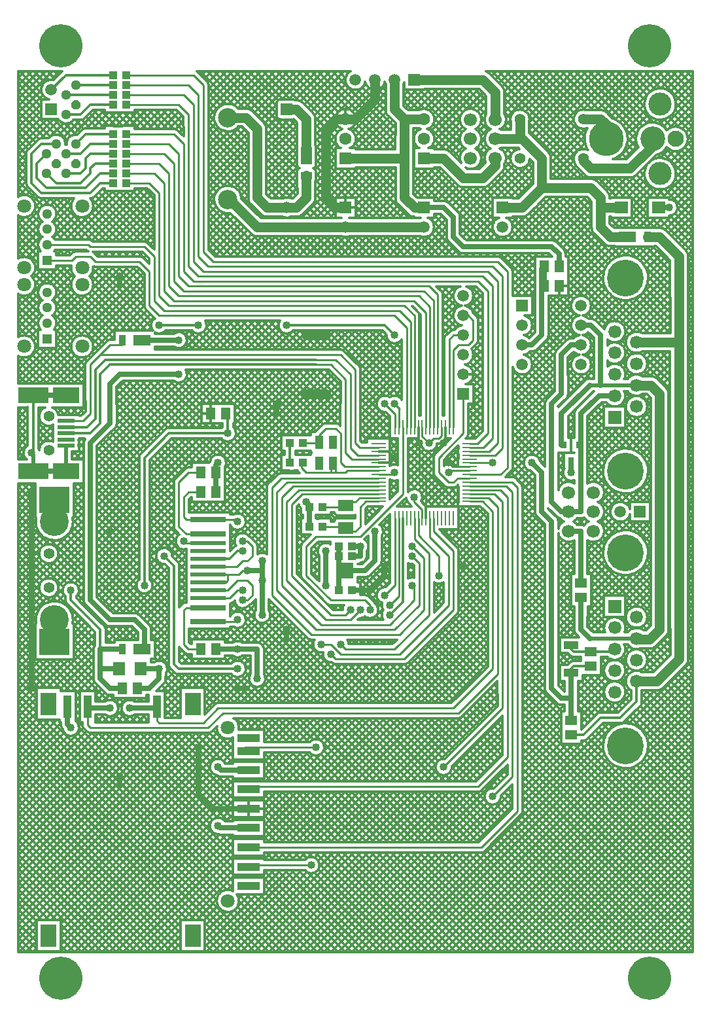
<source format=gbr>
G04 DipTrace 2.1.0.5*
%INTop.gbr*%
%MOIN*%
%ADD10C,0.0098*%
%ADD11C,0.0055*%
%ADD12C,0.003*%
%ADD13C,0.05*%
%ADD14C,0.025*%
%ADD15C,0.01*%
%ADD16C,0.0125*%
%ADD17C,0.02*%
%ADD18C,0.1*%
%ADD19C,0.0013*%
%ADD20C,0.15*%
%ADD21C,0.0039*%
%ADD22R,0.0591X0.0591*%
%ADD23C,0.0591*%
%ADD24R,0.0433X0.0394*%
%ADD25R,0.0512X0.0591*%
%ADD26R,0.0591X0.0512*%
%ADD27R,0.0394X0.0433*%
%ADD28R,0.063X0.0709*%
%ADD29R,0.0886X0.0197*%
%ADD30R,0.1378X0.0807*%
%ADD31R,0.1535X0.0807*%
%ADD32C,0.0551*%
%ADD33C,0.0984*%
%ADD34R,0.0665X0.0665*%
%ADD35C,0.0665*%
%ADD36C,0.1874*%
%ADD37R,0.0748X0.0394*%
%ADD38R,0.0866X0.0551*%
%ADD39R,0.0354X0.0551*%
%ADD40C,0.0591*%
%ADD41C,0.0512*%
%ADD42R,0.1181X0.0433*%
%ADD43R,0.0787X0.1181*%
%ADD44R,0.0394X0.1181*%
%ADD45C,0.0709*%
%ADD46R,0.063X0.063*%
%ADD47C,0.063*%
%ADD48C,0.0142*%
%ADD49R,0.0315X0.0217*%
%ADD50C,0.06*%
%ADD51C,0.0669*%
%ADD52R,0.0512X0.0512*%
%ADD53C,0.0709*%
%ADD54R,0.0315X0.0512*%
%ADD55R,0.0512X0.0315*%
%ADD56R,0.0512X0.0236*%
%ADD57R,0.0138X0.0571*%
%ADD58C,0.0197*%
%ADD59R,0.0748X0.0098*%
%ADD60R,0.0098X0.0748*%
%ADD61R,0.0315X0.0354*%
%ADD62R,0.0669X0.0598*%
%ADD63C,0.0827*%
%ADD64C,0.1181*%
%ADD65C,0.126*%
%ADD66C,0.1772*%
%ADD67R,0.0394X0.0669*%
%ADD68R,0.0098X0.0472*%
%ADD69R,0.0472X0.0098*%
%ADD70R,0.0787X0.0787*%
%ADD71R,0.1811X0.0197*%
%ADD72R,0.1811X0.0315*%
%ADD73R,0.1535X0.1378*%
%ADD74C,0.1476*%
%ADD75R,0.0669X0.0394*%
%ADD76R,0.0394X0.0472*%
%ADD77C,0.22*%
%ADD78C,0.04*%
%ADD79C,0.0191*%
%ADD80C,0.0394*%
%ADD81C,0.0354*%
%ADD82C,0.0429*%
%ADD83C,0.1283*%
%ADD84C,0.038*%
%ADD85C,0.0315*%
%ADD86C,0.0276*%
%ADD87C,0.063*%
%ADD88C,0.0906*%
%ADD89C,0.1181*%
%ADD90C,0.128*%
%ADD91C,0.13*%
%ADD92C,0.0079*%
%ADD93C,0.0479*%
%ADD94C,0.0321*%
%ADD95C,0.2279*%
%ADD96C,0.2121*%
%ADD97R,0.0472X0.0551*%
%ADD98R,0.0315X0.0394*%
%ADD99R,0.0748X0.0472*%
%ADD100R,0.0591X0.0315*%
%ADD101C,0.1555*%
%ADD102C,0.1398*%
%ADD103R,0.1614X0.1457*%
%ADD104R,0.1457X0.1299*%
%ADD105R,0.189X0.0394*%
%ADD106R,0.1732X0.0236*%
%ADD107R,0.189X0.0276*%
%ADD108R,0.1732X0.0118*%
%ADD109R,0.0866X0.0866*%
%ADD110R,0.0709X0.0709*%
%ADD111R,0.0551X0.0177*%
%ADD112R,0.0394X0.002*%
%ADD113R,0.0177X0.0551*%
%ADD114R,0.002X0.0394*%
%ADD115R,0.0472X0.0748*%
%ADD116R,0.0315X0.0591*%
%ADD117C,0.185*%
%ADD118C,0.1693*%
%ADD119C,0.1339*%
%ADD120C,0.1102*%
%ADD121C,0.0906*%
%ADD122C,0.0748*%
%ADD123R,0.0748X0.0677*%
%ADD124R,0.0591X0.052*%
%ADD125R,0.0236X0.0276*%
%ADD126R,0.0177X0.0827*%
%ADD127R,0.002X0.0669*%
%ADD128R,0.0827X0.0177*%
%ADD129R,0.0669X0.002*%
%ADD130R,0.0217X0.065*%
%ADD131R,0.0059X0.0492*%
%ADD132R,0.0433X0.0157*%
%ADD133R,0.0591X0.0394*%
%ADD134R,0.0433X0.0236*%
%ADD135R,0.0394X0.0591*%
%ADD136R,0.0236X0.0433*%
%ADD137C,0.0787*%
%ADD138R,0.0433X0.0433*%
%ADD139C,0.0748*%
%ADD140C,0.0679*%
%ADD141C,0.0521*%
%ADD142R,0.0394X0.0295*%
%ADD143R,0.0236X0.0138*%
%ADD144R,0.0551X0.0551*%
%ADD145C,0.0787*%
%ADD146R,0.0472X0.126*%
%ADD147R,0.0315X0.1102*%
%ADD148R,0.0866X0.126*%
%ADD149R,0.0709X0.1102*%
%ADD150R,0.126X0.0512*%
%ADD151R,0.1102X0.0354*%
%ADD152C,0.0433*%
%ADD153C,0.0669*%
%ADD154C,0.0512*%
%ADD155R,0.0433X0.063*%
%ADD156R,0.0276X0.0472*%
%ADD157R,0.0945X0.063*%
%ADD158R,0.0787X0.0472*%
%ADD159R,0.0827X0.0472*%
%ADD160R,0.0669X0.0315*%
%ADD161C,0.1953*%
%ADD162C,0.1795*%
%ADD163C,0.0744*%
%ADD164C,0.0587*%
%ADD165R,0.0744X0.0744*%
%ADD166R,0.0587X0.0587*%
%ADD167C,0.1063*%
%ADD168C,0.0472*%
%ADD169R,0.1614X0.0886*%
%ADD170R,0.1457X0.0728*%
%ADD171R,0.1457X0.0886*%
%ADD172R,0.1299X0.0728*%
%ADD173R,0.0965X0.0276*%
%ADD174R,0.0807X0.0118*%
%ADD175R,0.0709X0.0787*%
%ADD176R,0.0551X0.063*%
%ADD177R,0.0472X0.0512*%
%ADD178R,0.0669X0.0591*%
%ADD179R,0.0512X0.0433*%
%ADD180R,0.0591X0.0669*%
%ADD181R,0.0433X0.0512*%
%ADD182R,0.0512X0.0472*%
%ADD183R,0.0354X0.0315*%
%ADD184R,0.0669X0.0669*%
%ADD185C,0.0093*%
%ADD186C,0.0077*%
%ADD187C,0.0154*%
%ADD188C,0.0062*%
%ADD189C,0.0124*%
%FSLAX44Y44*%
%SFA1B1*%
%OFA0B0*%
G04*
G70*
G90*
G75*
G01*
%LNTop*%
%LPD*%
X21000Y43000D2*
D13*
X22000D1*
X23000Y42000D1*
X24000D1*
X23500D1*
X24630Y43016D2*
Y42630D1*
X24000Y42000D1*
X18500Y47000D2*
Y46000D1*
X17500Y45000D1*
X17000D1*
X16500D1*
X16000Y44500D1*
Y41000D1*
X16500Y40500D1*
X16992D1*
X17000Y40492D1*
X17335Y21000D2*
D14*
X18250D1*
X19000Y21750D1*
Y22250D1*
X5500Y37000D2*
Y36500D1*
Y11500D2*
Y11000D1*
X13500Y30500D2*
Y30000D1*
X16000Y34000D2*
D13*
X15000D1*
X22250Y27500D2*
D15*
X22455Y27295D1*
X23323D1*
X22083Y29323D2*
Y28583D1*
X22000Y28500D1*
X18677Y27492D2*
X19242D1*
X19500Y27750D1*
X18677Y28083D2*
X19167D1*
X19500Y27750D1*
X21098Y24677D2*
Y26652D1*
X20750Y27000D1*
Y28500D1*
X20705Y28545D1*
Y29323D1*
X16000Y31000D2*
D13*
X15000D1*
X20750Y28500D2*
D15*
X20724D1*
X20705Y28545D1*
X14000Y19000D2*
D14*
Y18500D1*
X1000Y16000D2*
Y18067D1*
Y26000D1*
X12063Y9876D2*
X10124D1*
X9500Y10500D1*
Y13000D1*
X11500Y16000D2*
X12000D1*
X5000Y24000D2*
D15*
Y24250D1*
X23000Y22250D2*
Y22000D1*
X19500Y47000D2*
D13*
Y45500D1*
X20000Y45000D1*
X21000Y40492D2*
X20508D1*
X20000Y41000D1*
Y43000D1*
Y45000D1*
X21000D1*
X17000Y43000D2*
X20000D1*
X14000Y45500D2*
X14500D1*
X15000Y45000D1*
Y43130D1*
X27874Y37500D2*
D14*
Y38126D1*
X27500Y38500D1*
X23000D1*
X22500Y39000D1*
Y40000D1*
X22000Y40500D1*
X21008D1*
X21000Y40492D1*
X6630Y18000D2*
X6750D1*
Y19000D1*
X6250Y19500D1*
X5000D1*
X4000Y20500D1*
Y28500D1*
X5000Y29500D1*
Y31500D1*
X5500Y32000D1*
X8500D1*
Y33750D2*
X6630D1*
X29500Y17126D2*
D16*
X28626D1*
X28500Y17000D1*
Y16791D1*
Y14374D2*
D14*
Y15500D1*
Y16791D1*
Y15500D2*
X28000D1*
X27500Y16000D1*
Y24500D1*
X27000Y25000D1*
Y27000D1*
X26500Y27500D1*
X23323Y27492D2*
D15*
X24492D1*
X24500Y27500D1*
X31829Y33636D2*
D13*
X34000D1*
Y38000D1*
X33000Y39000D1*
X32374D1*
X31829Y16364D2*
X32864D1*
X34000Y17500D1*
Y33636D1*
X31829Y16364D2*
D16*
Y15329D1*
X31000Y14500D1*
X30000D1*
X29126Y13626D1*
X28500D1*
X19524Y29323D2*
D15*
Y29976D1*
X19000Y30500D1*
X19720Y29323D2*
Y30220D1*
X19750Y30250D1*
X19500Y30500D1*
X31829Y31455D2*
D13*
X32545D1*
X33000Y31000D1*
Y19000D1*
X32500Y18500D1*
X31874D1*
X31829Y18545D1*
D17*
X29455D1*
D14*
X29000Y19000D1*
Y20626D1*
X28126Y28394D2*
X28000D1*
Y30000D1*
X29455Y31455D1*
D17*
X30000D1*
X31829D1*
X29000Y34500D2*
D14*
X29500D1*
X30000Y34000D1*
Y31455D1*
X30711Y30909D2*
X29909D1*
X29000Y30000D1*
Y28394D1*
Y25000D1*
X28370D1*
X28874Y28394D2*
X29000D1*
Y33500D2*
X28500D1*
X28000Y33000D1*
Y31000D1*
X27500Y30500D1*
Y25500D1*
X28000Y25000D1*
X28370D1*
X10000Y23406D2*
D15*
X8844D1*
X8750Y23500D1*
X16665Y21000D2*
D14*
Y22000D1*
Y23250D1*
X17000Y22000D2*
X16665D1*
X17000D2*
X18000D1*
X18500Y22500D1*
Y24000D1*
X28500Y27606D2*
Y27000D1*
X29500Y17874D2*
D16*
X28626D1*
X28500Y18000D1*
Y18209D1*
X29500Y17874D2*
X30585D1*
X30711Y18000D1*
X2831Y15063D2*
D14*
Y14169D1*
X3000Y14000D1*
X6374Y16000D2*
X7000D1*
X7500Y16500D1*
Y17000D1*
X6551D1*
X23323Y27098D2*
D15*
X22348D1*
X22250Y27000D1*
X21886Y29323D2*
Y28886D1*
X21750Y28750D1*
X21500D1*
X21250Y28500D1*
X20902Y29323D2*
Y28848D1*
X21250Y28500D1*
X18677Y26902D2*
X19402D1*
X19500Y27000D1*
X12063Y8892D2*
D14*
X10608D1*
X10500Y9000D1*
X12063Y11844D2*
X10656D1*
X10500Y12000D1*
X21000Y39508D2*
D13*
X17000D1*
X11000Y40913D2*
X11087D1*
X12500Y39500D1*
X16992D1*
X2750Y30939D2*
D14*
X1077D1*
X2750Y27061D2*
X1077D1*
X2750Y28370D2*
D17*
Y27061D1*
X1077D2*
Y27923D1*
X1000Y28000D1*
X10374Y18000D2*
D14*
X11500D1*
X12500D1*
Y16500D1*
X10374Y26000D2*
Y27000D1*
X15165Y24250D2*
Y25250D1*
Y25335D1*
X15000Y25500D1*
X32945Y40500D2*
X33500D1*
X14165Y28500D2*
D16*
Y27500D1*
X1077Y30939D2*
Y27061D1*
X10374Y27000D2*
D14*
Y27374D1*
X10500Y27500D1*
X5835Y44250D2*
D15*
X8250D1*
X8750Y43750D1*
Y37250D1*
X9250Y36750D1*
X23750D1*
X24250Y36250D1*
Y29373D1*
Y29000D1*
X23323Y28476D2*
X23726D1*
X24250Y29000D1*
X21689Y29323D2*
Y36061D1*
X21250Y36500D1*
X9000D1*
X8500Y37000D1*
Y43250D1*
X8000Y43750D1*
X5835D1*
X21492Y29323D2*
Y35758D1*
X21000Y36250D1*
X8750D1*
X8250Y36750D1*
Y42750D1*
X7750Y43250D1*
X5835D1*
Y47250D2*
X9250D1*
X9750Y46750D1*
Y38250D1*
X10250Y37750D1*
X24750D1*
X25250Y37250D1*
Y28735D1*
Y28500D1*
X23323Y26902D2*
X24902D1*
X25250Y27250D1*
Y28735D1*
X20508Y29323D2*
Y34992D1*
X20000Y35500D1*
X8000D1*
X7500Y36000D1*
Y41250D1*
X7000Y41750D1*
X5835D1*
X21098Y29323D2*
Y35152D1*
X20500Y35750D1*
X8250D1*
X7750Y36250D1*
Y41750D1*
X7250Y42250D1*
X5835D1*
X21295Y29323D2*
Y35455D1*
X20750Y36000D1*
X8500D1*
X8000Y36500D1*
Y42250D1*
X7500Y42750D1*
X5835D1*
Y46750D2*
X9000D1*
X9500Y46250D1*
Y38000D1*
X10000Y37500D1*
X24500D1*
X25000Y37000D1*
Y28956D1*
Y28750D1*
X23323Y27886D2*
X24636D1*
X25000Y28250D1*
Y28956D1*
X5835Y46250D2*
X8750D1*
X9250Y45750D1*
Y37750D1*
X9750Y37250D1*
X24250D1*
X24750Y36750D1*
Y29563D1*
Y29250D1*
X23323Y28083D2*
X24333D1*
X24750Y28500D1*
Y29563D1*
X23323Y28280D2*
X24030D1*
X24500Y28750D1*
Y36500D1*
X24000Y37000D1*
X9500D1*
X9000Y37500D1*
Y45250D1*
X8500Y45750D1*
X5835D1*
X2750Y42250D2*
D16*
X3500D1*
X3750Y42500D1*
Y43000D1*
X4000Y43250D1*
X5165D1*
X26000Y33500D2*
D14*
X26500D1*
X27000Y34000D1*
Y37374D1*
X27126Y37500D1*
Y36500D2*
Y37500D1*
X29114Y42996D2*
D13*
Y42886D1*
X29500Y42500D1*
X31500D1*
X32638Y43638D1*
Y44000D1*
X24630Y44984D2*
Y46370D1*
X24000Y47000D1*
X20500D1*
X5626Y18000D2*
D14*
X4500D1*
Y17000D1*
Y16500D1*
X5000Y16000D1*
X5626D1*
X4500Y17000D2*
X5449D1*
X3000Y21000D2*
D16*
Y20500D1*
X4500Y19000D1*
Y18000D1*
X29000Y21374D2*
D14*
Y24016D1*
X28370D1*
X5165Y47250D2*
D16*
X2750D1*
X2000Y46500D1*
X30276Y44000D2*
D13*
Y44724D1*
X30000Y45000D1*
X29118D1*
X29114Y45004D1*
X2750Y45250D2*
D16*
X3500D1*
X4000Y45750D1*
X5165D1*
X2750Y46250D2*
X5165D1*
X3250Y46750D2*
X5165D1*
X2250Y43750D2*
X1500D1*
X1000Y43250D1*
Y41750D1*
X1500Y41250D1*
X4000D1*
X4500Y41750D1*
X5165D1*
X1750Y43250D2*
X1250Y42750D1*
Y42000D1*
X1750Y41500D1*
X3750D1*
X4500Y42250D1*
X5165D1*
X1750D2*
X2250Y41750D1*
X3500D1*
X4000Y42250D1*
Y42500D1*
X4250Y42750D1*
X5165D1*
X3250Y43750D2*
X3750Y44250D1*
X5165D1*
X2750Y43250D2*
X3500D1*
X4000Y43750D1*
X5165D1*
X11000Y45087D2*
D13*
X11913D1*
X12500Y44500D1*
Y41000D1*
X13000Y40500D1*
X14000D1*
X15000Y42126D2*
Y41000D1*
X14500Y40500D1*
X14000D1*
X25886Y45004D2*
Y44000D1*
X24630D1*
X25886D2*
X26000D1*
X27000Y43000D1*
Y41500D1*
X26000Y40500D1*
X25008D1*
X25000Y40492D1*
X31370Y39000D2*
X30500D1*
X30000Y39500D1*
Y40500D1*
Y41000D1*
X29500Y41500D1*
X27000D1*
X31055Y40500D2*
X30000D1*
X10000Y20122D2*
D15*
X8872D1*
X8750Y20000D1*
Y18250D1*
X9000Y18000D1*
X9626D1*
X10000Y23878D2*
X8872D1*
X8500Y24250D1*
Y26500D1*
X9000Y27000D1*
X9626D1*
X18677Y27295D2*
X16955D1*
X16750Y27500D1*
Y29000D1*
X16500Y29250D1*
X16000D1*
X15646Y28896D1*
Y28531D1*
X14835Y28500D2*
X15614D1*
X15646Y28531D1*
X18677Y27098D2*
X17098D1*
X17000Y27000D1*
X16500D1*
X16250D1*
X15000D1*
X14750Y27250D1*
Y27415D1*
X14835Y27500D1*
X16500Y27000D2*
Y27323D1*
X16354Y27469D1*
X16250Y27000D2*
Y27364D1*
X16354Y27469D1*
X18677Y26311D2*
X14311D1*
X13750Y25750D1*
Y21250D1*
X15750Y19250D1*
X19250D1*
X20500Y20500D1*
Y21125D1*
X20375Y21250D1*
X10000Y19398D2*
X11398D1*
X11500Y19500D1*
X10000Y24602D2*
X8898D1*
X8750Y24750D1*
Y25750D1*
X9000Y26000D1*
X9626D1*
X10000Y24602D2*
X11398D1*
X11500Y24500D1*
X19917Y29323D2*
Y25917D1*
X17750Y23750D1*
X15500D1*
X15000Y23250D1*
Y21750D1*
X16250Y20500D1*
X18000D1*
X18250Y20250D1*
Y20000D1*
X19524Y24677D2*
Y21274D1*
X19000Y20750D1*
X18677Y25917D2*
X14792D1*
X14250Y25375D1*
Y21750D1*
X16250Y19750D1*
X17000D1*
X17250Y20000D1*
X18677Y26114D2*
X14614D1*
X14000Y25500D1*
Y21500D1*
X16000Y19500D1*
X17250D1*
X17750Y20000D1*
X18677Y26508D2*
X14008D1*
X13500Y26000D1*
Y21000D1*
X15500Y19000D1*
X19500D1*
X20750Y20250D1*
Y22375D1*
X20375Y22750D1*
X18677Y26705D2*
X13705D1*
X13250Y26250D1*
Y20750D1*
X15250Y18750D1*
X19750D1*
X21000Y20000D1*
Y22625D1*
X20375Y23250D1*
X20705Y24677D2*
Y23795D1*
X21750Y22750D1*
Y21750D1*
X10000Y22602D2*
D16*
X11102D1*
X11500Y23000D1*
X11750D1*
X10000Y22201D2*
D15*
X11451D1*
X11750Y22500D1*
X12000D1*
X12250Y22750D1*
Y23250D1*
X12000Y23500D1*
X11750D1*
X21492Y24677D2*
Y24008D1*
X22500Y23000D1*
Y20000D1*
X20000Y17500D1*
X16500D1*
X16250Y17750D1*
X21295Y24677D2*
Y23705D1*
X22250Y22750D1*
Y20250D1*
X19750Y17750D1*
X16750D1*
X16250Y18250D1*
X15750D1*
X20508Y24677D2*
Y23617D1*
X21250Y22875D1*
Y19750D1*
X19500Y18000D1*
X17000D1*
X16750Y18250D1*
X10000Y20996D2*
X10996D1*
X11500Y21500D1*
X12000D1*
X12250Y21250D1*
Y20750D1*
X12000Y20500D1*
X11750D1*
X10000Y20594D2*
X11094D1*
X11500Y21000D1*
X11750D1*
X12750Y21500D2*
D14*
Y22000D1*
Y22500D1*
Y22000D2*
X12000D1*
X12750Y19750D2*
Y21500D1*
X16000Y23000D2*
Y21250D1*
X10000Y21799D2*
D15*
X11000D1*
X11549D1*
X11750Y22000D1*
X12000D1*
X10000Y21398D2*
X10898D1*
X11000Y21500D1*
Y21799D1*
X17335Y23250D2*
D14*
X17750D1*
Y22750D1*
X17335D1*
X22476Y29323D2*
D15*
Y33226D1*
X22750Y33500D1*
X23250D1*
X23500Y33750D1*
Y34750D1*
X23250Y35000D1*
X23000D1*
X22280Y29323D2*
Y33780D1*
X22500Y34000D1*
X23000D1*
X23323Y26705D2*
X22705D1*
X22500Y26500D1*
X22250D1*
X21750Y27000D1*
Y27750D1*
X23000Y29000D1*
Y31000D1*
X7500Y34500D2*
D16*
X9500D1*
X14000D2*
X19000D1*
X19500Y34000D1*
X11000Y29000D2*
Y29874D1*
X10874Y30000D1*
X6750Y21250D2*
Y27750D1*
X8000Y29000D1*
X11000D1*
X6000Y15000D2*
D14*
X7315D1*
X7378Y15063D1*
X23323Y25524D2*
D15*
X23976D1*
X24500Y25000D1*
Y17000D1*
X22500Y15000D1*
X10500D1*
X9750Y14250D1*
X8180D1*
X8000D1*
X7378Y15063D2*
Y14372D1*
X7500Y14250D1*
X8180D1*
X12063Y6923D2*
X12140Y7000D1*
X15250D1*
X22000Y12000D2*
X25000Y15000D1*
Y25500D1*
X24583Y25917D1*
X23323D1*
Y26311D2*
X25189D1*
X25500Y26000D1*
Y11500D1*
X24500Y10500D1*
X15500Y13000D2*
X11862D1*
X12063Y12799D1*
Y7907D2*
X23907D1*
X25750Y9750D1*
Y26250D1*
X25492Y26508D1*
X23323D1*
Y26114D2*
X24886D1*
X25250Y25750D1*
Y12500D1*
X23750Y11000D1*
X12203D1*
X12063Y10860D1*
X5000Y15000D2*
D14*
X3917D1*
X3854Y15063D1*
D15*
Y14146D1*
X4000Y14000D1*
X10000D1*
X10750Y14750D1*
X22750D1*
X24750Y16750D1*
Y25250D1*
X24280Y25720D1*
X23323D1*
X18677Y25524D2*
X18024D1*
X17750Y25250D1*
Y24250D1*
X17500Y24000D1*
X16821D1*
X17000Y24179D1*
X15835Y24250D2*
X16929D1*
X17000Y24179D1*
X18677Y25720D2*
X17720D1*
X17500Y25500D1*
X16821D1*
X17000Y25321D1*
X15835Y25250D2*
X16929D1*
X17000Y25321D1*
X1800Y37819D2*
X3069D1*
X3250Y38000D1*
X4000D1*
X4250Y37750D1*
X6500D1*
X7000Y37250D1*
Y35500D1*
X7500Y35000D1*
X19500D1*
X20114Y34386D1*
Y29323D1*
X1800Y38606D2*
X3894D1*
X4000Y38500D1*
X6750D1*
X7250Y38000D1*
Y35750D1*
X7750Y35250D1*
X19750D1*
X20311Y34689D1*
Y29323D1*
X19720Y24677D2*
Y20720D1*
X19250Y20250D1*
X7755Y22750D2*
D16*
X8250Y22255D1*
Y17250D1*
X8500Y17000D1*
X11500D1*
X19250Y19750D2*
X19917Y20417D1*
Y24677D1*
X2750Y29000D2*
X4000D1*
X4500Y29500D1*
Y32000D1*
X5000Y32500D1*
X15246D1*
X15500D1*
X18677Y27689D2*
D15*
X17311D1*
X17000Y28000D1*
Y31750D1*
X16250Y32500D1*
X15246D1*
X18677Y27886D2*
X17614D1*
X17250Y28250D1*
Y32000D1*
X16500Y32750D1*
X16125D1*
X16000D1*
X2750Y29315D2*
D16*
X3815D1*
X4250Y29750D1*
Y32250D1*
X4750Y32750D1*
X15500D1*
D15*
X16125D1*
X20902Y24677D2*
Y25098D1*
X20500Y25500D1*
Y25750D1*
X2750Y29630D2*
X3630D1*
X4000Y30000D1*
Y32500D1*
X4500Y33000D1*
X5000Y33500D1*
X5626D1*
Y33750D1*
X18677Y28280D2*
X17720D1*
X17500Y28500D1*
Y32250D1*
X16750Y33000D1*
X16086D1*
X15500D1*
X4500D2*
X16086D1*
D78*
X19000Y22250D3*
X5500Y37000D3*
Y11500D3*
X13500Y30500D3*
X16000Y34000D3*
X22250Y27500D3*
X22000Y28500D3*
X19500Y27750D3*
X16000Y31000D3*
X20750Y28500D3*
X14000Y19000D3*
X1000Y16000D3*
Y26000D3*
Y18067D3*
X9500Y13000D3*
X11500Y16000D3*
X5000Y24000D3*
X23000Y22250D3*
X19000D3*
X8500Y32000D3*
Y33750D3*
X26500Y27500D3*
X24500D3*
X19000Y30500D3*
X19500D3*
X8750Y23500D3*
X18500Y24000D3*
X28500Y27000D3*
X3000Y14000D3*
X7500Y17000D3*
X22250Y27000D3*
X21250Y28500D3*
X19500Y27000D3*
X10500Y9000D3*
Y12000D3*
X1000Y28000D3*
X11500Y18000D3*
X12500Y16500D3*
X15000Y25500D3*
X33500Y40500D3*
X14165Y27500D3*
X10500D3*
X3000Y21000D3*
X20375Y21250D3*
X11500Y19500D3*
Y24500D3*
X18250Y20000D3*
X19000Y20750D3*
X17250Y20000D3*
X17750D3*
X20375Y22750D3*
Y23250D3*
X21750Y21750D3*
X11750Y23000D3*
Y23500D3*
X16250Y17750D3*
X15750Y18250D3*
X16750D3*
X11750Y20500D3*
Y21000D3*
X12750Y21500D3*
Y22500D3*
X12000Y22000D3*
X12750Y19750D3*
Y21500D3*
X12000Y22000D3*
X16000Y23000D3*
Y21250D3*
X17750Y23250D3*
X7500Y34500D3*
X9500D3*
X14000D3*
X19500Y34000D3*
X11000Y29000D3*
X6750Y21250D3*
X11000Y29000D3*
X6000Y15000D3*
X15250Y7000D3*
X22000Y12000D3*
X24500Y10500D3*
X15500Y13000D3*
X5000Y15000D3*
X19250Y20250D3*
X11500Y17000D3*
X19250Y19750D3*
X7755Y22750D3*
X20500Y25750D3*
X657Y47429D2*
D16*
X321Y47093D1*
X1011Y47429D2*
X321Y46739D1*
X1364Y47429D2*
X321Y46385D1*
X1718Y47429D2*
X321Y46032D1*
X2071Y47429D2*
X321Y45679D1*
X2425Y47429D2*
X2012Y47016D1*
X1484Y46487D2*
X321Y45324D1*
X1565Y46215D2*
X321Y44971D1*
X1749Y46046D2*
X1721Y46017D1*
X1484Y45780D2*
X321Y44618D1*
X1484Y45427D2*
X321Y44264D1*
X1484Y45073D2*
X321Y43910D1*
X1748Y44983D2*
X321Y43557D1*
X2101Y44983D2*
X321Y43204D1*
X2397Y44925D2*
X1504Y44033D1*
X716Y43245D2*
X321Y42850D1*
X2615Y44790D2*
X1858Y44033D1*
X716Y42891D2*
X321Y42496D1*
X3145Y44967D2*
X2387Y44208D1*
X716Y42538D2*
X321Y42143D1*
X3499Y44967D2*
X2605Y44073D1*
X716Y42184D2*
X321Y41789D1*
X4352Y45467D2*
X3074Y44189D1*
X2811Y43926D2*
X2721Y43836D1*
X716Y41831D2*
X321Y41436D1*
X4706Y45467D2*
X3773Y44534D1*
X792Y41553D2*
X321Y41082D1*
X4924Y45332D2*
X4127Y44534D1*
X969Y41376D2*
X734Y41141D1*
X5278Y45332D2*
X4480Y44534D1*
X1145Y41199D2*
X977Y41031D1*
X5631Y45332D2*
X4968Y44668D1*
X1324Y41024D2*
X1135Y40836D1*
X358Y40059D2*
X321Y40021D1*
X5985Y45332D2*
X5321Y44668D1*
X1619Y40966D2*
X1192Y40539D1*
X654Y40001D2*
X321Y39667D1*
X6486Y45479D2*
X5675Y44668D1*
X1973Y40966D2*
X1629Y40622D1*
X1358Y40351D2*
X321Y39314D1*
X6840Y45479D2*
X6029Y44668D1*
X2326Y40966D2*
X1985Y40625D1*
X1357Y39996D2*
X321Y38960D1*
X7193Y45479D2*
X6273Y44559D1*
X2680Y40966D2*
X2184Y40470D1*
X1511Y39798D2*
X321Y38607D1*
X7547Y45479D2*
X6588Y44521D1*
X3033Y40966D2*
X2276Y40209D1*
X1337Y39270D2*
X321Y38253D1*
X9850Y47429D2*
X9655Y47234D1*
X7900Y45479D2*
X6941Y44521D1*
X2996Y40575D2*
X2148Y39727D1*
X1467Y39046D2*
X348Y37927D1*
X10203Y47429D2*
X9832Y47058D1*
X8254Y45479D2*
X7295Y44521D1*
X3066Y40292D2*
X2268Y39493D1*
X1325Y38550D2*
X760Y37985D1*
X10557Y47429D2*
X9996Y46868D1*
X8494Y45366D2*
X7649Y44521D1*
X4135Y41007D2*
X4041Y40913D1*
X3234Y40106D2*
X2105Y38977D1*
X1324Y38196D2*
X995Y37867D1*
X10910Y47429D2*
X10021Y46540D1*
X8671Y45189D2*
X8002Y44521D1*
X4814Y41332D2*
X4142Y40660D1*
X3486Y40005D2*
X2359Y38878D1*
X1322Y37841D2*
X1145Y37664D1*
X11264Y47429D2*
X10021Y46186D1*
X8729Y44894D2*
X8343Y44508D1*
X5167Y41332D2*
X2713Y38878D1*
X1322Y37487D2*
X1189Y37354D1*
X11617Y47429D2*
X10021Y45833D1*
X8729Y44540D2*
X8539Y44351D1*
X5521Y41332D2*
X3066Y38878D1*
X2524Y38335D2*
X2279Y38090D1*
X1531Y37342D2*
X1094Y36905D1*
X11971Y47429D2*
X10021Y45479D1*
X5874Y41332D2*
X3420Y38878D1*
X2877Y38335D2*
X2633Y38090D1*
X1884Y37342D2*
X1191Y36648D1*
X545Y36002D2*
X321Y35778D1*
X12324Y47429D2*
X10021Y45125D1*
X6374Y41478D2*
X3773Y38878D1*
X3231Y38335D2*
X3137Y38241D1*
X2444Y37548D2*
X2278Y37382D1*
X2238Y37342D2*
X321Y35425D1*
X12678Y47429D2*
X11049Y45799D1*
X10288Y45039D2*
X10021Y44772D1*
X6728Y41478D2*
X4067Y38818D1*
X3584Y38335D2*
X3521Y38271D1*
X2797Y37548D2*
X1899Y36650D1*
X1332Y36082D2*
X321Y35071D1*
X13032Y47429D2*
X11326Y45723D1*
X10363Y44760D2*
X10021Y44418D1*
X6982Y41379D2*
X4374Y38771D1*
X2996Y37393D2*
X2131Y36528D1*
X1452Y35849D2*
X321Y34718D1*
X13385Y47429D2*
X11528Y45572D1*
X10515Y44558D2*
X10021Y44065D1*
X7159Y41202D2*
X4728Y38771D1*
X3079Y37122D2*
X2262Y36306D1*
X1324Y35367D2*
X321Y34364D1*
X13739Y47429D2*
X11868Y45558D1*
X10733Y44423D2*
X10021Y43711D1*
X7229Y40919D2*
X5081Y38771D1*
X4539Y38229D2*
X4349Y38039D1*
X3013Y36703D2*
X2088Y35778D1*
X1416Y35106D2*
X321Y34011D1*
X14092Y47429D2*
X12158Y45494D1*
X11038Y44374D2*
X10021Y43358D1*
X7229Y40565D2*
X5435Y38771D1*
X4892Y38229D2*
X4685Y38021D1*
X3032Y36368D2*
X2243Y35580D1*
X1328Y34664D2*
X663Y34000D1*
X14446Y47429D2*
X12344Y45327D1*
X11632Y44615D2*
X10021Y43004D1*
X7229Y40212D2*
X5788Y38771D1*
X5246Y38229D2*
X5038Y38021D1*
X4496Y37479D2*
X3992Y36974D1*
X3173Y36156D2*
X2242Y35225D1*
X1384Y34367D2*
X930Y33913D1*
X14799Y47429D2*
X12521Y45150D1*
X11850Y44479D2*
X10021Y42651D1*
X7229Y39858D2*
X6142Y38771D1*
X5599Y38229D2*
X5392Y38021D1*
X4849Y37479D2*
X4121Y36751D1*
X3395Y36024D2*
X2217Y34846D1*
X1322Y33952D2*
X1106Y33736D1*
X15153Y47429D2*
X13746Y46022D1*
X13478Y45754D2*
X12698Y44974D1*
X12027Y44303D2*
X10021Y42297D1*
X7229Y39505D2*
X6495Y38771D1*
X5953Y38229D2*
X5745Y38021D1*
X5203Y37479D2*
X4113Y36389D1*
X3758Y36034D2*
X2272Y34548D1*
X1322Y33598D2*
X1193Y33469D1*
X575Y32851D2*
X321Y32596D1*
X15506Y47429D2*
X14100Y46022D1*
X13478Y45401D2*
X12872Y44794D1*
X12028Y43950D2*
X10021Y41943D1*
X7229Y39151D2*
X6837Y38759D1*
X6306Y38229D2*
X6099Y38021D1*
X5557Y37479D2*
X2278Y34200D1*
X1420Y33342D2*
X321Y32243D1*
X15860Y47429D2*
X14421Y45990D1*
X13510Y45079D2*
X12970Y44539D1*
X12028Y43597D2*
X10021Y41590D1*
X7229Y38798D2*
X7035Y38604D1*
X6646Y38215D2*
X6453Y38021D1*
X5910Y37479D2*
X2278Y33846D1*
X1774Y33342D2*
X321Y31889D1*
X16214Y47429D2*
X14710Y45925D1*
X13764Y44979D2*
X12971Y44186D1*
X12028Y43243D2*
X10021Y41236D1*
X6823Y38038D2*
X6712Y37927D1*
X6264Y37479D2*
X2278Y33493D1*
X2127Y33342D2*
X348Y31563D1*
X16567Y47429D2*
X14905Y45766D1*
X14118Y44979D2*
X12971Y43833D1*
X12028Y42890D2*
X10688Y41550D1*
X10364Y41226D2*
X10021Y40883D1*
X6979Y37841D2*
X6889Y37751D1*
X6500Y37361D2*
X702Y31563D1*
X16921Y47429D2*
X15082Y45589D1*
X14411Y44919D2*
X12971Y43479D1*
X12028Y42536D2*
X11111Y41619D1*
X10294Y40802D2*
X10021Y40529D1*
X6677Y37185D2*
X3485Y33993D1*
X3004Y33512D2*
X1055Y31563D1*
X17017Y47171D2*
X15258Y45413D1*
X14529Y44684D2*
X12971Y43126D1*
X12028Y42183D2*
X11372Y41526D1*
X10388Y40542D2*
X10021Y40176D1*
X6729Y36884D2*
X3801Y33955D1*
X3042Y33196D2*
X1409Y31563D1*
X17015Y46816D2*
X15420Y45221D1*
X14529Y44330D2*
X12971Y42772D1*
X12028Y41829D2*
X11560Y41361D1*
X10552Y40353D2*
X10021Y39822D1*
X6729Y36530D2*
X4007Y33808D1*
X3189Y32990D2*
X1762Y31563D1*
X513Y30314D2*
X321Y30122D1*
X17159Y46606D2*
X15471Y44918D1*
X14529Y43977D2*
X12971Y42419D1*
X12028Y41476D2*
X11683Y41130D1*
X10784Y40231D2*
X10021Y39469D1*
X6729Y36176D2*
X4130Y33577D1*
X3420Y32867D2*
X2116Y31563D1*
X793Y30241D2*
X321Y29768D1*
X17398Y46492D2*
X15471Y44565D1*
X14509Y43602D2*
X12971Y42065D1*
X12028Y41122D2*
X11789Y40883D1*
X11117Y40211D2*
X10021Y39115D1*
X6729Y35823D2*
X4088Y33182D1*
X3815Y32909D2*
X2470Y31563D1*
X793Y29887D2*
X321Y29414D1*
X18033Y46773D2*
X16684Y45424D1*
X16576Y45316D2*
X15471Y44211D1*
X14503Y43243D2*
X12971Y41711D1*
X12067Y40807D2*
X11966Y40706D1*
X11294Y40034D2*
X10021Y38761D1*
X6729Y35469D2*
X5507Y34247D1*
X5228Y33968D2*
X5031Y33772D1*
X3729Y32470D2*
X2823Y31563D1*
X1574Y30314D2*
X1361Y30101D1*
X793Y29533D2*
X321Y29061D1*
X18193Y46580D2*
X17134Y45520D1*
X16479Y44866D2*
X15471Y43858D1*
X14503Y42890D2*
X12971Y41358D1*
X12220Y40607D2*
X12143Y40529D1*
X11470Y39857D2*
X10021Y38408D1*
X6862Y35248D2*
X5860Y34247D1*
X3729Y32116D2*
X3177Y31563D1*
X793Y29180D2*
X321Y28707D1*
X18452Y46485D2*
X17364Y45398D1*
X16602Y44635D2*
X15497Y43530D1*
X14538Y42571D2*
X13069Y41102D1*
X12397Y40430D2*
X12319Y40352D1*
X11647Y39680D2*
X10177Y38210D1*
X7038Y35072D2*
X6214Y34247D1*
X3729Y31763D2*
X3530Y31563D1*
X2281Y30314D2*
X2207Y30240D1*
X1500Y29533D2*
X1361Y29394D1*
X793Y28826D2*
X321Y28354D1*
X19029Y46708D2*
X17505Y45185D1*
X16497Y44177D2*
X15497Y43177D1*
X14503Y42183D2*
X13292Y40971D1*
X12574Y40253D2*
X12496Y40176D1*
X11824Y39503D2*
X10354Y38034D1*
X7215Y34895D2*
X6567Y34247D1*
X3729Y31409D2*
X3660Y31340D1*
X2634Y30314D2*
X2347Y30026D1*
X1714Y29394D2*
X1361Y29040D1*
X793Y28473D2*
X321Y28000D1*
X19029Y46355D2*
X17505Y44831D1*
X16493Y43819D2*
X15497Y42823D1*
X14524Y41850D2*
X13645Y40971D1*
X12763Y40089D2*
X12673Y39999D1*
X12001Y39327D2*
X10695Y38021D1*
X7087Y34413D2*
X6921Y34247D1*
X3729Y31055D2*
X3660Y30986D1*
X2988Y30314D2*
X2623Y29949D1*
X2086Y29412D2*
X1361Y28687D1*
X586Y27912D2*
X359Y27685D1*
X19029Y46001D2*
X17395Y44367D1*
X16633Y43605D2*
X16563Y43536D1*
X16464Y43437D2*
X15460Y42432D1*
X14529Y41502D2*
X14047Y41020D1*
X13056Y40028D2*
X12999Y39971D1*
X12179Y39151D2*
X11049Y38021D1*
X3729Y30702D2*
X3660Y30633D1*
X3341Y30314D2*
X2976Y29949D1*
X2086Y29058D2*
X1361Y28333D1*
X19029Y45648D2*
X17520Y44139D1*
X16464Y43083D2*
X15497Y42116D1*
X13409Y40028D2*
X13352Y39971D1*
X12416Y39035D2*
X11402Y38021D1*
X3729Y30348D2*
X3330Y29949D1*
X2086Y28705D2*
X1999Y28618D1*
X20218Y46483D2*
X19972Y46237D1*
X19059Y45325D2*
X17440Y43706D1*
X16464Y42730D2*
X15471Y41736D1*
X13763Y40028D2*
X13706Y39971D1*
X12763Y39028D2*
X11756Y38021D1*
X7951Y34217D2*
X7831Y34096D1*
X20572Y46483D2*
X19972Y45884D1*
X19208Y45120D2*
X17559Y43471D1*
X16553Y42464D2*
X15471Y41383D1*
X13117Y39028D2*
X12109Y38021D1*
X8305Y34217D2*
X8184Y34096D1*
X7491Y33403D2*
X7360Y33272D1*
X5742Y31653D2*
X5346Y31258D1*
X524Y26436D2*
X321Y26232D1*
X20925Y46483D2*
X20056Y45614D1*
X19385Y44943D2*
X17913Y43471D1*
X16906Y42464D2*
X15471Y41029D1*
X14470Y40028D2*
X14413Y39971D1*
X13470Y39028D2*
X12463Y38021D1*
X8658Y34217D2*
X8603Y34161D1*
X7845Y33403D2*
X7714Y33272D1*
X6095Y31653D2*
X5346Y30905D1*
X877Y26436D2*
X321Y25879D1*
X21324Y46529D2*
X20266Y45471D1*
X19529Y44734D2*
X18266Y43471D1*
X17260Y42464D2*
X14767Y39971D1*
X13824Y39028D2*
X12817Y38021D1*
X9012Y34217D2*
X8823Y34027D1*
X8199Y33403D2*
X8067Y33272D1*
X6449Y31653D2*
X5346Y30551D1*
X3511Y28716D2*
X3414Y28619D1*
X1169Y26374D2*
X321Y25525D1*
X21678Y46529D2*
X20620Y45471D1*
X19529Y44380D2*
X18620Y43471D1*
X17678Y42529D2*
X15120Y39971D1*
X14177Y39028D2*
X13170Y38021D1*
X9284Y34135D2*
X8921Y33772D1*
X8478Y33329D2*
X8421Y33272D1*
X6802Y31653D2*
X5346Y30197D1*
X3653Y28505D2*
X3414Y28265D1*
X3199Y28050D2*
X3072Y27923D1*
X1169Y26020D2*
X321Y25172D1*
X22031Y46529D2*
X21038Y45536D1*
X19529Y44026D2*
X18973Y43471D1*
X18032Y42529D2*
X15474Y39971D1*
X14531Y39028D2*
X13524Y38021D1*
X10231Y34729D2*
X9908Y34406D1*
X9595Y34092D2*
X8774Y33272D1*
X7156Y31653D2*
X5346Y29844D1*
X3653Y28151D2*
X3188Y27685D1*
X1169Y25666D2*
X321Y24818D1*
X22385Y46529D2*
X21303Y45447D1*
X19529Y43673D2*
X19327Y43471D1*
X18385Y42529D2*
X16864Y41008D1*
X16484Y40628D2*
X15827Y39971D1*
X14884Y39028D2*
X13877Y38021D1*
X10585Y34729D2*
X9128Y33272D1*
X7509Y31653D2*
X5345Y29489D1*
X3653Y27797D2*
X3541Y27685D1*
X1169Y25313D2*
X321Y24465D1*
X22738Y46529D2*
X21472Y45262D1*
X20739Y44529D2*
X20472Y44262D1*
X18739Y42529D2*
X17218Y41008D1*
X16484Y40274D2*
X16181Y39971D1*
X15238Y39028D2*
X14231Y38021D1*
X10939Y34729D2*
X9481Y33272D1*
X7863Y31653D2*
X4346Y28137D1*
X1169Y24959D2*
X321Y24111D1*
X23092Y46529D2*
X21535Y44972D1*
X19092Y42529D2*
X17516Y40953D1*
X15591Y39028D2*
X14584Y38021D1*
X11292Y34729D2*
X9835Y33272D1*
X8216Y31653D2*
X4346Y27783D1*
X1212Y24649D2*
X321Y23758D1*
X24345Y47429D2*
X24292Y47375D1*
X23446Y46529D2*
X21338Y44421D1*
X20578Y43662D2*
X20472Y43555D1*
X19446Y42529D2*
X17516Y40600D1*
X15945Y39028D2*
X14938Y38021D1*
X11646Y34729D2*
X10188Y33272D1*
X9134Y32217D2*
X8921Y32004D1*
X8495Y31579D2*
X4346Y27430D1*
X3352Y26436D2*
X3146Y26230D1*
X1217Y24301D2*
X321Y23404D1*
X24699Y47429D2*
X24471Y47201D1*
X23799Y46529D2*
X21491Y44221D1*
X19529Y42259D2*
X17516Y40246D1*
X16298Y39028D2*
X15291Y38021D1*
X11999Y34729D2*
X10542Y33272D1*
X9487Y32217D2*
X4346Y27076D1*
X3653Y26383D2*
X3146Y25876D1*
X1311Y24041D2*
X321Y23050D1*
X25052Y47429D2*
X24648Y47024D1*
X23976Y46352D2*
X23064Y45440D1*
X22914Y45290D2*
X21526Y43902D1*
X19529Y41905D2*
X17603Y39980D1*
X16652Y39028D2*
X15645Y38021D1*
X12353Y34729D2*
X10895Y33272D1*
X9841Y32217D2*
X4346Y26723D1*
X3653Y26030D2*
X3146Y25523D1*
X1460Y23837D2*
X321Y22697D1*
X25406Y47429D2*
X24825Y46848D1*
X24153Y46175D2*
X23503Y45526D1*
X22828Y44851D2*
X21513Y43536D1*
X19529Y41552D2*
X17957Y39980D1*
X16970Y38992D2*
X15999Y38021D1*
X12706Y34729D2*
X11249Y33272D1*
X10194Y32217D2*
X4346Y26369D1*
X3653Y25676D2*
X3146Y25169D1*
X1655Y23678D2*
X321Y22343D1*
X25760Y47429D2*
X24999Y46668D1*
X24158Y45827D2*
X23737Y45406D1*
X22948Y44617D2*
X21802Y43471D1*
X20795Y42464D2*
X20472Y42141D1*
X19529Y41198D2*
X18310Y39980D1*
X17367Y39037D2*
X16352Y38021D1*
X13060Y34729D2*
X11603Y33272D1*
X10548Y32217D2*
X4346Y26016D1*
X3653Y25323D2*
X3146Y24815D1*
X1904Y23573D2*
X1609Y23278D1*
X1462Y23131D2*
X321Y21990D1*
X26113Y47429D2*
X25100Y46415D1*
X24158Y45474D2*
X23884Y45200D1*
X22839Y44155D2*
X22137Y43453D1*
X21149Y42464D2*
X20472Y41787D1*
X19547Y40862D2*
X18664Y39980D1*
X17721Y39037D2*
X16706Y38021D1*
X13413Y34729D2*
X11956Y33272D1*
X10901Y32217D2*
X7965Y29280D1*
X6469Y27785D2*
X4346Y25662D1*
X3653Y24969D2*
X3113Y24429D1*
X2228Y23544D2*
X2026Y23342D1*
X1400Y22715D2*
X321Y21636D1*
X26467Y47429D2*
X25101Y46063D1*
X24078Y45040D2*
X23913Y44875D1*
X22846Y43808D2*
X22354Y43316D1*
X21567Y42529D2*
X21537Y42499D1*
X21502Y42465D2*
X20472Y41434D1*
X19683Y40646D2*
X19018Y39980D1*
X18075Y39037D2*
X17059Y38021D1*
X13582Y34544D2*
X12310Y33272D1*
X11255Y32217D2*
X8321Y29283D1*
X6467Y27429D2*
X4346Y25309D1*
X3653Y24615D2*
X2243Y23205D1*
X1536Y22498D2*
X321Y21283D1*
X26820Y47429D2*
X25101Y45710D1*
X24129Y44738D2*
X23777Y44385D1*
X22986Y43594D2*
X22531Y43139D1*
X21860Y42469D2*
X20531Y41140D1*
X19860Y40469D2*
X19371Y39980D1*
X18428Y39037D2*
X17413Y38021D1*
X13651Y34259D2*
X12663Y33272D1*
X11608Y32217D2*
X9908Y30517D1*
X9649Y30257D2*
X8675Y29283D1*
X8107Y28716D2*
X7034Y27643D1*
X6467Y27075D2*
X4346Y24955D1*
X3653Y24262D2*
X2362Y22970D1*
X1770Y22378D2*
X321Y20929D1*
X27174Y47429D2*
X25101Y45356D1*
X24287Y44542D2*
X23905Y44160D1*
X22819Y43073D2*
X22708Y42963D1*
X22037Y42292D2*
X20754Y41008D1*
X20037Y40292D2*
X19725Y39980D1*
X18782Y39037D2*
X17766Y38021D1*
X13848Y34103D2*
X13017Y33272D1*
X11962Y32217D2*
X10262Y30517D1*
X9649Y29904D2*
X9028Y29283D1*
X8461Y28716D2*
X7034Y27289D1*
X6467Y26722D2*
X4346Y24601D1*
X3653Y23908D2*
X321Y20576D1*
X27527Y47429D2*
X25178Y45080D1*
X24074Y43975D2*
X23873Y43775D1*
X22214Y42115D2*
X21107Y41008D1*
X20217Y40118D2*
X20078Y39980D1*
X19135Y39037D2*
X18120Y38021D1*
X14315Y34217D2*
X13370Y33272D1*
X12315Y32217D2*
X10615Y30517D1*
X9649Y29550D2*
X9382Y29283D1*
X8814Y28716D2*
X7034Y26935D1*
X6467Y26368D2*
X4346Y24248D1*
X3653Y23555D2*
X1688Y21589D1*
X1419Y21320D2*
X321Y20222D1*
X27881Y47429D2*
X25949Y45497D1*
X25393Y44941D2*
X24926Y44474D1*
X24155Y43703D2*
X23811Y43359D1*
X22390Y41938D2*
X21461Y41008D1*
X20473Y40021D2*
X20431Y39978D1*
X19489Y39037D2*
X18473Y38021D1*
X14669Y34217D2*
X13724Y33272D1*
X12669Y32217D2*
X10969Y30517D1*
X9936Y29484D2*
X9735Y29283D1*
X9168Y28716D2*
X7034Y26582D1*
X6467Y26015D2*
X4346Y23894D1*
X3653Y23201D2*
X2053Y21600D1*
X1408Y20956D2*
X321Y19868D1*
X28234Y47429D2*
X26199Y45393D1*
X25415Y44609D2*
X25277Y44471D1*
X24332Y43526D2*
X23919Y43113D1*
X22567Y41761D2*
X21651Y40846D1*
X19842Y39037D2*
X18827Y38021D1*
X15022Y34217D2*
X14077Y33272D1*
X13023Y32217D2*
X11322Y30517D1*
X10289Y29484D2*
X10089Y29283D1*
X9522Y28716D2*
X7034Y26228D1*
X6467Y25661D2*
X4346Y23541D1*
X3653Y22848D2*
X2260Y21454D1*
X1554Y20749D2*
X321Y19515D1*
X28588Y47429D2*
X26350Y45190D1*
X24081Y42922D2*
X23630Y42471D1*
X22754Y41594D2*
X22005Y40846D1*
X20196Y39037D2*
X19181Y38021D1*
X15376Y34217D2*
X14431Y33272D1*
X13376Y32217D2*
X11351Y30192D1*
X10643Y29484D2*
X10442Y29283D1*
X9875Y28716D2*
X7034Y25875D1*
X6467Y25307D2*
X4346Y23187D1*
X3653Y22494D2*
X2367Y21208D1*
X1800Y20641D2*
X321Y19161D1*
X28941Y47429D2*
X26357Y44844D1*
X25042Y43529D2*
X24971Y43459D1*
X23042Y41529D2*
X22253Y40741D1*
X21667Y40154D2*
X21378Y39865D1*
X20549Y39037D2*
X19534Y38021D1*
X15729Y34217D2*
X14785Y33272D1*
X13730Y32217D2*
X11351Y29838D1*
X10229Y28716D2*
X7034Y25521D1*
X6467Y24954D2*
X4346Y22834D1*
X3653Y22141D2*
X2925Y21413D1*
X2587Y21074D2*
X1946Y20433D1*
X1224Y19711D2*
X321Y18808D1*
X29295Y47429D2*
X26357Y44490D1*
X25396Y43529D2*
X25130Y43264D1*
X23396Y41529D2*
X22430Y40564D1*
X21936Y40070D2*
X21502Y39636D1*
X20873Y39006D2*
X19888Y38021D1*
X16083Y34217D2*
X15138Y33272D1*
X14083Y32217D2*
X11284Y29417D1*
X10582Y28716D2*
X9383Y27517D1*
X8229Y26363D2*
X7034Y25168D1*
X6467Y24600D2*
X4346Y22480D1*
X3653Y21787D2*
X3226Y21360D1*
X2641Y20775D2*
X2314Y20447D1*
X1210Y19344D2*
X321Y18454D1*
X29649Y47429D2*
X26446Y44226D1*
X25749Y43529D2*
X25643Y43423D1*
X25459Y43239D2*
X25183Y42963D1*
X23749Y41529D2*
X22607Y40387D1*
X22113Y39893D2*
X20241Y38021D1*
X16437Y34217D2*
X15492Y33272D1*
X14437Y32217D2*
X11389Y29169D1*
X10831Y28611D2*
X9737Y27517D1*
X8229Y26009D2*
X7034Y24814D1*
X6467Y24247D2*
X4346Y22127D1*
X3653Y21434D2*
X3389Y21169D1*
X2716Y20496D2*
X2583Y20363D1*
X1169Y18949D2*
X321Y18101D1*
X30002Y47429D2*
X26623Y44050D1*
X25412Y42839D2*
X25083Y42510D1*
X24121Y41547D2*
X22781Y40207D1*
X22154Y39581D2*
X20595Y38021D1*
X16790Y34217D2*
X15845Y33272D1*
X14790Y32217D2*
X11348Y28775D1*
X11224Y28651D2*
X10495Y27921D1*
X8229Y25655D2*
X7034Y24461D1*
X6467Y23893D2*
X4346Y21773D1*
X3653Y21080D2*
X3348Y20774D1*
X2833Y20260D2*
X2796Y20222D1*
X1169Y18595D2*
X321Y17747D1*
X30356Y47429D2*
X26800Y43873D1*
X25552Y42625D2*
X22846Y39919D1*
X22154Y39227D2*
X20948Y38021D1*
X17144Y34217D2*
X16199Y33272D1*
X15144Y32217D2*
X10762Y27834D1*
X8229Y25302D2*
X7034Y24107D1*
X6467Y23540D2*
X4346Y21419D1*
X3653Y20726D2*
X3417Y20490D1*
X3010Y20083D2*
X2960Y20033D1*
X1169Y18242D2*
X321Y17394D1*
X30709Y47429D2*
X26977Y43696D1*
X25788Y42507D2*
X22846Y39565D1*
X22169Y38889D2*
X21302Y38021D1*
X17497Y34217D2*
X16552Y33272D1*
X15497Y32217D2*
X10905Y27625D1*
X8229Y24948D2*
X7034Y23753D1*
X6467Y23186D2*
X4346Y21066D1*
X3670Y20389D2*
X3594Y20313D1*
X3187Y19906D2*
X3073Y19793D1*
X1169Y17888D2*
X321Y17040D1*
X31063Y47429D2*
X29135Y45501D1*
X28618Y44983D2*
X27153Y43519D1*
X26481Y42847D2*
X24643Y41008D1*
X24484Y40850D2*
X22846Y39212D1*
X22320Y38686D2*
X21655Y38021D1*
X17851Y34217D2*
X16877Y33243D1*
X15863Y32229D2*
X10851Y27217D1*
X9149Y25515D2*
X9021Y25387D1*
X8229Y24595D2*
X7034Y23400D1*
X6467Y22833D2*
X4346Y20712D1*
X3819Y20185D2*
X3770Y20135D1*
X3363Y19729D2*
X3116Y19482D1*
X1169Y17535D2*
X321Y16687D1*
X31416Y47429D2*
X29458Y45471D1*
X28705Y44717D2*
X27330Y43342D1*
X26529Y42542D2*
X24996Y41008D1*
X24484Y40496D2*
X22991Y39003D1*
X22497Y38509D2*
X22009Y38021D1*
X18204Y34217D2*
X17063Y33076D1*
X16174Y32187D2*
X10851Y26864D1*
X9472Y25484D2*
X9021Y25034D1*
X8229Y24241D2*
X7034Y23046D1*
X6467Y22479D2*
X4491Y20504D1*
X3996Y20008D2*
X3946Y19959D1*
X3540Y19552D2*
X3146Y19159D1*
X1467Y17480D2*
X321Y16333D1*
X31770Y47429D2*
X29812Y45471D1*
X28895Y44554D2*
X27459Y43117D1*
X26529Y42188D2*
X25350Y41008D1*
X24484Y40143D2*
X23187Y38846D1*
X22674Y38332D2*
X22362Y38021D1*
X18558Y34217D2*
X17240Y32899D1*
X16351Y32010D2*
X10851Y26510D1*
X9825Y25484D2*
X9322Y24981D1*
X8352Y24011D2*
X7034Y22693D1*
X6467Y22125D2*
X4668Y20327D1*
X4173Y19831D2*
X4123Y19782D1*
X3717Y19376D2*
X3146Y18805D1*
X1821Y17480D2*
X321Y15979D1*
X32123Y47429D2*
X30145Y45450D1*
X29214Y44519D2*
X27471Y42776D1*
X26529Y41835D2*
X25666Y40971D1*
X24671Y39976D2*
X23541Y38846D1*
X22871Y38176D2*
X22716Y38021D1*
X18894Y34199D2*
X17417Y32722D1*
X16528Y31833D2*
X10851Y26156D1*
X10179Y25484D2*
X9676Y24981D1*
X8374Y23679D2*
X7856Y23161D1*
X7345Y22650D2*
X7034Y22339D1*
X6467Y21772D2*
X4845Y20150D1*
X4349Y19655D2*
X4300Y19605D1*
X3894Y19199D2*
X3146Y18452D1*
X2174Y17480D2*
X321Y15626D1*
X32477Y47429D2*
X30360Y45312D1*
X29177Y44129D2*
X27471Y42423D1*
X24487Y39438D2*
X23894Y38846D1*
X23202Y38154D2*
X23070Y38021D1*
X19070Y34022D2*
X17594Y32545D1*
X16705Y31656D2*
X13967Y28919D1*
X13727Y28679D2*
X10851Y25803D1*
X10533Y25484D2*
X10030Y24981D1*
X8367Y23319D2*
X8077Y23028D1*
X7478Y22429D2*
X7034Y21986D1*
X6331Y21283D2*
X5022Y19973D1*
X4526Y19478D2*
X4477Y19428D1*
X4071Y19022D2*
X3146Y18098D1*
X2528Y17480D2*
X321Y15272D1*
X32831Y47429D2*
X30537Y45135D1*
X29188Y43786D2*
X27471Y42069D1*
X25378Y39976D2*
X25319Y39917D1*
X24590Y39189D2*
X24248Y38846D1*
X23556Y38154D2*
X23423Y38021D1*
X21881Y36479D2*
X21770Y36368D1*
X19155Y33753D2*
X17754Y32352D1*
X16729Y31327D2*
X14321Y28919D1*
X13727Y28325D2*
X10383Y24981D1*
X8536Y23134D2*
X8176Y22774D1*
X7730Y22328D2*
X7034Y21632D1*
X6405Y21003D2*
X5248Y19846D1*
X4703Y19301D2*
X4653Y19252D1*
X4217Y18815D2*
X3146Y17744D1*
X2881Y17480D2*
X1434Y16032D1*
X1252Y15850D2*
X321Y14919D1*
X33184Y47429D2*
X30757Y45001D1*
X29275Y43520D2*
X29236Y43481D1*
X28630Y42875D2*
X27727Y41971D1*
X25784Y40028D2*
X25474Y39719D1*
X24789Y39034D2*
X24601Y38846D1*
X23910Y38154D2*
X23777Y38021D1*
X22234Y36479D2*
X21936Y36180D1*
X20808Y35052D2*
X20778Y35023D1*
X19356Y33601D2*
X17772Y32016D1*
X16729Y30974D2*
X14674Y28919D1*
X13837Y28082D2*
X10737Y24981D1*
X8849Y23094D2*
X8334Y22578D1*
X7928Y22172D2*
X7149Y21393D1*
X6606Y20851D2*
X5602Y19846D1*
X4917Y19162D2*
X4783Y19027D1*
X4217Y18461D2*
X1787Y16032D1*
X1252Y15496D2*
X321Y14565D1*
X33538Y47429D2*
X30973Y44864D1*
X28724Y42615D2*
X28080Y41971D1*
X26177Y40068D2*
X25500Y39391D1*
X25117Y39008D2*
X24955Y38846D1*
X24263Y38154D2*
X24130Y38021D1*
X22588Y36479D2*
X21961Y35852D1*
X20827Y34718D2*
X20778Y34669D1*
X19842Y33733D2*
X17772Y31663D1*
X16729Y30620D2*
X15028Y28919D1*
X13727Y27618D2*
X11090Y24981D1*
X8874Y22765D2*
X8502Y22393D1*
X7967Y21857D2*
X5955Y19846D1*
X5262Y19153D2*
X4784Y18675D1*
X4159Y18050D2*
X2141Y16032D1*
X1252Y15143D2*
X321Y14212D1*
X33891Y47429D2*
X33046Y46584D1*
X32219Y45757D2*
X31149Y44686D1*
X28895Y42433D2*
X28434Y41971D1*
X27492Y41029D2*
X25308Y38846D1*
X24617Y38154D2*
X24484Y38021D1*
X22484Y36022D2*
X21961Y35498D1*
X20827Y34364D2*
X20778Y34316D1*
X19842Y33380D2*
X17772Y31309D1*
X16729Y30267D2*
X15982Y29519D1*
X14545Y28082D2*
X14449Y27986D1*
X13727Y27264D2*
X11354Y24891D1*
X8874Y22411D2*
X8534Y22071D1*
X7967Y21504D2*
X6306Y19844D1*
X5616Y19153D2*
X4809Y18347D1*
X4153Y17691D2*
X2481Y16018D1*
X1252Y14789D2*
X321Y13858D1*
X34245Y47429D2*
X33341Y46524D1*
X32279Y45463D2*
X31283Y44467D1*
X29072Y42256D2*
X28787Y41971D1*
X27846Y41029D2*
X25662Y38846D1*
X24970Y38154D2*
X24828Y38012D1*
X23295Y36479D2*
X23264Y36448D1*
X22552Y35736D2*
X21961Y35144D1*
X20827Y34011D2*
X20778Y33962D1*
X19842Y33026D2*
X17772Y30956D1*
X16729Y29913D2*
X16337Y29521D1*
X14898Y28082D2*
X14735Y27919D1*
X13898Y27082D2*
X13792Y26975D1*
X12978Y26162D2*
X11694Y24878D1*
X8874Y22058D2*
X8534Y21718D1*
X7967Y21150D2*
X6530Y19714D1*
X5969Y19153D2*
X5313Y18497D1*
X5227Y18411D2*
X5163Y18347D1*
X4153Y17337D2*
X2691Y15874D1*
X1252Y14436D2*
X321Y13505D1*
X34598Y47429D2*
X33562Y46392D1*
X32411Y45242D2*
X31367Y44197D1*
X29260Y42090D2*
X29141Y41971D1*
X28199Y41029D2*
X26015Y38846D1*
X25324Y38154D2*
X25029Y37860D1*
X23640Y36471D2*
X23442Y36273D1*
X22727Y35558D2*
X21961Y34791D1*
X20827Y33657D2*
X20778Y33609D1*
X19842Y32673D2*
X17772Y30602D1*
X16729Y29560D2*
X16650Y29481D1*
X15228Y28058D2*
X15088Y27919D1*
X14252Y27082D2*
X14145Y26975D1*
X12978Y25809D2*
X11873Y24704D1*
X11298Y24128D2*
X11126Y23956D1*
X8874Y21704D2*
X8534Y21364D1*
X7967Y20797D2*
X6707Y19537D1*
X6213Y19043D2*
X5667Y18497D1*
X4153Y16984D2*
X3044Y15874D1*
X1579Y14409D2*
X321Y13151D1*
X34679Y47155D2*
X33725Y46202D1*
X32602Y45079D2*
X32299Y44776D1*
X31862Y44339D2*
X31370Y43847D1*
X29551Y42028D2*
X29494Y41971D1*
X28552Y41028D2*
X26369Y38846D1*
X25678Y38154D2*
X25206Y37683D1*
X23817Y36294D2*
X23516Y35993D1*
X22485Y34961D2*
X21961Y34438D1*
X20827Y33304D2*
X20778Y33255D1*
X19843Y32319D2*
X17771Y30247D1*
X14567Y27044D2*
X14499Y26976D1*
X12979Y25455D2*
X11900Y24377D1*
X11624Y24101D2*
X11126Y23603D1*
X8873Y21349D2*
X8534Y21011D1*
X7967Y20444D2*
X6884Y19360D1*
X6390Y18866D2*
X6021Y18497D1*
X4154Y16630D2*
X3249Y15725D1*
X1931Y14408D2*
X321Y12798D1*
X34679Y46802D2*
X33826Y45949D1*
X32855Y44978D2*
X32725Y44848D1*
X31790Y43913D2*
X30848Y42971D1*
X29905Y42028D2*
X29768Y41891D1*
X28905Y41028D2*
X26723Y38846D1*
X26031Y38154D2*
X25383Y37506D1*
X23979Y36102D2*
X23300Y35424D1*
X22576Y34699D2*
X21961Y34084D1*
X20827Y32950D2*
X20778Y32902D1*
X19843Y31966D2*
X17771Y29894D1*
X12979Y25102D2*
X11796Y23919D1*
X11331Y23454D2*
X11126Y23250D1*
X8873Y20996D2*
X8534Y20657D1*
X7967Y20090D2*
X7052Y19175D1*
X6403Y18527D2*
X6374Y18497D1*
X4199Y16322D2*
X3751Y15875D1*
X3437Y15560D2*
X3249Y15372D1*
X2285Y14408D2*
X321Y12444D1*
X34679Y46448D2*
X33820Y45590D1*
X33213Y44982D2*
X33002Y44772D1*
X31866Y43636D2*
X31202Y42971D1*
X30259Y42028D2*
X29950Y41720D1*
X29259Y41028D2*
X27076Y38846D1*
X26385Y38154D2*
X25520Y37289D1*
X23979Y35748D2*
X23463Y35233D1*
X22766Y34536D2*
X22501Y34270D1*
X22008Y33778D2*
X21961Y33730D1*
X20827Y32597D2*
X20778Y32548D1*
X19843Y31612D2*
X19132Y30902D1*
X18598Y30368D2*
X17771Y29540D1*
X12979Y24748D2*
X12041Y23810D1*
X8873Y20642D2*
X8534Y20304D1*
X7967Y19736D2*
X7096Y18866D1*
X4368Y16137D2*
X4105Y15875D1*
X3437Y15206D2*
X3249Y15018D1*
X2481Y14251D2*
X321Y12091D1*
X34679Y46095D2*
X33215Y44631D1*
X30612Y42028D2*
X30127Y41543D1*
X29456Y40872D2*
X27430Y38846D1*
X26738Y38154D2*
X25521Y36937D1*
X23979Y35395D2*
X23611Y35027D1*
X22008Y33424D2*
X21961Y33377D1*
X20827Y32243D2*
X20778Y32195D1*
X19843Y31259D2*
X19505Y30921D1*
X18745Y30161D2*
X17771Y29187D1*
X12979Y24395D2*
X12237Y23653D1*
X7967Y19383D2*
X7096Y18512D1*
X4544Y15961D2*
X4272Y15688D1*
X3437Y14853D2*
X3249Y14665D1*
X2547Y13964D2*
X321Y11737D1*
X34679Y45741D2*
X33426Y44489D1*
X30966Y42028D2*
X30304Y41366D1*
X29529Y40592D2*
X27714Y38777D1*
X27092Y38154D2*
X26953Y38016D1*
X26648Y37711D2*
X25521Y36584D1*
X23979Y35041D2*
X23763Y34826D1*
X22008Y33071D2*
X21961Y33023D1*
X20827Y31890D2*
X20778Y31841D1*
X19843Y30905D2*
X19768Y30830D1*
X19017Y30079D2*
X17771Y28833D1*
X12979Y24041D2*
X12413Y23476D1*
X7967Y19029D2*
X7284Y18347D1*
X4721Y15784D2*
X4283Y15346D1*
X3437Y14499D2*
X3268Y14331D1*
X2670Y13733D2*
X321Y11383D1*
X34679Y45388D2*
X33919Y44628D1*
X31319Y42028D2*
X30447Y41156D1*
X29529Y40238D2*
X27893Y38602D1*
X27398Y38107D2*
X27307Y38016D1*
X26648Y37357D2*
X25521Y36230D1*
X23979Y34688D2*
X23771Y34480D1*
X22008Y32717D2*
X21961Y32670D1*
X20827Y31536D2*
X20778Y31487D1*
X19202Y29911D2*
X17841Y28550D1*
X14614Y25323D2*
X14521Y25230D1*
X12979Y23688D2*
X12521Y23230D1*
X7967Y18676D2*
X7284Y17993D1*
X4948Y15657D2*
X4637Y15346D1*
X3542Y14251D2*
X3408Y14117D1*
X2884Y13593D2*
X321Y11030D1*
X34679Y45034D2*
X34175Y44530D1*
X31758Y42114D2*
X30664Y41020D1*
X29529Y39885D2*
X28069Y38425D1*
X26648Y37004D2*
X25661Y36016D1*
X23979Y34334D2*
X23771Y34127D1*
X22008Y32364D2*
X21961Y32316D1*
X20827Y31183D2*
X20778Y31134D1*
X19253Y29608D2*
X18391Y28746D1*
X14727Y25083D2*
X14521Y24876D1*
X12979Y23334D2*
X12521Y22877D1*
X7967Y18322D2*
X7284Y17640D1*
X7148Y17503D2*
X7087Y17442D1*
X5149Y15505D2*
X5062Y15418D1*
X4299Y14654D2*
X4272Y14627D1*
X3630Y13986D2*
X321Y10676D1*
X34679Y44681D2*
X34350Y44352D1*
X33467Y43469D2*
X33038Y43040D1*
X32220Y42222D2*
X31018Y41020D1*
X29529Y39531D2*
X28212Y38213D1*
X26648Y36650D2*
X26014Y36016D1*
X23979Y33981D2*
X23771Y33773D1*
X22008Y32010D2*
X21961Y31963D1*
X20827Y30829D2*
X20778Y30780D1*
X19253Y29255D2*
X18744Y28746D1*
X14820Y24821D2*
X14521Y24523D1*
X12979Y22981D2*
X12895Y22897D1*
X7967Y17969D2*
X7406Y17408D1*
X5482Y15484D2*
X5300Y15302D1*
X4652Y14654D2*
X4272Y14274D1*
X3804Y13806D2*
X321Y10323D1*
X34679Y44327D2*
X34447Y44095D1*
X33724Y43372D2*
X33335Y42984D1*
X32276Y41925D2*
X31371Y41020D1*
X29598Y39247D2*
X28351Y37999D1*
X26648Y36297D2*
X26368Y36016D1*
X23979Y33627D2*
X23498Y33146D1*
X22008Y31656D2*
X21961Y31609D1*
X20827Y30476D2*
X20778Y30427D1*
X19253Y28901D2*
X19098Y28746D1*
X14727Y24375D2*
X14521Y24169D1*
X9371Y19020D2*
X9022Y18670D1*
X7967Y17615D2*
X7716Y17365D1*
X5836Y15484D2*
X5417Y15065D1*
X4934Y14582D2*
X4623Y14271D1*
X4080Y13729D2*
X321Y9969D1*
X34679Y43973D2*
X33558Y42852D1*
X32407Y41702D2*
X31610Y40905D1*
X30685Y39980D2*
X30471Y39766D1*
X29767Y39062D2*
X28351Y37646D1*
X26654Y35949D2*
X26517Y35812D1*
X23979Y33274D2*
X23429Y32724D1*
X23276Y32571D2*
X23189Y32483D1*
X22008Y31303D2*
X21961Y31256D1*
X20827Y30122D2*
X20778Y30073D1*
X19432Y28727D2*
X19272Y28567D1*
X14727Y24022D2*
X14521Y23816D1*
X9725Y19020D2*
X9222Y18517D1*
X9149Y18443D2*
X9046Y18341D1*
X8659Y17953D2*
X8534Y17829D1*
X7967Y17262D2*
X7885Y17180D1*
X6189Y15484D2*
X6113Y15408D1*
X5593Y14887D2*
X4976Y14271D1*
X4434Y13729D2*
X321Y9616D1*
X34679Y43620D2*
X33722Y42663D1*
X32597Y41538D2*
X31610Y40552D1*
X31039Y39980D2*
X30615Y39556D1*
X29944Y38885D2*
X28351Y37292D1*
X26654Y35595D2*
X26517Y35458D1*
X23979Y32920D2*
X23396Y32337D1*
X22008Y30949D2*
X21961Y30902D1*
X19646Y28588D2*
X19272Y28213D1*
X15891Y24833D2*
X15727Y24668D1*
X14890Y23831D2*
X14521Y23462D1*
X11370Y20311D2*
X11126Y20068D1*
X10078Y19020D2*
X9575Y18517D1*
X8837Y17778D2*
X8534Y17475D1*
X8076Y17017D2*
X7871Y16812D1*
X6543Y15484D2*
X6404Y15346D1*
X5731Y14672D2*
X5330Y14271D1*
X4788Y13729D2*
X321Y9262D1*
X34679Y43266D2*
X33824Y42412D1*
X32848Y41436D2*
X31610Y40198D1*
X31392Y39980D2*
X30909Y39496D1*
X30120Y38708D2*
X28351Y36939D1*
X27396Y35983D2*
X27346Y35933D1*
X26654Y35242D2*
X26517Y35105D1*
X26396Y34983D2*
X26321Y34909D1*
X23979Y32567D2*
X23509Y32097D1*
X22008Y30596D2*
X21961Y30549D1*
X19646Y28234D2*
X19272Y27860D1*
X16391Y24979D2*
X16272Y24860D1*
X16245Y24832D2*
X16080Y24668D1*
X14745Y23333D2*
X14521Y23109D1*
X11542Y20130D2*
X11126Y19714D1*
X10432Y19020D2*
X9929Y18517D1*
X9141Y17728D2*
X8696Y17283D1*
X8253Y16840D2*
X7835Y16423D1*
X6960Y15548D2*
X6758Y15346D1*
X5990Y14578D2*
X5684Y14271D1*
X5141Y13729D2*
X321Y8909D1*
X34679Y42913D2*
X33823Y42057D1*
X33203Y41437D2*
X32786Y41020D1*
X32390Y40624D2*
X31262Y39496D1*
X30325Y38559D2*
X28351Y36585D1*
X27749Y35983D2*
X27346Y35580D1*
X26654Y34888D2*
X26476Y34710D1*
X23979Y32213D2*
X23283Y31517D1*
X22008Y30242D2*
X21961Y30195D1*
X20493Y28727D2*
X20189Y28423D1*
X19646Y27881D2*
X19272Y27506D1*
X16575Y24809D2*
X16287Y24522D1*
X14728Y22963D2*
X14521Y22755D1*
X11863Y20097D2*
X11659Y19894D1*
X10785Y19020D2*
X10283Y18517D1*
X9250Y17484D2*
X9049Y17283D1*
X8482Y16716D2*
X7641Y15875D1*
X6420Y14654D2*
X6037Y14271D1*
X5495Y13729D2*
X321Y8555D1*
X34679Y42559D2*
X33139Y41020D1*
X32390Y40270D2*
X31616Y39496D1*
X30648Y38529D2*
X28351Y36232D1*
X28103Y35983D2*
X27346Y35226D1*
X26654Y34535D2*
X26500Y34381D1*
X23979Y31859D2*
X23516Y31396D1*
X20740Y28621D2*
X20189Y28069D1*
X19646Y27527D2*
X19540Y27420D1*
X16924Y24805D2*
X16815Y24696D1*
X14728Y22609D2*
X14521Y22402D1*
X12404Y20285D2*
X11854Y19735D1*
X11245Y19126D2*
X10636Y18517D1*
X9603Y17484D2*
X9403Y17283D1*
X8835Y16716D2*
X7797Y15677D1*
X6773Y14654D2*
X6391Y14271D1*
X5848Y13729D2*
X321Y8201D1*
X34679Y42206D2*
X33493Y41020D1*
X32453Y39980D2*
X31969Y39496D1*
X30977Y38504D2*
X27346Y34873D1*
X26654Y34181D2*
X26354Y33881D1*
X23979Y31506D2*
X23516Y31043D1*
X20847Y28374D2*
X20189Y27716D1*
X17278Y24805D2*
X17169Y24696D1*
X15952Y23479D2*
X15870Y23397D1*
X15603Y23130D2*
X15271Y22798D1*
X14728Y22255D2*
X14521Y22048D1*
X12353Y19880D2*
X11916Y19443D1*
X11558Y19085D2*
X10852Y18379D1*
X9957Y17484D2*
X9756Y17283D1*
X9189Y16716D2*
X7797Y15324D1*
X6960Y14487D2*
X6744Y14271D1*
X6202Y13729D2*
X321Y7848D1*
X34679Y41852D2*
X33700Y40873D1*
X32807Y39980D2*
X32323Y39496D1*
X31330Y38504D2*
X30800Y37973D1*
X30216Y37389D2*
X28797Y35971D1*
X28529Y35703D2*
X27346Y34519D1*
X23979Y31152D2*
X23516Y30689D1*
X23310Y30484D2*
X23271Y30444D1*
X20990Y28164D2*
X20189Y27362D1*
X19413Y26586D2*
X19272Y26445D1*
X16228Y23402D2*
X16201Y23374D1*
X15626Y22800D2*
X15271Y22444D1*
X14728Y21902D2*
X14608Y21781D1*
X13219Y20392D2*
X13096Y20269D1*
X12376Y19550D2*
X11173Y18347D1*
X10310Y17484D2*
X10110Y17283D1*
X9543Y16716D2*
X8859Y16032D1*
X8594Y15767D2*
X7797Y14970D1*
X6555Y13729D2*
X321Y7494D1*
X34679Y41499D2*
X33877Y40697D1*
X33160Y39980D2*
X32677Y39496D1*
X31684Y38504D2*
X31257Y38077D1*
X30112Y36932D2*
X29170Y35990D1*
X28510Y35330D2*
X27346Y34166D1*
X26216Y33036D2*
X26170Y32990D1*
X23979Y30799D2*
X23271Y30091D1*
X21260Y28079D2*
X20189Y27009D1*
X19646Y26466D2*
X19272Y26092D1*
X18432Y25252D2*
X18021Y24841D1*
X15654Y22474D2*
X15271Y22091D1*
X13396Y20216D2*
X13126Y19946D1*
X12553Y19373D2*
X11593Y18413D1*
X10664Y17484D2*
X10463Y17283D1*
X9896Y16716D2*
X9212Y16032D1*
X8594Y15414D2*
X7797Y14617D1*
X6909Y13729D2*
X321Y7141D1*
X34679Y41145D2*
X33893Y40360D1*
X33641Y40107D2*
X33005Y39472D1*
X32037Y38504D2*
X31573Y38039D1*
X30149Y36616D2*
X29384Y35850D1*
X28650Y35116D2*
X26384Y32851D1*
X25650Y32116D2*
X25521Y31988D1*
X23979Y30445D2*
X23271Y29738D1*
X22261Y28727D2*
X20189Y26655D1*
X19646Y26113D2*
X19272Y25738D1*
X18787Y25254D2*
X18021Y24487D1*
X15654Y22120D2*
X15336Y21802D1*
X13572Y20039D2*
X13143Y19609D1*
X12890Y19357D2*
X11880Y18347D1*
X11187Y17654D2*
X10817Y17283D1*
X10250Y16716D2*
X9566Y16032D1*
X8594Y15060D2*
X8055Y14521D1*
X7262Y13729D2*
X321Y6787D1*
X34679Y40791D2*
X33275Y39387D1*
X32391Y38504D2*
X31826Y37939D1*
X30250Y36363D2*
X29504Y35617D1*
X28498Y34610D2*
X26505Y32617D1*
X25882Y31995D2*
X25521Y31634D1*
X23979Y30092D2*
X23271Y29384D1*
X21479Y27592D2*
X20189Y26302D1*
X15654Y21767D2*
X15513Y21625D1*
X13749Y19862D2*
X12234Y18347D1*
X11466Y17579D2*
X11171Y17283D1*
X10603Y16716D2*
X9824Y15937D1*
X8594Y14707D2*
X8408Y14521D1*
X7616Y13729D2*
X321Y6434D1*
X34679Y40438D2*
X33457Y39216D1*
X32769Y38529D2*
X32034Y37794D1*
X30395Y36155D2*
X29214Y34973D1*
X28527Y34286D2*
X25521Y31280D1*
X23979Y29738D2*
X23271Y29031D1*
X21479Y27238D2*
X20396Y26155D1*
X13926Y19685D2*
X12579Y18338D1*
X11894Y17654D2*
X11640Y17399D1*
X10957Y16716D2*
X9824Y15583D1*
X7969Y13729D2*
X321Y6080D1*
X34679Y40084D2*
X33634Y39039D1*
X32961Y38367D2*
X32204Y37610D1*
X30579Y35985D2*
X29441Y34846D1*
X28683Y34088D2*
X28431Y33837D1*
X27662Y33068D2*
X25521Y30927D1*
X23979Y29385D2*
X23342Y28748D1*
X22728Y28133D2*
X22022Y27427D1*
X21494Y26900D2*
X20712Y26118D1*
X20133Y25538D2*
X19867Y25273D1*
X19253Y24659D2*
X18844Y24249D1*
X18153Y23559D2*
X18094Y23500D1*
X14103Y19509D2*
X12789Y18195D1*
X12154Y17560D2*
X11843Y17249D1*
X11251Y16657D2*
X9824Y15230D1*
X8323Y13729D2*
X321Y5727D1*
X34679Y39731D2*
X33810Y38863D1*
X33138Y38190D2*
X32333Y37385D1*
X30804Y35856D2*
X29720Y34772D1*
X27654Y32706D2*
X25521Y30573D1*
X22728Y27780D2*
X22357Y27409D1*
X21655Y26707D2*
X20882Y25934D1*
X20282Y25334D2*
X20221Y25273D1*
X19253Y24305D2*
X18920Y23972D1*
X14280Y19332D2*
X12846Y17898D1*
X12154Y17206D2*
X11919Y16971D1*
X11529Y16581D2*
X9824Y14876D1*
X8677Y13729D2*
X321Y5373D1*
X34679Y39377D2*
X33987Y38686D1*
X33315Y38013D2*
X32413Y37111D1*
X31078Y35776D2*
X29898Y34596D1*
X29404Y34102D2*
X29254Y33953D1*
X27654Y32352D2*
X25521Y30220D1*
X22728Y27426D2*
X22671Y27369D1*
X21831Y26530D2*
X20879Y25578D1*
X19253Y23951D2*
X18847Y23545D1*
X18153Y22852D2*
X18097Y22795D1*
X14456Y19155D2*
X12846Y17544D1*
X12154Y16853D2*
X10573Y15271D1*
X9030Y13729D2*
X321Y5019D1*
X34679Y39024D2*
X34164Y38509D1*
X33492Y37837D2*
X32416Y36761D1*
X31428Y35773D2*
X30075Y34420D1*
X29580Y33925D2*
X29437Y33782D1*
X28719Y33064D2*
X28347Y32692D1*
X27654Y31999D2*
X25521Y29866D1*
X22008Y26353D2*
X21022Y25367D1*
X19253Y23598D2*
X18847Y23192D1*
X14633Y18978D2*
X12846Y17191D1*
X12084Y16429D2*
X10926Y15271D1*
X9384Y13729D2*
X321Y4666D1*
X34679Y38670D2*
X34339Y38331D1*
X33529Y37520D2*
X30743Y34735D1*
X29654Y33645D2*
X29517Y33508D1*
X28484Y32475D2*
X28347Y32338D1*
X27654Y31645D2*
X25521Y29513D1*
X22237Y26229D2*
X21281Y25273D1*
X19253Y23244D2*
X18847Y22838D1*
X17662Y21653D2*
X17616Y21608D1*
X16238Y20229D2*
X16199Y20191D1*
X14810Y18801D2*
X12846Y16837D1*
X12204Y16195D2*
X11280Y15271D1*
X9737Y13729D2*
X321Y4312D1*
X34679Y38317D2*
X34462Y38100D1*
X33529Y37167D2*
X31012Y34650D1*
X29654Y33292D2*
X29292Y32929D1*
X28570Y32207D2*
X28347Y31985D1*
X27654Y31292D2*
X25521Y29159D1*
X22632Y26270D2*
X21635Y25273D1*
X19253Y22891D2*
X18845Y22483D1*
X18017Y21655D2*
X17772Y21410D1*
X16592Y20229D2*
X16383Y20021D1*
X14987Y18625D2*
X12919Y16557D1*
X12444Y16082D2*
X11633Y15271D1*
X10132Y13770D2*
X321Y3959D1*
X34679Y37963D2*
X34471Y37755D1*
X33529Y36813D2*
X31186Y34471D1*
X30422Y33706D2*
X30347Y33631D1*
X29654Y32938D2*
X29459Y32743D1*
X28756Y32040D2*
X28347Y31631D1*
X27154Y30438D2*
X25521Y28806D1*
X22728Y26012D2*
X21988Y25273D1*
X19253Y22537D2*
X17772Y21056D1*
X16857Y20141D2*
X16736Y20021D1*
X15198Y18482D2*
X11987Y15271D1*
X10475Y13759D2*
X321Y3605D1*
X34679Y37609D2*
X34471Y37401D1*
X33529Y36460D2*
X31265Y34196D1*
X29654Y32584D2*
X29513Y32443D1*
X29057Y31988D2*
X28347Y31278D1*
X27154Y30085D2*
X25521Y28452D1*
X22728Y25658D2*
X22342Y25273D1*
X19253Y22184D2*
X17840Y20771D1*
X15329Y18260D2*
X12340Y15271D1*
X11548Y14479D2*
X11443Y14373D1*
X10627Y13557D2*
X1290Y4221D1*
X1250Y4181D2*
X321Y3252D1*
X34679Y37256D2*
X34471Y37048D1*
X33529Y36106D2*
X30993Y33570D1*
X29654Y32231D2*
X28330Y30908D1*
X27154Y29731D2*
X25521Y28098D1*
X22728Y25305D2*
X22694Y25271D1*
X19253Y21830D2*
X18152Y20729D1*
X15413Y17991D2*
X12694Y15271D1*
X11901Y14479D2*
X11560Y14137D1*
X10861Y13439D2*
X1644Y4221D1*
X1251Y3828D2*
X321Y2898D1*
X34679Y36902D2*
X34471Y36694D1*
X33529Y35753D2*
X31953Y34177D1*
X31287Y33511D2*
X31175Y33399D1*
X30402Y32626D2*
X30347Y32570D1*
X29654Y31877D2*
X29562Y31786D1*
X27154Y29378D2*
X25521Y27745D1*
X23030Y25254D2*
X22747Y24970D1*
X19253Y21477D2*
X18942Y21166D1*
X18584Y20808D2*
X18333Y20556D1*
X15622Y17846D2*
X13047Y15271D1*
X12255Y14479D2*
X11683Y13907D1*
X11251Y13475D2*
X1997Y4221D1*
X1251Y3474D2*
X347Y2571D1*
X34679Y36549D2*
X34471Y36341D1*
X33529Y35399D2*
X32237Y34108D1*
X31405Y33275D2*
X31264Y33134D1*
X27154Y29024D2*
X25521Y27391D1*
X23382Y25252D2*
X22747Y24617D1*
X22212Y24083D2*
X22009Y23879D1*
X20434Y22304D2*
X20201Y22072D1*
X18645Y20515D2*
X18497Y20367D1*
X17710Y19580D2*
X17651Y19521D1*
X15831Y17701D2*
X13401Y15271D1*
X12609Y14479D2*
X12036Y13907D1*
X11251Y13121D2*
X10549Y12419D1*
X10081Y11951D2*
X2351Y4221D1*
X1251Y3121D2*
X701Y2571D1*
X34679Y36195D2*
X34471Y35987D1*
X33529Y35046D2*
X32591Y34108D1*
X31608Y33124D2*
X30974Y32490D1*
X29616Y31133D2*
X28347Y29863D1*
X27154Y28671D2*
X26386Y27902D1*
X26097Y27614D2*
X25263Y26780D1*
X23736Y25252D2*
X22747Y24263D1*
X22566Y24083D2*
X22186Y23703D1*
X20479Y21996D2*
X20201Y21718D1*
X18841Y20358D2*
X18642Y20159D1*
X18090Y19607D2*
X18004Y19521D1*
X15941Y17458D2*
X13755Y15271D1*
X12962Y14479D2*
X12390Y13907D1*
X11251Y12768D2*
X10792Y12309D1*
X10192Y11708D2*
X2481Y3997D1*
X1251Y2767D2*
X1054Y2571D1*
X34679Y35842D2*
X34471Y35634D1*
X33529Y34692D2*
X32944Y34108D1*
X31282Y32445D2*
X31163Y32326D1*
X28654Y29817D2*
X28347Y29510D1*
X27154Y28317D2*
X26708Y27871D1*
X26129Y27292D2*
X25597Y26760D1*
X23975Y25138D2*
X22363Y23526D1*
X18880Y20043D2*
X18358Y19521D1*
X17315Y18478D2*
X17166Y18329D1*
X16172Y17335D2*
X14108Y15271D1*
X13316Y14479D2*
X12744Y13907D1*
X11251Y12414D2*
X11028Y12191D1*
X10421Y11584D2*
X2481Y3644D1*
X34679Y35488D2*
X34471Y35280D1*
X33529Y34338D2*
X33298Y34108D1*
X32355Y33165D2*
X32174Y32983D1*
X31391Y32201D2*
X31261Y32070D1*
X28654Y29463D2*
X28347Y29156D1*
X27154Y27963D2*
X26880Y27690D1*
X26311Y27121D2*
X25789Y26599D1*
X24151Y24961D2*
X22539Y23349D1*
X18840Y19649D2*
X18711Y19521D1*
X17669Y18478D2*
X17461Y18271D1*
X16427Y17237D2*
X14462Y15271D1*
X13669Y14479D2*
X12875Y13684D1*
X11552Y12361D2*
X11473Y12282D1*
X10689Y11498D2*
X2481Y3290D1*
X34679Y35135D2*
X34471Y34926D1*
X32709Y33165D2*
X32331Y32787D1*
X31587Y32043D2*
X31320Y31776D1*
X30107Y30563D2*
X29347Y29803D1*
X28654Y29110D2*
X28347Y28803D1*
X27154Y27610D2*
X27020Y27476D1*
X26524Y26980D2*
X25965Y26420D1*
X24229Y24685D2*
X22715Y23171D1*
X18022Y18478D2*
X17815Y18271D1*
X16772Y17228D2*
X14815Y15271D1*
X14023Y14479D2*
X12875Y13331D1*
X11906Y12361D2*
X11827Y12282D1*
X11042Y11498D2*
X2481Y2937D1*
X34679Y34781D2*
X34471Y34573D1*
X33062Y33165D2*
X32378Y32481D1*
X30368Y30470D2*
X30271Y30373D1*
X30156Y30259D2*
X29347Y29449D1*
X27893Y27995D2*
X27846Y27948D1*
X26654Y26756D2*
X26021Y26124D1*
X24229Y24331D2*
X22772Y22874D1*
X18376Y18478D2*
X18168Y18271D1*
X17126Y17228D2*
X15169Y15271D1*
X14376Y14479D2*
X13169Y13271D1*
X12259Y12361D2*
X12180Y12282D1*
X11305Y11407D2*
X2468Y2571D1*
X34679Y34428D2*
X34471Y34219D1*
X33416Y33165D2*
X32177Y31925D1*
X31379Y31127D2*
X31257Y31006D1*
X30156Y29905D2*
X29347Y29096D1*
X28121Y27870D2*
X27846Y27594D1*
X26654Y26403D2*
X26021Y25770D1*
X24229Y23978D2*
X22772Y22520D1*
X21603Y21352D2*
X21522Y21270D1*
X18729Y18478D2*
X18522Y18271D1*
X17480Y17228D2*
X15522Y15271D1*
X14730Y14479D2*
X13522Y13271D1*
X12980Y12729D2*
X12875Y12624D1*
X12613Y12361D2*
X12534Y12282D1*
X11658Y11407D2*
X11549Y11298D1*
X11251Y11000D2*
X2822Y2571D1*
X34679Y34074D2*
X34471Y33866D1*
X33529Y32924D2*
X32530Y31925D1*
X31568Y30963D2*
X30978Y30373D1*
X30156Y29552D2*
X29347Y28742D1*
X28121Y27516D2*
X27846Y27241D1*
X26654Y26049D2*
X26021Y25416D1*
X24229Y23624D2*
X22772Y22167D1*
X21979Y21374D2*
X21522Y20917D1*
X19083Y18478D2*
X18876Y18271D1*
X17833Y17228D2*
X15876Y15271D1*
X15083Y14479D2*
X13876Y13271D1*
X13334Y12729D2*
X12875Y12270D1*
X12012Y11407D2*
X11903Y11298D1*
X11251Y10646D2*
X3176Y2571D1*
X34679Y33720D2*
X34471Y33512D1*
X33529Y32571D2*
X32808Y31849D1*
X30223Y29264D2*
X29347Y28389D1*
X28112Y27154D2*
X27846Y26887D1*
X26654Y25696D2*
X26021Y25063D1*
X24229Y23271D2*
X22772Y21813D1*
X21979Y21021D2*
X21522Y20563D1*
X19437Y18478D2*
X19229Y18271D1*
X18187Y17228D2*
X16229Y15271D1*
X15437Y14479D2*
X14230Y13271D1*
X13687Y12729D2*
X12875Y11917D1*
X12365Y11407D2*
X12256Y11298D1*
X11381Y10422D2*
X10346Y9388D1*
X10113Y9155D2*
X3529Y2571D1*
X34679Y33367D2*
X34471Y33159D1*
X33529Y32217D2*
X32991Y31680D1*
X32296Y30984D2*
X32139Y30827D1*
X31366Y30054D2*
X31265Y29953D1*
X30576Y29264D2*
X29347Y28035D1*
X28121Y26809D2*
X27846Y26534D1*
X26654Y25342D2*
X26021Y24709D1*
X24229Y22917D2*
X22772Y21460D1*
X21979Y20667D2*
X21522Y20210D1*
X18540Y17228D2*
X16583Y15271D1*
X15790Y14479D2*
X14583Y13271D1*
X14041Y12729D2*
X12875Y11563D1*
X12719Y11407D2*
X12610Y11298D1*
X11734Y10422D2*
X11625Y10313D1*
X11251Y9939D2*
X10691Y9379D1*
X10121Y8809D2*
X3883Y2571D1*
X34679Y33013D2*
X34471Y32805D1*
X33529Y31864D2*
X33168Y31503D1*
X32497Y30832D2*
X32311Y30645D1*
X31548Y29883D2*
X31265Y29600D1*
X30930Y29264D2*
X29347Y27681D1*
X28295Y26629D2*
X28159Y26494D1*
X26654Y24989D2*
X26021Y24356D1*
X24229Y22563D2*
X22772Y21106D1*
X18894Y17228D2*
X16936Y15271D1*
X16144Y14479D2*
X14937Y13271D1*
X14394Y12729D2*
X12937Y11272D1*
X12088Y10422D2*
X11978Y10313D1*
X11251Y9586D2*
X10904Y9239D1*
X10294Y8628D2*
X4236Y2571D1*
X34679Y32660D2*
X34471Y32452D1*
X33529Y31510D2*
X33345Y31326D1*
X32529Y30510D2*
X32382Y30363D1*
X31829Y29810D2*
X29347Y27328D1*
X28618Y26599D2*
X28536Y26517D1*
X26762Y24743D2*
X26021Y24002D1*
X24229Y22210D2*
X22772Y20753D1*
X19247Y17228D2*
X17290Y15271D1*
X16498Y14479D2*
X15433Y13414D1*
X14748Y12729D2*
X13290Y11272D1*
X12441Y10422D2*
X12332Y10313D1*
X11457Y9438D2*
X11349Y9330D1*
X10566Y8547D2*
X4590Y2571D1*
X34679Y32306D2*
X34471Y32098D1*
X33529Y31156D2*
X33463Y31091D1*
X32529Y30157D2*
X29347Y26974D1*
X26938Y24566D2*
X26021Y23649D1*
X24229Y21856D2*
X22772Y20399D1*
X19601Y17228D2*
X17644Y15271D1*
X16851Y14479D2*
X15729Y13357D1*
X15101Y12729D2*
X13644Y11272D1*
X13102Y10729D2*
X12875Y10502D1*
X12795Y10422D2*
X12686Y10313D1*
X11810Y9438D2*
X11702Y9330D1*
X10918Y8546D2*
X4943Y2571D1*
X34679Y31953D2*
X34471Y31745D1*
X33529Y30803D2*
X33471Y30745D1*
X32529Y29803D2*
X30902Y28176D1*
X30176Y27450D2*
X29347Y26621D1*
X27115Y24389D2*
X26021Y23295D1*
X24229Y21503D2*
X22772Y20045D1*
X19954Y17228D2*
X17997Y15271D1*
X17205Y14479D2*
X15891Y13165D1*
X15335Y12609D2*
X13998Y11272D1*
X13455Y10729D2*
X12875Y10149D1*
X12164Y9438D2*
X12056Y9330D1*
X11251Y8525D2*
X5297Y2571D1*
X34679Y31599D2*
X34471Y31391D1*
X33529Y30449D2*
X33471Y30392D1*
X32529Y29449D2*
X31318Y28238D1*
X30112Y27033D2*
X29619Y26539D1*
X27154Y24074D2*
X26021Y22942D1*
X24229Y21149D2*
X18351Y15271D1*
X17558Y14479D2*
X15832Y12752D1*
X15749Y12669D2*
X14351Y11272D1*
X13809Y10729D2*
X12875Y9795D1*
X12517Y9438D2*
X12409Y9330D1*
X11534Y8454D2*
X11425Y8345D1*
X11251Y8171D2*
X5650Y2571D1*
X34679Y31246D2*
X34471Y31037D1*
X33529Y30096D2*
X33471Y30038D1*
X32529Y29096D2*
X31620Y28187D1*
X30163Y26730D2*
X29905Y26472D1*
X28007Y24574D2*
X27846Y24412D1*
X27154Y23721D2*
X26021Y22588D1*
X24229Y20796D2*
X18704Y15271D1*
X17912Y14479D2*
X14705Y11272D1*
X14162Y10729D2*
X12763Y9330D1*
X11888Y8454D2*
X11778Y8345D1*
X11251Y7818D2*
X6004Y2571D1*
X34679Y30892D2*
X34471Y30684D1*
X33529Y29742D2*
X33471Y29685D1*
X32529Y28742D2*
X31864Y28078D1*
X30272Y26486D2*
X30090Y26303D1*
X27154Y23367D2*
X26021Y22234D1*
X24229Y20442D2*
X19058Y15271D1*
X18265Y14479D2*
X15058Y11272D1*
X14516Y10729D2*
X12875Y9088D1*
X12241Y8454D2*
X12132Y8345D1*
X11256Y7470D2*
X6358Y2571D1*
X34679Y30538D2*
X34471Y30330D1*
X33529Y29389D2*
X33471Y29331D1*
X32529Y28389D2*
X32066Y27926D1*
X30424Y26284D2*
X30184Y26043D1*
X28710Y24570D2*
X28643Y24503D1*
X27883Y23743D2*
X27846Y23705D1*
X27154Y23014D2*
X26021Y21881D1*
X24229Y20089D2*
X19411Y15271D1*
X18619Y14479D2*
X15412Y11272D1*
X14869Y10729D2*
X12875Y8735D1*
X12595Y8454D2*
X12485Y8345D1*
X11610Y7470D2*
X11501Y7360D1*
X11251Y7111D2*
X6711Y2571D1*
X34679Y30185D2*
X34471Y29977D1*
X33529Y29035D2*
X33471Y28977D1*
X32529Y28035D2*
X32229Y27735D1*
X30615Y26121D2*
X29952Y25458D1*
X29172Y24678D2*
X28855Y24361D1*
X28050Y23556D2*
X27846Y23352D1*
X27154Y22660D2*
X26021Y21527D1*
X24229Y19735D2*
X19765Y15271D1*
X18972Y14479D2*
X15765Y11272D1*
X15223Y10729D2*
X12839Y8345D1*
X11964Y7470D2*
X11854Y7360D1*
X11251Y6757D2*
X8715Y4221D1*
X8594Y4100D2*
X7065Y2571D1*
X34679Y29831D2*
X34471Y29623D1*
X33529Y28682D2*
X33471Y28624D1*
X32529Y27682D2*
X32351Y27503D1*
X30847Y26000D2*
X30119Y25271D1*
X29358Y24511D2*
X29306Y24458D1*
X28310Y23463D2*
X27846Y22998D1*
X27154Y22307D2*
X26021Y21174D1*
X24229Y19381D2*
X20118Y15271D1*
X19326Y14479D2*
X16119Y11272D1*
X15576Y10729D2*
X13027Y8179D1*
X12317Y7470D2*
X12208Y7360D1*
X11332Y6485D2*
X9069Y4221D1*
X8594Y3746D2*
X7418Y2571D1*
X34679Y29478D2*
X34471Y29270D1*
X33529Y28328D2*
X33471Y28270D1*
X32529Y27328D2*
X32421Y27220D1*
X31131Y25930D2*
X30185Y24984D1*
X28654Y23453D2*
X27846Y22645D1*
X27154Y21953D2*
X26021Y20820D1*
X24229Y19028D2*
X20472Y15271D1*
X19680Y14479D2*
X16472Y11272D1*
X15930Y10729D2*
X13380Y8179D1*
X12671Y7470D2*
X12561Y7360D1*
X11686Y6485D2*
X11578Y6377D1*
X11251Y6050D2*
X10955Y5754D1*
X10426Y5226D2*
X9422Y4221D1*
X8594Y3393D2*
X7772Y2571D1*
X34679Y29124D2*
X34471Y28916D1*
X33529Y27974D2*
X33471Y27917D1*
X32529Y26975D2*
X32402Y26847D1*
X31503Y25948D2*
X31068Y25513D1*
X30486Y24932D2*
X29994Y24440D1*
X28654Y23099D2*
X27846Y22291D1*
X27154Y21599D2*
X26021Y20467D1*
X24229Y18674D2*
X20826Y15271D1*
X20033Y14479D2*
X16826Y11272D1*
X16284Y10729D2*
X13734Y8179D1*
X13191Y7637D2*
X12875Y7320D1*
X12040Y6485D2*
X11932Y6377D1*
X10480Y4926D2*
X9776Y4221D1*
X8594Y3039D2*
X8125Y2571D1*
X34679Y28771D2*
X34471Y28563D1*
X33529Y27621D2*
X33471Y27563D1*
X32529Y26621D2*
X31319Y25411D1*
X30589Y24681D2*
X30144Y24236D1*
X29411Y23503D2*
X29347Y23439D1*
X28654Y22746D2*
X27846Y21938D1*
X27154Y21246D2*
X26021Y20113D1*
X24229Y18321D2*
X21179Y15271D1*
X20387Y14479D2*
X17180Y11272D1*
X16637Y10729D2*
X14087Y8179D1*
X13545Y7637D2*
X13179Y7271D1*
X12393Y6485D2*
X12285Y6377D1*
X10638Y4730D2*
X9824Y3916D1*
X8594Y2686D2*
X8479Y2571D1*
X34679Y28417D2*
X34471Y28209D1*
X33529Y27267D2*
X33471Y27210D1*
X32529Y26267D2*
X31777Y25516D1*
X30788Y24526D2*
X30174Y23912D1*
X29732Y23471D2*
X29347Y23085D1*
X28654Y22392D2*
X27846Y21584D1*
X27154Y20892D2*
X26021Y19760D1*
X24229Y17967D2*
X21533Y15271D1*
X20740Y14479D2*
X17533Y11272D1*
X16991Y10729D2*
X14441Y8179D1*
X13898Y7637D2*
X13532Y7271D1*
X12990Y6728D2*
X12875Y6613D1*
X12747Y6485D2*
X12639Y6377D1*
X11763Y5502D2*
X11564Y5303D1*
X10878Y4616D2*
X9824Y3562D1*
X34679Y28064D2*
X34471Y27855D1*
X33529Y26914D2*
X33471Y26856D1*
X32529Y25914D2*
X32131Y25516D1*
X31113Y24498D2*
X29347Y22732D1*
X28654Y22039D2*
X27846Y21230D1*
X27154Y20539D2*
X26021Y19406D1*
X24229Y17614D2*
X21886Y15271D1*
X21094Y14479D2*
X17887Y11272D1*
X17344Y10729D2*
X14794Y8179D1*
X14252Y7637D2*
X13886Y7271D1*
X13343Y6728D2*
X12875Y6260D1*
X12117Y5502D2*
X11452Y4837D1*
X11343Y4728D2*
X9824Y3209D1*
X34679Y27710D2*
X34471Y27502D1*
X33529Y26560D2*
X33471Y26503D1*
X32529Y25560D2*
X32485Y25516D1*
X31484Y24515D2*
X31015Y24046D1*
X30143Y23174D2*
X29347Y22378D1*
X28484Y21515D2*
X27846Y20877D1*
X27154Y20185D2*
X26021Y19052D1*
X24229Y17260D2*
X22240Y15271D1*
X21447Y14479D2*
X18240Y11272D1*
X17698Y10729D2*
X15148Y8179D1*
X14606Y7637D2*
X14239Y7271D1*
X13697Y6728D2*
X12875Y5906D1*
X12470Y5502D2*
X9824Y2855D1*
X34679Y27356D2*
X34471Y27148D1*
X33529Y26207D2*
X33471Y26149D1*
X31805Y24483D2*
X31394Y24071D1*
X30118Y22795D2*
X29347Y22025D1*
X28484Y21162D2*
X27846Y20523D1*
X27154Y19832D2*
X26021Y18699D1*
X21801Y14479D2*
X18594Y11272D1*
X18051Y10729D2*
X15502Y8179D1*
X14959Y7637D2*
X14593Y7271D1*
X14050Y6728D2*
X12875Y5553D1*
X12824Y5502D2*
X9893Y2571D1*
X34679Y27003D2*
X34471Y26795D1*
X33529Y25853D2*
X33471Y25795D1*
X32159Y24483D2*
X31681Y24005D1*
X30184Y22508D2*
X29517Y21841D1*
X28484Y20808D2*
X27846Y20170D1*
X27154Y19478D2*
X26021Y18345D1*
X22154Y14479D2*
X18947Y11272D1*
X18405Y10729D2*
X15855Y8179D1*
X15313Y7637D2*
X15022Y7347D1*
X14404Y6728D2*
X10247Y2571D1*
X34679Y26649D2*
X34471Y26441D1*
X33529Y25500D2*
X33471Y25442D1*
X32529Y24500D2*
X31914Y23885D1*
X30304Y22275D2*
X29517Y21487D1*
X28484Y20455D2*
X27846Y19816D1*
X27154Y19125D2*
X26021Y17992D1*
X22508Y14479D2*
X19301Y11272D1*
X18758Y10729D2*
X16209Y8179D1*
X15666Y7637D2*
X15419Y7389D1*
X14757Y6728D2*
X10600Y2571D1*
X34679Y26296D2*
X34471Y26088D1*
X33529Y25146D2*
X33471Y25088D1*
X32529Y24146D2*
X32108Y23725D1*
X30464Y22081D2*
X29517Y21134D1*
X28532Y20149D2*
X27846Y19463D1*
X27154Y18771D2*
X26021Y17638D1*
X24729Y16346D2*
X19654Y11272D1*
X19112Y10729D2*
X16562Y8179D1*
X16020Y7637D2*
X15609Y7226D1*
X15024Y6641D2*
X10954Y2571D1*
X34679Y25942D2*
X34471Y25734D1*
X33529Y24792D2*
X33471Y24735D1*
X32529Y23793D2*
X32261Y23524D1*
X30665Y21928D2*
X29517Y20780D1*
X28654Y19917D2*
X27846Y19109D1*
X27154Y18417D2*
X26021Y17285D1*
X24729Y15992D2*
X20008Y11272D1*
X19466Y10729D2*
X16916Y8179D1*
X16373Y7637D2*
X15663Y6927D1*
X15324Y6587D2*
X11307Y2571D1*
X34679Y25589D2*
X34471Y25381D1*
X33529Y24439D2*
X33471Y24381D1*
X32529Y23439D2*
X32373Y23283D1*
X30906Y21816D2*
X29517Y20427D1*
X28654Y19564D2*
X27846Y18756D1*
X27154Y18064D2*
X26021Y16931D1*
X24729Y15639D2*
X20362Y11272D1*
X19819Y10729D2*
X17269Y8179D1*
X16727Y7637D2*
X11661Y2571D1*
X34679Y25235D2*
X34471Y25027D1*
X33529Y24085D2*
X33471Y24028D1*
X32529Y23085D2*
X32427Y22983D1*
X31206Y21762D2*
X29347Y19903D1*
X28654Y19210D2*
X28071Y18627D1*
X27905Y18462D2*
X27846Y18402D1*
X27154Y17710D2*
X26021Y16578D1*
X24729Y15285D2*
X21817Y12374D1*
X21625Y12182D2*
X20715Y11272D1*
X20173Y10729D2*
X17623Y8179D1*
X17080Y7637D2*
X12014Y2571D1*
X34679Y24882D2*
X34471Y24673D1*
X33529Y23732D2*
X33471Y23674D1*
X32529Y22732D2*
X32373Y22576D1*
X31613Y21816D2*
X30532Y20735D1*
X30156Y20359D2*
X29347Y19550D1*
X28674Y18877D2*
X28424Y18627D1*
X27905Y18108D2*
X27846Y18048D1*
X27154Y17357D2*
X26021Y16224D1*
X21616Y11819D2*
X21069Y11272D1*
X20526Y10729D2*
X17976Y8179D1*
X17434Y7637D2*
X12368Y2571D1*
X34679Y24528D2*
X34471Y24320D1*
X33529Y23378D2*
X33471Y23321D1*
X32529Y22378D2*
X30885Y20735D1*
X30156Y20006D2*
X29347Y19196D1*
X28828Y18677D2*
X28778Y18627D1*
X27941Y17790D2*
X27846Y17695D1*
X27154Y17003D2*
X26021Y15871D1*
X21784Y11634D2*
X21422Y11272D1*
X20880Y10729D2*
X18330Y8179D1*
X17788Y7637D2*
X12721Y2571D1*
X34679Y24174D2*
X34471Y23966D1*
X33529Y23025D2*
X33471Y22967D1*
X32529Y22025D2*
X31239Y20735D1*
X30156Y19652D2*
X29500Y18996D1*
X28295Y17790D2*
X27846Y17341D1*
X27154Y16650D2*
X26021Y15517D1*
X24979Y14475D2*
X22407Y11903D1*
X22096Y11592D2*
X21776Y11272D1*
X21233Y10729D2*
X18684Y8179D1*
X18141Y7637D2*
X13075Y2571D1*
X34679Y23821D2*
X34471Y23613D1*
X33529Y22671D2*
X33471Y22613D1*
X32529Y21671D2*
X31265Y20407D1*
X30485Y19627D2*
X30395Y19537D1*
X30264Y19406D2*
X29724Y18866D1*
X28482Y17625D2*
X28067Y17209D1*
X27905Y17047D2*
X27846Y16988D1*
X27154Y16296D2*
X26021Y15163D1*
X24979Y14121D2*
X22129Y11272D1*
X21587Y10729D2*
X19037Y8179D1*
X18495Y7637D2*
X13429Y2571D1*
X34679Y23467D2*
X34471Y23259D1*
X33529Y22318D2*
X33471Y22260D1*
X32529Y21318D2*
X31265Y20054D1*
X30170Y18959D2*
X30077Y18866D1*
X28802Y17590D2*
X28620Y17409D1*
X27905Y16694D2*
X27846Y16634D1*
X27157Y15945D2*
X26021Y14810D1*
X24979Y13767D2*
X22483Y11272D1*
X21940Y10729D2*
X19391Y8179D1*
X18848Y7637D2*
X13782Y2571D1*
X34679Y23114D2*
X34471Y22906D1*
X33529Y21964D2*
X33471Y21906D1*
X32529Y20964D2*
X31747Y20182D1*
X31192Y19627D2*
X31076Y19511D1*
X27938Y16373D2*
X27846Y16281D1*
X27285Y15720D2*
X26021Y14456D1*
X24979Y13414D2*
X22836Y11272D1*
X22294Y10729D2*
X19744Y8179D1*
X19202Y7637D2*
X14136Y2571D1*
X34679Y22760D2*
X34471Y22552D1*
X33529Y21611D2*
X33471Y21553D1*
X32529Y20611D2*
X32061Y20142D1*
X31322Y19404D2*
X31224Y19305D1*
X28154Y16235D2*
X27956Y16038D1*
X27462Y15543D2*
X26021Y14103D1*
X24979Y13060D2*
X23190Y11272D1*
X22647Y10729D2*
X20098Y8179D1*
X19555Y7637D2*
X14489Y2571D1*
X34679Y22407D2*
X34471Y22199D1*
X33529Y21257D2*
X33471Y21199D1*
X32529Y20257D2*
X32261Y19989D1*
X31477Y19205D2*
X31251Y18979D1*
X27639Y15367D2*
X26021Y13749D1*
X24979Y12707D2*
X23544Y11272D1*
X23001Y10729D2*
X20451Y8179D1*
X19909Y7637D2*
X14843Y2571D1*
X34679Y22053D2*
X34471Y21845D1*
X33529Y20903D2*
X33471Y20846D1*
X32529Y19904D2*
X32373Y19747D1*
X30216Y17590D2*
X30017Y17391D1*
X29274Y16648D2*
X29095Y16470D1*
X28999Y16373D2*
X28847Y16221D1*
X27824Y15198D2*
X26021Y13396D1*
X23355Y10729D2*
X20805Y8179D1*
X20262Y7637D2*
X15196Y2571D1*
X34679Y21700D2*
X34471Y21491D1*
X33529Y20550D2*
X33471Y20492D1*
X32529Y19550D2*
X32040Y19061D1*
X30475Y17496D2*
X30017Y17038D1*
X29627Y16648D2*
X28847Y15868D1*
X28133Y15154D2*
X26021Y13042D1*
X23708Y10729D2*
X21158Y8179D1*
X20616Y7637D2*
X15550Y2571D1*
X34679Y21346D2*
X34471Y21138D1*
X33529Y20196D2*
X33471Y20139D1*
X32529Y19196D2*
X32304Y18971D1*
X31460Y18127D2*
X31258Y17926D1*
X30162Y16829D2*
X30017Y16684D1*
X29981Y16649D2*
X28847Y15514D1*
X27984Y14651D2*
X26021Y12689D1*
X25229Y11896D2*
X21512Y8179D1*
X20969Y7637D2*
X15903Y2571D1*
X34679Y20992D2*
X34471Y20784D1*
X33529Y19843D2*
X33471Y19785D1*
X31303Y17616D2*
X31043Y17357D1*
X30263Y16577D2*
X28847Y15161D1*
X27984Y14298D2*
X26021Y12335D1*
X24088Y10402D2*
X21866Y8179D1*
X21323Y7637D2*
X16257Y2571D1*
X34679Y20639D2*
X34471Y20431D1*
X33529Y19489D2*
X33471Y19431D1*
X32069Y18029D2*
X32018Y17978D1*
X31305Y17266D2*
X31206Y17166D1*
X30455Y16415D2*
X28891Y14851D1*
X27984Y13944D2*
X26021Y11981D1*
X24221Y10181D2*
X22219Y8179D1*
X21677Y7637D2*
X16611Y2571D1*
X34679Y20285D2*
X34471Y20077D1*
X33529Y19136D2*
X33471Y19078D1*
X32423Y18029D2*
X32232Y17839D1*
X31445Y17052D2*
X31262Y16869D1*
X30159Y15766D2*
X29017Y14623D1*
X27984Y13591D2*
X26021Y11628D1*
X25479Y11085D2*
X24920Y10527D1*
X24472Y10079D2*
X22573Y8179D1*
X22030Y7637D2*
X16964Y2571D1*
X34679Y19932D2*
X34471Y19724D1*
X33529Y18782D2*
X32362Y17615D1*
X31669Y16922D2*
X31620Y16873D1*
X31321Y16574D2*
X31026Y16279D1*
X30250Y15503D2*
X29017Y14270D1*
X27984Y13237D2*
X26021Y11274D1*
X25479Y10732D2*
X22926Y8179D1*
X22384Y7637D2*
X17318Y2571D1*
X34679Y19578D2*
X34471Y19370D1*
X33529Y18429D2*
X32330Y17229D1*
X32054Y16954D2*
X31996Y16895D1*
X31298Y16198D2*
X31195Y16094D1*
X30435Y15335D2*
X29017Y13916D1*
X28249Y13149D2*
X26021Y10921D1*
X25479Y10378D2*
X23280Y8179D1*
X22737Y7637D2*
X17671Y2571D1*
X34679Y19225D2*
X34471Y19017D1*
X33529Y18075D2*
X32290Y16836D1*
X31430Y15976D2*
X31264Y15810D1*
X30720Y15266D2*
X30238Y14784D1*
X28603Y13149D2*
X26021Y10567D1*
X25479Y10025D2*
X23633Y8179D1*
X23091Y7637D2*
X18025Y2571D1*
X34679Y18871D2*
X34471Y18663D1*
X33529Y17721D2*
X32643Y16836D1*
X31546Y15738D2*
X30591Y14784D1*
X29152Y13345D2*
X29017Y13209D1*
X28957Y13149D2*
X26021Y10214D1*
X23444Y7637D2*
X18378Y2571D1*
X34679Y18518D2*
X34471Y18309D1*
X30377Y14216D2*
X26021Y9860D1*
X23798Y7637D2*
X18732Y2571D1*
X34679Y18164D2*
X34471Y17956D1*
X32407Y15893D2*
X32113Y15598D1*
X30731Y14216D2*
X19085Y2571D1*
X34679Y17810D2*
X34471Y17602D1*
X32761Y15893D2*
X32084Y15216D1*
X30127Y13259D2*
X19439Y2571D1*
X34679Y17457D2*
X31449Y14227D1*
X30125Y12903D2*
X19793Y2571D1*
X34679Y17103D2*
X31724Y14148D1*
X30202Y12627D2*
X20146Y2571D1*
X34679Y16750D2*
X31950Y14021D1*
X30329Y12400D2*
X20500Y2571D1*
X34679Y16396D2*
X32137Y13854D1*
X30496Y12214D2*
X20853Y2571D1*
X34679Y16043D2*
X32283Y13647D1*
X30703Y12067D2*
X21207Y2571D1*
X34679Y15689D2*
X32387Y13397D1*
X30953Y11964D2*
X21560Y2571D1*
X34679Y15336D2*
X32428Y13085D1*
X31265Y11922D2*
X21914Y2571D1*
X34679Y14982D2*
X32337Y12640D1*
X31711Y12015D2*
X22267Y2571D1*
X34679Y14629D2*
X22621Y2571D1*
X34679Y14275D2*
X22975Y2571D1*
X34679Y13921D2*
X23328Y2571D1*
X34679Y13568D2*
X23682Y2571D1*
X34679Y13214D2*
X24035Y2571D1*
X34679Y12861D2*
X24389Y2571D1*
X34679Y12507D2*
X24742Y2571D1*
X34679Y12154D2*
X25096Y2571D1*
X34679Y11800D2*
X25449Y2571D1*
X34679Y11447D2*
X25803Y2571D1*
X34679Y11093D2*
X26157Y2571D1*
X34679Y10739D2*
X26510Y2571D1*
X34679Y10386D2*
X26864Y2571D1*
X34679Y10032D2*
X27217Y2571D1*
X34679Y9679D2*
X27571Y2571D1*
X34679Y9325D2*
X27924Y2571D1*
X34679Y8972D2*
X28278Y2571D1*
X34679Y8618D2*
X28631Y2571D1*
X34679Y8265D2*
X28985Y2571D1*
X34679Y7911D2*
X29338Y2571D1*
X34679Y7557D2*
X29692Y2571D1*
X34679Y7204D2*
X30046Y2571D1*
X34679Y6850D2*
X30399Y2571D1*
X34679Y6497D2*
X30753Y2571D1*
X34679Y6143D2*
X31106Y2571D1*
X34679Y5790D2*
X31460Y2571D1*
X34679Y5436D2*
X31813Y2571D1*
X34679Y5083D2*
X32167Y2571D1*
X34679Y4729D2*
X32520Y2571D1*
X34679Y4375D2*
X32874Y2571D1*
X34679Y4022D2*
X33228Y2571D1*
X34679Y3668D2*
X33581Y2571D1*
X34679Y3315D2*
X33935Y2571D1*
X34679Y2961D2*
X34288Y2571D1*
X34679Y2608D2*
X34642Y2571D1*
X34343Y47429D2*
X34679Y47093D1*
X33989Y47429D2*
X34679Y46739D1*
X33636Y47429D2*
X34679Y46385D1*
X33282Y47429D2*
X34679Y46032D1*
X32929Y47429D2*
X34679Y45679D1*
X32575Y47429D2*
X34679Y45324D1*
X32221Y47429D2*
X33068Y46582D1*
X33842Y45808D2*
X34679Y44971D1*
X31868Y47429D2*
X32758Y46538D1*
X33798Y45499D2*
X34679Y44618D1*
X31514Y47429D2*
X32529Y46414D1*
X33674Y45269D2*
X34679Y44264D1*
X31161Y47429D2*
X32358Y46232D1*
X33491Y45098D2*
X33978Y44612D1*
X34430Y44159D2*
X34679Y43910D1*
X30807Y47429D2*
X32247Y45989D1*
X33248Y44988D2*
X33628Y44608D1*
X34426Y43810D2*
X34679Y43557D1*
X30454Y47429D2*
X32231Y45652D1*
X32913Y44970D2*
X33400Y44482D1*
X34301Y43582D2*
X34679Y43204D1*
X30100Y47429D2*
X32680Y44849D1*
X34100Y43428D2*
X34679Y42850D1*
X29747Y47429D2*
X32366Y44809D1*
X33809Y43366D2*
X34679Y42497D1*
X29393Y47429D2*
X32133Y44689D1*
X33327Y43495D2*
X34679Y42143D1*
X29039Y47429D2*
X31955Y44514D1*
X33152Y43317D2*
X34679Y41789D1*
X28686Y47429D2*
X31833Y44282D1*
X32920Y43195D2*
X33076Y43039D1*
X33842Y42272D2*
X34679Y41436D1*
X28332Y47429D2*
X30783Y44978D1*
X31254Y44507D2*
X31787Y43974D1*
X32717Y43044D2*
X32765Y42996D1*
X33801Y41960D2*
X34679Y41082D1*
X27979Y47429D2*
X29937Y45471D1*
X31382Y44025D2*
X31867Y43540D1*
X33676Y41731D2*
X34679Y40728D1*
X27625Y47429D2*
X29583Y45471D1*
X31345Y43709D2*
X31691Y43363D1*
X33496Y41558D2*
X34679Y40375D1*
X27272Y47429D2*
X29212Y45489D1*
X31244Y43456D2*
X31514Y43186D1*
X32186Y42514D2*
X32249Y42452D1*
X33255Y41445D2*
X34679Y40021D1*
X26918Y47429D2*
X28894Y45453D1*
X31095Y43252D2*
X31337Y43010D1*
X32009Y42337D2*
X32228Y42119D1*
X32921Y41426D2*
X33326Y41021D1*
X33917Y40430D2*
X34679Y39667D1*
X26565Y47429D2*
X28703Y45290D1*
X30907Y43086D2*
X31022Y42971D1*
X31833Y42161D2*
X32972Y41021D1*
X33797Y40197D2*
X34679Y39314D1*
X26211Y47429D2*
X28618Y45022D1*
X29133Y44507D2*
X29241Y44399D1*
X31602Y42038D2*
X32619Y41021D1*
X33558Y40082D2*
X34679Y38960D1*
X25858Y47429D2*
X29173Y44113D1*
X31257Y42029D2*
X32390Y40897D1*
X33306Y39980D2*
X34679Y38607D1*
X25504Y47429D2*
X29205Y43728D1*
X30903Y42029D2*
X32390Y40543D1*
X32953Y39980D2*
X34679Y38253D1*
X25150Y47429D2*
X29086Y43493D1*
X30550Y42029D2*
X31558Y41021D1*
X31610Y40969D2*
X32390Y40190D1*
X32599Y39980D2*
X33128Y39451D1*
X34450Y38129D2*
X34679Y37900D1*
X24797Y47429D2*
X28822Y43403D1*
X30196Y42029D2*
X31205Y41021D1*
X31610Y40615D2*
X32729Y39496D1*
X34471Y37755D2*
X34679Y37546D1*
X24443Y47429D2*
X28662Y43210D1*
X29843Y42029D2*
X30851Y41021D1*
X31610Y40262D2*
X32376Y39496D1*
X34471Y37401D2*
X34679Y37193D1*
X25097Y46421D2*
X26049Y45469D1*
X26351Y45167D2*
X28632Y42887D1*
X29489Y42029D2*
X29551Y41968D1*
X30467Y41052D2*
X30500Y41019D1*
X31539Y39980D2*
X32022Y39496D1*
X34471Y37048D2*
X34679Y36839D1*
X25101Y46063D2*
X25698Y45467D1*
X26357Y44808D2*
X29194Y41971D1*
X31185Y39980D2*
X31669Y39496D1*
X32661Y38504D2*
X33529Y37636D1*
X34471Y36694D2*
X34679Y36485D1*
X25101Y45710D2*
X25495Y45316D1*
X26357Y44455D2*
X28840Y41971D1*
X30831Y39980D2*
X31315Y39496D1*
X32308Y38504D2*
X33529Y37282D1*
X34471Y36341D2*
X34679Y36132D1*
X25101Y45356D2*
X25392Y45066D1*
X27471Y42986D2*
X28487Y41971D1*
X30471Y39987D2*
X30962Y39496D1*
X31954Y38504D2*
X33529Y36929D1*
X34471Y35987D2*
X34679Y35778D1*
X23575Y46529D2*
X24158Y45946D1*
X25183Y44921D2*
X25415Y44689D1*
X27471Y42633D2*
X28133Y41971D1*
X29075Y41029D2*
X29529Y40575D1*
X31601Y38504D2*
X33529Y36575D1*
X34471Y35634D2*
X34679Y35425D1*
X23222Y46529D2*
X24158Y45592D1*
X25088Y44663D2*
X25280Y44471D1*
X27471Y42279D2*
X27780Y41971D1*
X28721Y41029D2*
X29529Y40221D1*
X31247Y38504D2*
X31816Y37934D1*
X32284Y37466D2*
X33529Y36222D1*
X34471Y35280D2*
X34679Y35071D1*
X22868Y46529D2*
X24142Y45255D1*
X28368Y41029D2*
X29529Y39868D1*
X30894Y38504D2*
X31321Y38076D1*
X32427Y36971D2*
X33529Y35868D1*
X34471Y34927D2*
X34679Y34718D1*
X22515Y46529D2*
X23530Y45514D1*
X23900Y45144D2*
X24074Y44969D1*
X25514Y43529D2*
X25622Y43421D1*
X26311Y42732D2*
X26528Y42515D1*
X28014Y41029D2*
X29529Y39514D1*
X30515Y38528D2*
X30997Y38046D1*
X32398Y36646D2*
X33529Y35515D1*
X34471Y34573D2*
X34679Y34364D1*
X22161Y46529D2*
X23181Y45509D1*
X23896Y44794D2*
X24266Y44424D1*
X25161Y43529D2*
X25450Y43240D1*
X26130Y42560D2*
X26528Y42162D1*
X27660Y41029D2*
X30738Y37952D1*
X32302Y36388D2*
X33529Y35161D1*
X34471Y34219D2*
X34679Y34011D1*
X21808Y46529D2*
X22965Y45371D1*
X23756Y44580D2*
X24117Y44219D1*
X25158Y43178D2*
X25393Y42943D1*
X25833Y42503D2*
X26528Y41808D1*
X27307Y41029D2*
X30525Y37811D1*
X32161Y36175D2*
X33529Y34807D1*
X34471Y33866D2*
X34679Y33657D1*
X21454Y46529D2*
X22837Y45146D1*
X23922Y44061D2*
X24085Y43898D1*
X25155Y42828D2*
X26405Y41577D1*
X27078Y40905D2*
X30351Y37632D1*
X31982Y36001D2*
X33529Y34454D1*
X34471Y33512D2*
X34679Y33304D1*
X21100Y46529D2*
X22864Y44765D1*
X23874Y43756D2*
X24226Y43403D1*
X25093Y42536D2*
X26229Y41401D1*
X26901Y40728D2*
X30219Y37411D1*
X31762Y35867D2*
X33522Y34107D1*
X34471Y33159D2*
X34679Y32950D1*
X20792Y46483D2*
X22931Y44345D1*
X23716Y43560D2*
X24096Y43180D1*
X24973Y42303D2*
X26052Y41224D1*
X26724Y40552D2*
X30131Y37144D1*
X31494Y35781D2*
X33168Y34107D1*
X34471Y32805D2*
X34679Y32596D1*
X20439Y46483D2*
X22822Y44101D1*
X23926Y42996D2*
X24122Y42800D1*
X24798Y42125D2*
X25875Y41047D1*
X26547Y40375D2*
X30118Y36805D1*
X31155Y35768D2*
X32815Y34107D1*
X34471Y32452D2*
X34679Y32243D1*
X20085Y46483D2*
X21034Y45534D1*
X21534Y45035D2*
X23077Y43492D1*
X23846Y42723D2*
X23948Y42620D1*
X24621Y41948D2*
X25597Y40971D1*
X26371Y40198D2*
X30386Y36183D1*
X30533Y36036D2*
X32461Y34107D1*
X33404Y33164D2*
X33529Y33040D1*
X34471Y32098D2*
X34679Y31889D1*
X19971Y46244D2*
X20742Y45473D1*
X21473Y44742D2*
X22899Y43316D1*
X23671Y42545D2*
X23744Y42471D1*
X24444Y41771D2*
X25207Y41008D1*
X26161Y40054D2*
X27369Y38846D1*
X28351Y37864D2*
X32108Y34107D1*
X33051Y33164D2*
X33529Y32686D1*
X34471Y31745D2*
X34679Y31536D1*
X19971Y45891D2*
X20391Y45471D1*
X21306Y44555D2*
X22815Y43047D1*
X24259Y41603D2*
X24853Y41008D1*
X25833Y40028D2*
X27016Y38846D1*
X28351Y37511D2*
X31688Y34174D1*
X32697Y33164D2*
X33529Y32333D1*
X34471Y31391D2*
X34679Y31182D1*
X18871Y46637D2*
X19029Y46479D1*
X21535Y43973D2*
X22040Y43468D1*
X23979Y41529D2*
X24499Y41008D1*
X25517Y39991D2*
X26662Y38846D1*
X27354Y38154D2*
X27491Y38017D1*
X28351Y37157D2*
X30778Y34730D1*
X31260Y34248D2*
X31457Y34051D1*
X32344Y33164D2*
X33529Y31979D1*
X34471Y31037D2*
X34679Y30829D1*
X18650Y46504D2*
X19029Y46125D1*
X20625Y44529D2*
X20703Y44451D1*
X21451Y43703D2*
X21684Y43471D1*
X23625Y41529D2*
X24483Y40672D1*
X25488Y39666D2*
X26309Y38846D1*
X27000Y38154D2*
X27137Y38017D1*
X28351Y36803D2*
X29170Y35984D1*
X29483Y35671D2*
X30471Y34683D1*
X31213Y33942D2*
X31312Y33842D1*
X32036Y33119D2*
X33529Y31626D1*
X34471Y30684D2*
X34679Y30475D1*
X17985Y46816D2*
X18060Y46741D1*
X18240Y46561D2*
X19029Y45772D1*
X20471Y44330D2*
X20533Y44268D1*
X23271Y41529D2*
X24483Y40318D1*
X25483Y39318D2*
X25955Y38846D1*
X26647Y38154D2*
X26784Y38017D1*
X28351Y36450D2*
X28815Y35986D1*
X29485Y35316D2*
X30274Y34527D1*
X31057Y33744D2*
X31292Y33509D1*
X32371Y32430D2*
X33529Y31272D1*
X34471Y30330D2*
X34679Y30122D1*
X17019Y47429D2*
X17107Y47341D1*
X17841Y46606D2*
X19040Y45407D1*
X22907Y41540D2*
X24603Y39844D1*
X25336Y39111D2*
X25602Y38846D1*
X26293Y38154D2*
X26648Y37799D1*
X28351Y36096D2*
X28607Y35841D1*
X29340Y35107D2*
X29632Y34816D1*
X31253Y33195D2*
X31473Y32975D1*
X32258Y32189D2*
X32521Y31927D1*
X33471Y30977D2*
X33528Y30919D1*
X34471Y29977D2*
X34679Y29768D1*
X16665Y47429D2*
X16992Y47102D1*
X17602Y46492D2*
X19529Y44565D1*
X20471Y43623D2*
X20558Y43536D1*
X21564Y42529D2*
X24491Y39603D1*
X25094Y38999D2*
X25248Y38846D1*
X25940Y38154D2*
X26648Y37445D1*
X28111Y35983D2*
X28492Y35602D1*
X30347Y33747D2*
X30492Y33602D1*
X31222Y32872D2*
X31321Y32773D1*
X32056Y32037D2*
X32167Y31927D1*
X33471Y30623D2*
X33528Y30565D1*
X34471Y29623D2*
X34679Y29414D1*
X16312Y47429D2*
X19529Y44211D1*
X21276Y42464D2*
X24894Y38846D1*
X25586Y38154D2*
X26648Y37092D1*
X27757Y35983D2*
X28773Y34968D1*
X31073Y32667D2*
X31283Y32457D1*
X33471Y30270D2*
X33528Y30212D1*
X34471Y29270D2*
X34679Y29061D1*
X15958Y47429D2*
X19529Y43858D1*
X20922Y42464D2*
X24541Y38846D1*
X25233Y38154D2*
X26648Y36738D1*
X27404Y35983D2*
X28581Y34806D1*
X29307Y34080D2*
X29654Y33733D1*
X31243Y32144D2*
X31489Y31898D1*
X33471Y29916D2*
X33528Y29858D1*
X34471Y28916D2*
X34679Y28707D1*
X15604Y47429D2*
X19529Y43504D1*
X20569Y42464D2*
X24187Y38846D1*
X24879Y38154D2*
X26648Y36385D1*
X27346Y35688D2*
X28485Y34548D1*
X29515Y33518D2*
X29654Y33379D1*
X30367Y32666D2*
X30513Y32520D1*
X32077Y30956D2*
X32529Y30504D1*
X33471Y29562D2*
X33528Y29505D1*
X34471Y28563D2*
X34679Y28354D1*
X15251Y47429D2*
X17177Y45502D1*
X17503Y45177D2*
X19209Y43471D1*
X20471Y42209D2*
X21834Y40846D1*
X22846Y39833D2*
X23834Y38846D1*
X24525Y38154D2*
X24658Y38021D1*
X25521Y37158D2*
X26648Y36031D1*
X27346Y35334D2*
X28734Y33946D1*
X29446Y33233D2*
X29654Y33026D1*
X32380Y30300D2*
X32529Y30151D1*
X33471Y29209D2*
X33528Y29151D1*
X34471Y28209D2*
X34679Y28000D1*
X14897Y47429D2*
X16819Y45507D1*
X17507Y44819D2*
X18855Y43471D1*
X20471Y41855D2*
X21318Y41008D1*
X22846Y39480D2*
X23480Y38846D1*
X24172Y38154D2*
X24305Y38021D1*
X25521Y36805D2*
X26310Y36016D1*
X26517Y35809D2*
X26654Y35672D1*
X27346Y34980D2*
X28480Y33846D1*
X29269Y33057D2*
X29654Y32672D1*
X31228Y31098D2*
X31507Y30819D1*
X32284Y30042D2*
X32529Y29797D1*
X33471Y28855D2*
X33528Y28798D1*
X34471Y27855D2*
X34679Y27647D1*
X14544Y47429D2*
X16605Y45367D1*
X17367Y44605D2*
X18502Y43471D1*
X19443Y42529D2*
X19529Y42443D1*
X20471Y41502D2*
X20964Y41008D1*
X21819Y40154D2*
X22154Y39818D1*
X23818Y38154D2*
X23951Y38021D1*
X25521Y36451D2*
X25957Y36016D1*
X26517Y35455D2*
X26654Y35318D1*
X27346Y34627D2*
X28239Y33733D1*
X29515Y32457D2*
X29654Y32319D1*
X31239Y30734D2*
X31340Y30633D1*
X32096Y29876D2*
X32529Y29443D1*
X33471Y28502D2*
X33528Y28444D1*
X34471Y27502D2*
X34679Y27293D1*
X14190Y47429D2*
X16480Y45139D1*
X17526Y44093D2*
X18148Y43471D1*
X19090Y42529D2*
X19529Y42090D1*
X21516Y40103D2*
X22154Y39464D1*
X23465Y38154D2*
X23598Y38021D1*
X25521Y36098D2*
X25603Y36016D1*
X26517Y35102D2*
X26654Y34965D1*
X27346Y34273D2*
X28063Y33556D1*
X28557Y33062D2*
X28697Y32922D1*
X29423Y32196D2*
X29654Y31965D1*
X31105Y30514D2*
X31275Y30344D1*
X31808Y29811D2*
X32529Y29090D1*
X33471Y28148D2*
X33528Y28090D1*
X34471Y27148D2*
X34679Y26940D1*
X13837Y47429D2*
X16560Y44706D1*
X16706Y44559D2*
X16775Y44490D1*
X17490Y43775D2*
X17794Y43471D1*
X18736Y42529D2*
X19529Y41736D1*
X21290Y39976D2*
X22154Y39111D1*
X23111Y38154D2*
X23244Y38021D1*
X26282Y34983D2*
X26654Y34611D1*
X27340Y33925D2*
X27886Y33379D1*
X28380Y32885D2*
X28535Y32730D1*
X29231Y32035D2*
X29464Y31801D1*
X31265Y30000D2*
X32529Y28736D1*
X33471Y27795D2*
X33528Y27737D1*
X34471Y26795D2*
X34679Y26586D1*
X13483Y47429D2*
X16576Y44335D1*
X17336Y43576D2*
X17375Y43537D1*
X18382Y42529D2*
X19529Y41383D1*
X21508Y39404D2*
X22891Y38021D1*
X26509Y34403D2*
X26654Y34258D1*
X27203Y33708D2*
X27713Y33199D1*
X28347Y32565D2*
X28491Y32421D1*
X28920Y31992D2*
X29209Y31703D1*
X31265Y29647D2*
X32529Y28383D1*
X33471Y27441D2*
X33528Y27383D1*
X34471Y26441D2*
X34679Y26232D1*
X13130Y47429D2*
X14600Y45958D1*
X15459Y45099D2*
X16470Y44088D1*
X18029Y42529D2*
X19529Y41029D1*
X21392Y39166D2*
X22537Y38021D1*
X26395Y34163D2*
X26531Y34027D1*
X27027Y33532D2*
X27654Y32904D1*
X28347Y32211D2*
X29032Y31526D1*
X30026Y30532D2*
X30185Y30373D1*
X31265Y29293D2*
X32529Y28029D1*
X33471Y27088D2*
X33528Y27030D1*
X34471Y26088D2*
X34679Y25879D1*
X12776Y47429D2*
X14183Y46022D1*
X15471Y44734D2*
X16669Y43536D1*
X17675Y42529D2*
X20225Y39980D1*
X21183Y39021D2*
X22183Y38021D1*
X26188Y34016D2*
X26276Y33929D1*
X26850Y33355D2*
X27654Y32551D1*
X28347Y31858D2*
X28855Y31349D1*
X29849Y30355D2*
X30156Y30048D1*
X30939Y29266D2*
X32529Y27676D1*
X33471Y26734D2*
X33528Y26676D1*
X34471Y25734D2*
X34679Y25525D1*
X12422Y47429D2*
X13829Y46022D1*
X15471Y44380D2*
X16464Y43387D1*
X17387Y42464D2*
X19872Y39980D1*
X20826Y39026D2*
X21830Y38021D1*
X23372Y36479D2*
X23979Y35872D1*
X26661Y33191D2*
X27654Y32197D1*
X28347Y31504D2*
X28679Y31173D1*
X29673Y30178D2*
X30156Y29695D1*
X30586Y29266D2*
X31699Y28152D1*
X32341Y27510D2*
X32529Y27322D1*
X33471Y26380D2*
X33528Y26323D1*
X34471Y25381D2*
X34679Y25172D1*
X12069Y47429D2*
X13539Y45958D1*
X15471Y44026D2*
X16464Y43033D1*
X17033Y42464D2*
X19518Y39980D1*
X20461Y39037D2*
X21476Y38021D1*
X23516Y35982D2*
X23979Y35519D1*
X26366Y33131D2*
X27654Y31844D1*
X28347Y31151D2*
X28502Y30996D1*
X29496Y30002D2*
X30156Y29341D1*
X30232Y29266D2*
X31258Y28239D1*
X32428Y27070D2*
X32529Y26969D1*
X33471Y26027D2*
X33528Y25969D1*
X34471Y25027D2*
X34679Y24818D1*
X11715Y47429D2*
X13479Y45665D1*
X14165Y44979D2*
X14528Y44616D1*
X15471Y43673D2*
X16464Y42680D1*
X16680Y42464D2*
X19164Y39980D1*
X20107Y39037D2*
X21123Y38021D1*
X22665Y36479D2*
X22711Y36433D1*
X23433Y35711D2*
X23979Y35165D1*
X26489Y32655D2*
X27654Y31490D1*
X29347Y29797D2*
X30948Y28196D1*
X32385Y26759D2*
X32529Y26615D1*
X33471Y25673D2*
X33528Y25616D1*
X34471Y24673D2*
X34679Y24465D1*
X11362Y47429D2*
X13479Y45312D1*
X13811Y44979D2*
X14528Y44262D1*
X15497Y43293D2*
X18811Y39980D1*
X19754Y39037D2*
X20769Y38021D1*
X22312Y36479D2*
X22543Y36248D1*
X23248Y35543D2*
X23979Y34812D1*
X26482Y32308D2*
X27648Y31142D1*
X28642Y30148D2*
X28673Y30118D1*
X29347Y29444D2*
X30699Y28091D1*
X32282Y26509D2*
X32529Y26261D1*
X33471Y25320D2*
X33528Y25262D1*
X34471Y24320D2*
X34679Y24111D1*
X11008Y47429D2*
X14528Y43909D1*
X15497Y42939D2*
X17428Y41008D1*
X17517Y40920D2*
X18457Y39980D1*
X19400Y39037D2*
X20416Y38021D1*
X21958Y36479D2*
X22487Y35950D1*
X23771Y34666D2*
X23979Y34458D1*
X26335Y32102D2*
X27472Y30965D1*
X28466Y29971D2*
X28654Y29783D1*
X29347Y29090D2*
X30492Y27945D1*
X32134Y26303D2*
X32529Y25908D1*
X33471Y24966D2*
X33528Y24909D1*
X34471Y23966D2*
X34679Y23758D1*
X10655Y47429D2*
X14503Y43580D1*
X15479Y42604D2*
X17075Y41008D1*
X17517Y40567D2*
X18104Y39980D1*
X19047Y39037D2*
X20062Y38021D1*
X21946Y36138D2*
X22676Y35407D1*
X23771Y34312D2*
X23979Y34105D1*
X26093Y31990D2*
X27295Y30789D1*
X28347Y29736D2*
X28654Y29430D1*
X29347Y28737D2*
X30326Y27757D1*
X31947Y26136D2*
X32529Y25554D1*
X33471Y24613D2*
X33528Y24555D1*
X34471Y23613D2*
X34679Y23404D1*
X10301Y47429D2*
X14503Y43226D1*
X15497Y42232D2*
X16721Y41008D1*
X17517Y40213D2*
X17750Y39980D1*
X18693Y39037D2*
X19709Y38021D1*
X21961Y35769D2*
X22523Y35207D1*
X23771Y33958D2*
X23979Y33751D1*
X25521Y32209D2*
X27159Y30570D1*
X28347Y29383D2*
X28654Y29076D1*
X29347Y28383D2*
X30199Y27531D1*
X31719Y26010D2*
X32213Y25517D1*
X33471Y24259D2*
X33528Y24201D1*
X34471Y23259D2*
X34679Y23050D1*
X9948Y47429D2*
X11819Y45558D1*
X12971Y44405D2*
X14503Y42873D1*
X15491Y41886D2*
X16484Y40892D1*
X18340Y39037D2*
X19355Y38021D1*
X21961Y35415D2*
X22501Y34875D1*
X23747Y33630D2*
X23979Y33397D1*
X25521Y31855D2*
X27154Y30222D1*
X28347Y29029D2*
X28585Y28792D1*
X29347Y28029D2*
X30123Y27253D1*
X31442Y25934D2*
X31859Y25517D1*
X33471Y23906D2*
X33528Y23848D1*
X34471Y22906D2*
X34679Y22697D1*
X9594Y47429D2*
X11288Y45735D1*
X12971Y44051D2*
X14563Y42460D1*
X15471Y41552D2*
X16484Y40539D1*
X17986Y39037D2*
X19001Y38021D1*
X21961Y35062D2*
X22643Y34379D1*
X23581Y33442D2*
X23979Y33044D1*
X25521Y31501D2*
X27154Y29869D1*
X29347Y27676D2*
X30129Y26894D1*
X31084Y25939D2*
X31506Y25517D1*
X33471Y23552D2*
X33528Y23494D1*
X34471Y22552D2*
X34679Y22343D1*
X10021Y46648D2*
X10878Y45791D1*
X12971Y43698D2*
X14503Y42166D1*
X15471Y41198D2*
X16484Y40185D1*
X17633Y39037D2*
X18648Y38021D1*
X21961Y34708D2*
X22410Y34259D1*
X23473Y33196D2*
X23979Y32690D1*
X25521Y31148D2*
X27154Y29515D1*
X29347Y27322D2*
X31196Y25473D1*
X32186Y24483D2*
X32529Y24140D1*
X33471Y23199D2*
X33528Y23141D1*
X34471Y22199D2*
X34679Y21990D1*
X10021Y46294D2*
X10621Y45694D1*
X11701Y44615D2*
X12028Y44287D1*
X12971Y43344D2*
X14528Y41787D1*
X15453Y40862D2*
X16344Y39971D1*
X17279Y39037D2*
X18294Y38021D1*
X21961Y34355D2*
X22214Y34102D1*
X23490Y32826D2*
X23979Y32337D1*
X25521Y30794D2*
X27154Y29162D1*
X29347Y26969D2*
X29808Y26507D1*
X30152Y26164D2*
X30826Y25489D1*
X31833Y24483D2*
X32529Y23787D1*
X33471Y22845D2*
X33528Y22787D1*
X34471Y21845D2*
X34679Y21636D1*
X10021Y45941D2*
X10435Y45527D1*
X11441Y44521D2*
X12028Y43934D1*
X12971Y42991D2*
X14528Y41434D1*
X15317Y40646D2*
X15991Y39971D1*
X16970Y38992D2*
X17941Y38021D1*
X21961Y34001D2*
X22043Y33919D1*
X23349Y32613D2*
X23979Y31983D1*
X25521Y30441D2*
X27154Y28808D1*
X27967Y27995D2*
X28121Y27841D1*
X29347Y26615D2*
X29449Y26513D1*
X30159Y25803D2*
X30613Y25349D1*
X31348Y24614D2*
X32529Y23433D1*
X33471Y22491D2*
X33528Y22434D1*
X34471Y21492D2*
X34679Y21283D1*
X10021Y45587D2*
X10315Y45294D1*
X11206Y44402D2*
X12028Y43580D1*
X12971Y42637D2*
X14469Y41140D1*
X15140Y40469D2*
X15637Y39971D1*
X16580Y39028D2*
X17587Y38021D1*
X20779Y34830D2*
X20826Y34783D1*
X21961Y33648D2*
X22008Y33600D1*
X23503Y32105D2*
X23979Y31630D1*
X25521Y30087D2*
X27154Y28455D1*
X27846Y27763D2*
X28121Y27488D1*
X30022Y25586D2*
X30495Y25114D1*
X31115Y24494D2*
X31575Y24034D1*
X32384Y23225D2*
X32529Y23079D1*
X33471Y22138D2*
X33528Y22080D1*
X34471Y21138D2*
X34679Y20929D1*
X10021Y45233D2*
X10301Y44954D1*
X10867Y44388D2*
X12028Y43226D1*
X12971Y42283D2*
X14284Y40971D1*
X14963Y40292D2*
X15284Y39971D1*
X16227Y39028D2*
X17234Y38021D1*
X20779Y34476D2*
X20826Y34429D1*
X21961Y33294D2*
X22008Y33247D1*
X23472Y31783D2*
X23979Y31276D1*
X25521Y29734D2*
X27154Y28101D1*
X27846Y27409D2*
X28104Y27151D1*
X30180Y25075D2*
X31180Y24075D1*
X32425Y22830D2*
X32529Y22726D1*
X33471Y21784D2*
X33528Y21727D1*
X34471Y20784D2*
X34679Y20576D1*
X10021Y44880D2*
X12028Y42873D1*
X12971Y41930D2*
X13890Y41011D1*
X14783Y40118D2*
X14930Y39971D1*
X15873Y39028D2*
X16880Y38021D1*
X20779Y34123D2*
X20826Y34075D1*
X21961Y32941D2*
X22008Y32893D1*
X23316Y31586D2*
X23385Y31516D1*
X23516Y31385D2*
X23979Y30923D1*
X25521Y29380D2*
X27154Y27747D1*
X27846Y27056D2*
X28361Y26540D1*
X30137Y24765D2*
X30887Y24014D1*
X32366Y22536D2*
X32529Y22372D1*
X33471Y21431D2*
X33528Y21373D1*
X34471Y20431D2*
X34679Y20222D1*
X10021Y44526D2*
X12028Y42519D1*
X12971Y41576D2*
X13577Y40971D1*
X14518Y40030D2*
X14577Y39971D1*
X15520Y39028D2*
X16527Y38021D1*
X20779Y33769D2*
X20826Y33722D1*
X21961Y32587D2*
X22008Y32540D1*
X23516Y31032D2*
X23979Y30569D1*
X25521Y29027D2*
X26665Y27883D1*
X26883Y27665D2*
X27154Y27394D1*
X27846Y26702D2*
X28083Y26464D1*
X29982Y24566D2*
X30648Y23900D1*
X32251Y22297D2*
X32529Y22019D1*
X33471Y21077D2*
X33528Y21019D1*
X34471Y20077D2*
X34679Y19868D1*
X10021Y44173D2*
X12028Y42166D1*
X12971Y41223D2*
X13223Y40971D1*
X14184Y40010D2*
X14223Y39971D1*
X15166Y39028D2*
X16173Y38021D1*
X20779Y33416D2*
X20826Y33368D1*
X21961Y32233D2*
X22008Y32186D1*
X23516Y30678D2*
X23979Y30215D1*
X25521Y28673D2*
X26313Y27881D1*
X27846Y26349D2*
X27902Y26292D1*
X30186Y24008D2*
X30451Y23744D1*
X32094Y22101D2*
X32529Y21665D1*
X33471Y20724D2*
X33528Y20666D1*
X34471Y19724D2*
X34679Y19515D1*
X8361Y45479D2*
X8729Y45112D1*
X10021Y43819D2*
X12028Y41812D1*
X13829Y40012D2*
X13869Y39971D1*
X14812Y39028D2*
X15819Y38021D1*
X20779Y33062D2*
X20826Y33015D1*
X21961Y31880D2*
X22008Y31833D1*
X23357Y30484D2*
X23979Y29862D1*
X25521Y28320D2*
X26131Y27710D1*
X29153Y24687D2*
X29344Y24496D1*
X30111Y23730D2*
X30293Y23548D1*
X31898Y21943D2*
X32529Y21312D1*
X33471Y20370D2*
X33528Y20312D1*
X34471Y19370D2*
X34679Y19161D1*
X8008Y45479D2*
X8729Y44758D1*
X10021Y43466D2*
X12028Y41459D1*
X13459Y40028D2*
X13516Y39971D1*
X14459Y39028D2*
X15466Y38021D1*
X19794Y33693D2*
X19843Y33645D1*
X20779Y32709D2*
X20826Y32661D1*
X21961Y31526D2*
X22008Y31479D1*
X23271Y30216D2*
X23979Y29508D1*
X25521Y27966D2*
X26096Y27391D1*
X26391Y27096D2*
X26654Y26833D1*
X28833Y24654D2*
X29163Y24324D1*
X29938Y23549D2*
X30177Y23310D1*
X31660Y21827D2*
X32529Y20958D1*
X33471Y20017D2*
X33528Y19959D1*
X34471Y19017D2*
X34679Y18808D1*
X7654Y45479D2*
X8729Y44405D1*
X10021Y43112D2*
X12028Y41105D1*
X13105Y40028D2*
X13162Y39971D1*
X14105Y39028D2*
X15112Y38021D1*
X19552Y33581D2*
X19843Y33291D1*
X20779Y32355D2*
X20826Y32308D1*
X21961Y31173D2*
X22008Y31126D1*
X23271Y29862D2*
X23979Y29155D1*
X25521Y27612D2*
X26654Y26480D1*
X29673Y23461D2*
X30115Y23019D1*
X31369Y21765D2*
X32529Y20605D1*
X33471Y19663D2*
X33528Y19605D1*
X34471Y18663D2*
X34679Y18454D1*
X7301Y45479D2*
X8260Y44521D1*
X10021Y42759D2*
X11179Y41601D1*
X11688Y41092D2*
X12809Y39971D1*
X13752Y39028D2*
X14759Y38021D1*
X18563Y34217D2*
X19843Y32938D1*
X20779Y32001D2*
X20826Y31954D1*
X21961Y30819D2*
X22008Y30772D1*
X23271Y29509D2*
X23820Y28960D1*
X25521Y27259D2*
X26654Y26126D1*
X29347Y23433D2*
X30151Y22629D1*
X30979Y21801D2*
X32529Y20251D1*
X33471Y19309D2*
X33528Y19252D1*
X34471Y18310D2*
X34679Y18101D1*
X6947Y45479D2*
X7906Y44521D1*
X10021Y42405D2*
X10821Y41605D1*
X13398Y39028D2*
X14405Y38021D1*
X18210Y34217D2*
X19843Y32584D1*
X20779Y31648D2*
X20826Y31601D1*
X21961Y30466D2*
X22008Y30418D1*
X23271Y29155D2*
X23643Y28783D1*
X25408Y27019D2*
X26654Y25773D1*
X27829Y24598D2*
X27995Y24432D1*
X29347Y23080D2*
X32529Y19897D1*
X33469Y18957D2*
X33528Y18898D1*
X34471Y17956D2*
X34679Y17747D1*
X6594Y45479D2*
X7552Y44521D1*
X10021Y42051D2*
X10580Y41493D1*
X13045Y39028D2*
X14052Y38021D1*
X17856Y34217D2*
X19843Y32230D1*
X20779Y31294D2*
X20826Y31247D1*
X21961Y30112D2*
X22008Y30065D1*
X23227Y28846D2*
X23326Y28747D1*
X25231Y26842D2*
X25294Y26779D1*
X26021Y26052D2*
X26654Y25419D1*
X28576Y23497D2*
X28654Y23419D1*
X29347Y22726D2*
X31887Y20186D1*
X32378Y19695D2*
X32529Y19544D1*
X33370Y18703D2*
X33529Y18544D1*
X34471Y17602D2*
X34679Y17394D1*
X6272Y45448D2*
X7199Y44521D1*
X10021Y41698D2*
X10406Y41314D1*
X12691Y39028D2*
X13698Y38021D1*
X17503Y34217D2*
X19843Y31877D1*
X20779Y30941D2*
X20826Y30893D1*
X26021Y25698D2*
X26654Y25065D1*
X28242Y23477D2*
X28654Y23066D1*
X29347Y22373D2*
X30985Y20734D1*
X31265Y20454D2*
X31583Y20136D1*
X32328Y19391D2*
X32524Y19196D1*
X33196Y18524D2*
X33529Y18190D1*
X34426Y17293D2*
X34679Y17040D1*
X6034Y45332D2*
X6845Y44521D1*
X10021Y41344D2*
X10301Y41065D1*
X12271Y39095D2*
X13345Y38021D1*
X17149Y34217D2*
X19843Y31523D1*
X20779Y30587D2*
X20826Y30540D1*
X26021Y25345D2*
X27154Y24212D1*
X27846Y23520D2*
X28654Y22712D1*
X29347Y22019D2*
X30631Y20734D1*
X31265Y20101D2*
X31388Y19978D1*
X32171Y19195D2*
X32347Y19019D1*
X33019Y18347D2*
X33529Y17837D1*
X34269Y17097D2*
X34679Y16687D1*
X5681Y45332D2*
X6492Y44521D1*
X10021Y40991D2*
X10328Y40684D1*
X10771Y40241D2*
X12991Y38021D1*
X16796Y34217D2*
X19843Y31170D1*
X20779Y30234D2*
X20826Y30186D1*
X26021Y24991D2*
X27154Y23858D1*
X27846Y23167D2*
X28654Y22359D1*
X29517Y21496D2*
X30278Y20734D1*
X32842Y18170D2*
X33420Y17592D1*
X34092Y16920D2*
X34679Y16333D1*
X5327Y45332D2*
X5990Y44668D1*
X10021Y40637D2*
X12638Y38021D1*
X16442Y34217D2*
X19843Y30816D1*
X22024Y28634D2*
X22135Y28524D1*
X22524Y28134D2*
X22728Y27931D1*
X26021Y24638D2*
X27154Y23505D1*
X27846Y22813D2*
X28654Y22005D1*
X29517Y21142D2*
X30156Y20502D1*
X31032Y19627D2*
X31604Y19055D1*
X32617Y18042D2*
X33243Y17416D1*
X33915Y16743D2*
X34679Y15979D1*
X4974Y45332D2*
X5637Y44668D1*
X10021Y40284D2*
X12284Y38021D1*
X16089Y34217D2*
X19395Y30910D1*
X21820Y28485D2*
X21958Y28347D1*
X22348Y27958D2*
X22728Y27578D1*
X26021Y24284D2*
X27154Y23151D1*
X27846Y22460D2*
X28484Y21821D1*
X29517Y20789D2*
X30156Y20149D1*
X31264Y19042D2*
X31402Y18903D1*
X32276Y18029D2*
X33066Y17239D1*
X33739Y16567D2*
X34679Y15626D1*
X4485Y45467D2*
X5283Y44668D1*
X10021Y39930D2*
X11930Y38021D1*
X15735Y34217D2*
X16680Y33272D1*
X17771Y32181D2*
X19032Y30920D1*
X21634Y28318D2*
X21782Y28170D1*
X22171Y27781D2*
X22583Y27369D1*
X26021Y23930D2*
X27154Y22798D1*
X27846Y22106D2*
X28484Y21468D1*
X29517Y20435D2*
X30156Y19795D1*
X30325Y19627D2*
X30399Y19552D1*
X32364Y17587D2*
X32889Y17062D1*
X33562Y16390D2*
X34679Y15272D1*
X2169Y47429D2*
X2346Y47252D1*
X4131Y45467D2*
X4930Y44668D1*
X10021Y39577D2*
X11577Y38021D1*
X15381Y34217D2*
X16326Y33272D1*
X17771Y31827D2*
X18753Y30845D1*
X21465Y28133D2*
X21605Y27993D1*
X22022Y27577D2*
X22181Y27417D1*
X26021Y23577D2*
X27154Y22444D1*
X27846Y21753D2*
X28484Y21114D1*
X29449Y20149D2*
X30228Y19370D1*
X31374Y18224D2*
X31626Y17972D1*
X32346Y17252D2*
X32713Y16885D1*
X33385Y16213D2*
X34679Y14919D1*
X1816Y47429D2*
X2169Y47076D1*
X3950Y45294D2*
X4710Y44534D1*
X10021Y39223D2*
X11223Y38021D1*
X15028Y34217D2*
X15973Y33272D1*
X17771Y31474D2*
X18601Y30644D1*
X20518Y28727D2*
X20842Y28402D1*
X21152Y28093D2*
X21479Y27765D1*
X26021Y23223D2*
X27154Y22091D1*
X27846Y21399D2*
X28484Y20761D1*
X29347Y19898D2*
X30156Y19088D1*
X31265Y17979D2*
X31416Y17829D1*
X32203Y17042D2*
X32409Y16836D1*
X33208Y16036D2*
X34679Y14565D1*
X1462Y47429D2*
X1886Y47005D1*
X3774Y45117D2*
X4357Y44534D1*
X10021Y38869D2*
X10870Y38021D1*
X14674Y34217D2*
X15619Y33272D1*
X17771Y31120D2*
X19253Y29638D1*
X20189Y28702D2*
X21479Y27412D1*
X22632Y26259D2*
X22728Y26163D1*
X23639Y25252D2*
X24229Y24662D1*
X26021Y22870D2*
X27154Y21737D1*
X27846Y21045D2*
X28484Y20407D1*
X29347Y19544D2*
X30025Y18866D1*
X31185Y17706D2*
X31292Y17599D1*
X31974Y16917D2*
X32006Y16885D1*
X32985Y15906D2*
X34679Y14212D1*
X1109Y47429D2*
X1651Y46886D1*
X3565Y44972D2*
X4003Y44534D1*
X10021Y38516D2*
X10516Y38021D1*
X14321Y34217D2*
X15266Y33272D1*
X17771Y30767D2*
X19253Y29285D1*
X20189Y28349D2*
X21479Y27058D1*
X22309Y26229D2*
X22728Y25810D1*
X23284Y25254D2*
X24229Y24309D1*
X26021Y22516D2*
X27154Y21384D1*
X27846Y20692D2*
X28654Y19884D1*
X29347Y19191D2*
X29672Y18866D1*
X31008Y17529D2*
X31350Y17188D1*
X31562Y16975D2*
X31648Y16890D1*
X32645Y15893D2*
X34679Y13858D1*
X755Y47429D2*
X1510Y46674D1*
X3217Y44967D2*
X3662Y44522D1*
X6706Y41478D2*
X7229Y40955D1*
X13455Y34729D2*
X13588Y34596D1*
X14096Y34088D2*
X14912Y33272D1*
X15955Y32229D2*
X16728Y31456D1*
X17771Y30413D2*
X19253Y28931D1*
X19457Y28727D2*
X19646Y28537D1*
X20189Y27995D2*
X22728Y25456D1*
X22930Y25254D2*
X24229Y23955D1*
X26021Y22163D2*
X27154Y21030D1*
X27846Y20338D2*
X28654Y19530D1*
X31264Y16920D2*
X31430Y16754D1*
X32291Y15893D2*
X34679Y13505D1*
X402Y47429D2*
X1527Y46304D1*
X2995Y44836D2*
X3462Y44369D1*
X6352Y41478D2*
X7229Y40601D1*
X13101Y34729D2*
X14559Y33272D1*
X15601Y32229D2*
X16728Y31102D1*
X17771Y30060D2*
X19083Y28747D1*
X19272Y28558D2*
X19646Y28184D1*
X20189Y27641D2*
X22558Y25273D1*
X22747Y25084D2*
X24229Y23602D1*
X26021Y21809D2*
X27154Y20676D1*
X27846Y19985D2*
X28654Y19177D1*
X30240Y17590D2*
X30437Y17394D1*
X31196Y16634D2*
X31298Y16532D1*
X32113Y15717D2*
X34679Y13151D1*
X321Y47155D2*
X1484Y45993D1*
X2700Y44777D2*
X3250Y44227D1*
X6145Y41332D2*
X7229Y40248D1*
X12747Y34729D2*
X14206Y33271D1*
X15261Y32216D2*
X16729Y30747D1*
X17772Y29705D2*
X18731Y28746D1*
X19273Y28204D2*
X19646Y27831D1*
X20189Y27288D2*
X22204Y25273D1*
X22746Y24730D2*
X24229Y23248D1*
X26021Y21456D2*
X27154Y20323D1*
X27847Y19630D2*
X28850Y18627D1*
X30016Y17460D2*
X30251Y17225D1*
X31026Y16451D2*
X31319Y16158D1*
X32113Y15364D2*
X34679Y12798D1*
X321Y46802D2*
X1484Y45639D1*
X2140Y44984D2*
X2978Y44145D1*
X5791Y41332D2*
X7229Y39894D1*
X12394Y34729D2*
X13853Y33271D1*
X14907Y32216D2*
X16729Y30394D1*
X17772Y29351D2*
X18377Y28746D1*
X19273Y27850D2*
X19646Y27477D1*
X20189Y26935D2*
X21850Y25273D1*
X22746Y24377D2*
X24229Y22895D1*
X26021Y21102D2*
X27154Y19970D1*
X27847Y19277D2*
X28496Y18627D1*
X30016Y17107D2*
X30159Y16964D1*
X31262Y15861D2*
X31545Y15578D1*
X32015Y15108D2*
X34679Y12444D1*
X321Y46448D2*
X1484Y45286D1*
X1786Y44984D2*
X2815Y43955D1*
X5438Y41332D2*
X7229Y39541D1*
X12040Y34729D2*
X13499Y33271D1*
X14554Y32216D2*
X16729Y30040D1*
X17772Y28998D2*
X18081Y28688D1*
X19273Y27497D2*
X19367Y27402D1*
X20189Y26581D2*
X20618Y26151D1*
X20901Y25868D2*
X21497Y25273D1*
X22687Y24083D2*
X24229Y22541D1*
X26021Y20749D2*
X27154Y19616D1*
X27847Y18923D2*
X28143Y18627D1*
X30016Y16753D2*
X30456Y16314D1*
X31205Y15564D2*
X31432Y15337D1*
X31838Y14932D2*
X34679Y12091D1*
X321Y46095D2*
X2192Y44224D1*
X5084Y41332D2*
X7229Y39187D1*
X11687Y34729D2*
X13146Y33271D1*
X14200Y32216D2*
X16729Y29687D1*
X17772Y28644D2*
X17866Y28550D1*
X20189Y26227D2*
X20295Y26121D1*
X20871Y25545D2*
X21143Y25273D1*
X22333Y24083D2*
X24229Y22188D1*
X26021Y20395D2*
X27154Y19262D1*
X27847Y18569D2*
X27905Y18511D1*
X28826Y17590D2*
X28984Y17432D1*
X29768Y16648D2*
X30264Y16152D1*
X31044Y15372D2*
X31255Y15161D1*
X31661Y14755D2*
X34679Y11737D1*
X321Y45741D2*
X1942Y44120D1*
X4609Y41454D2*
X7229Y38834D1*
X11333Y34729D2*
X12792Y33271D1*
X13847Y32216D2*
X16547Y29515D1*
X19483Y26580D2*
X19646Y26416D1*
X21980Y24083D2*
X24229Y21834D1*
X26021Y20042D2*
X27154Y18909D1*
X27847Y18216D2*
X27905Y18158D1*
X28272Y17790D2*
X28654Y17409D1*
X29414Y16648D2*
X30162Y15901D1*
X30793Y15270D2*
X31079Y14984D1*
X31484Y14578D2*
X34679Y11383D1*
X321Y45388D2*
X1676Y44033D1*
X4432Y41277D2*
X7229Y38480D1*
X10980Y34729D2*
X12438Y33271D1*
X13493Y32216D2*
X16188Y29521D1*
X19273Y26436D2*
X19646Y26063D1*
X20049Y25660D2*
X20112Y25597D1*
X22771Y22938D2*
X24229Y21480D1*
X26021Y19688D2*
X27154Y18555D1*
X27847Y17862D2*
X28401Y17308D1*
X29095Y16614D2*
X30902Y14807D1*
X31308Y14401D2*
X31494Y14215D1*
X32404Y13305D2*
X34679Y11030D1*
X321Y45034D2*
X1357Y43999D1*
X4255Y41100D2*
X6584Y38771D1*
X10626Y34729D2*
X12085Y33271D1*
X13140Y32216D2*
X15866Y29489D1*
X19273Y26082D2*
X19483Y25872D1*
X19872Y25483D2*
X20083Y25273D1*
X22771Y22584D2*
X24229Y21127D1*
X26021Y19335D2*
X27154Y18202D1*
X27847Y17509D2*
X28147Y17209D1*
X28982Y16373D2*
X30572Y14784D1*
X32419Y12936D2*
X34679Y10676D1*
X321Y44681D2*
X1173Y43829D1*
X4034Y40968D2*
X6231Y38771D1*
X10273Y34729D2*
X11731Y33271D1*
X12786Y32216D2*
X15681Y29321D1*
X19273Y25729D2*
X19306Y25696D1*
X19696Y25306D2*
X19730Y25272D1*
X22771Y22231D2*
X24229Y20773D1*
X26021Y18981D2*
X27154Y17848D1*
X27847Y17155D2*
X27905Y17097D1*
X28847Y16155D2*
X30218Y14784D1*
X30786Y14216D2*
X30843Y14159D1*
X32349Y12653D2*
X34679Y10323D1*
X321Y44327D2*
X996Y43652D1*
X4143Y40505D2*
X5877Y38771D1*
X6419Y38229D2*
X6979Y37669D1*
X9919Y34729D2*
X11378Y33271D1*
X12433Y32216D2*
X15504Y29144D1*
X22771Y21877D2*
X24229Y20420D1*
X26021Y18627D2*
X27154Y17495D1*
X27847Y16802D2*
X27905Y16743D1*
X28847Y15802D2*
X29885Y14763D1*
X30432Y14216D2*
X30611Y14038D1*
X32226Y12422D2*
X34679Y9969D1*
X321Y43973D2*
X819Y43475D1*
X4048Y40247D2*
X5523Y38771D1*
X6066Y38229D2*
X6273Y38021D1*
X9908Y34387D2*
X11024Y33271D1*
X12079Y32216D2*
X15228Y29067D1*
X22771Y21523D2*
X24229Y20066D1*
X26021Y18274D2*
X27154Y17141D1*
X27847Y16448D2*
X28154Y16141D1*
X28847Y15448D2*
X29695Y14600D1*
X30101Y14194D2*
X30421Y13873D1*
X32063Y12232D2*
X34679Y9616D1*
X321Y43620D2*
X716Y43225D1*
X2975Y40966D2*
X3073Y40868D1*
X3866Y40075D2*
X5170Y38771D1*
X5712Y38229D2*
X5920Y38021D1*
X9770Y34171D2*
X10671Y33271D1*
X11726Y32216D2*
X15024Y28917D1*
X18689Y25252D2*
X18776Y25165D1*
X19165Y24776D2*
X19253Y24689D1*
X22771Y21170D2*
X24229Y19713D1*
X26021Y17920D2*
X27154Y16788D1*
X28847Y15095D2*
X29518Y14423D1*
X29924Y14017D2*
X30269Y13672D1*
X31860Y12081D2*
X34679Y9262D1*
X321Y43266D2*
X716Y42872D1*
X2622Y40966D2*
X2996Y40592D1*
X3588Y39999D2*
X4816Y38771D1*
X5359Y38229D2*
X5566Y38021D1*
X6109Y37479D2*
X6729Y36859D1*
X9509Y34079D2*
X10317Y33271D1*
X11372Y32216D2*
X14670Y28917D1*
X18335Y25252D2*
X18599Y24988D1*
X18989Y24599D2*
X19253Y24335D1*
X22771Y20816D2*
X24229Y19359D1*
X26021Y17567D2*
X27154Y16434D1*
X29016Y14571D2*
X29341Y14246D1*
X29747Y13841D2*
X30162Y13426D1*
X31614Y11973D2*
X34679Y8909D1*
X321Y42913D2*
X716Y42518D1*
X2268Y40966D2*
X4463Y38771D1*
X5005Y38229D2*
X5213Y38021D1*
X5755Y37479D2*
X6729Y36505D1*
X9017Y34217D2*
X9964Y33271D1*
X11018Y32216D2*
X14317Y28917D1*
X15152Y28082D2*
X15228Y28006D1*
X18062Y25172D2*
X18423Y24812D1*
X18812Y24422D2*
X19253Y23982D1*
X21886Y21348D2*
X21979Y21255D1*
X22771Y20463D2*
X24229Y19006D1*
X26021Y17213D2*
X27154Y16080D1*
X28080Y15154D2*
X28154Y15081D1*
X29016Y14218D2*
X29165Y14070D1*
X29570Y13664D2*
X30112Y13122D1*
X31312Y11922D2*
X34679Y8555D1*
X321Y42559D2*
X716Y42165D1*
X1914Y40966D2*
X4109Y38771D1*
X4652Y38229D2*
X4859Y38021D1*
X5402Y37479D2*
X6729Y36151D1*
X8664Y34217D2*
X9610Y33271D1*
X10665Y32216D2*
X13963Y28917D1*
X14798Y28082D2*
X14963Y27918D1*
X18022Y24859D2*
X18246Y24635D1*
X18919Y23961D2*
X19253Y23628D1*
X21521Y21359D2*
X21979Y20902D1*
X22771Y20109D2*
X24229Y18652D1*
X26021Y16860D2*
X28029Y14851D1*
X29394Y13487D2*
X30178Y12702D1*
X30891Y11990D2*
X34679Y8201D1*
X321Y42206D2*
X716Y41811D1*
X1561Y40966D2*
X1876Y40651D1*
X2269Y40258D2*
X3649Y38878D1*
X4298Y38229D2*
X4506Y38021D1*
X5048Y37479D2*
X6729Y35798D1*
X8310Y34217D2*
X8373Y34154D1*
X8904Y33623D2*
X9256Y33271D1*
X10311Y32216D2*
X13727Y28800D1*
X14449Y28078D2*
X14609Y27918D1*
X18022Y24505D2*
X18069Y24458D1*
X18846Y23681D2*
X19253Y23274D1*
X20201Y22326D2*
X20479Y22048D1*
X21521Y21006D2*
X21979Y20548D1*
X22708Y19819D2*
X24229Y18298D1*
X26021Y16506D2*
X27984Y14543D1*
X29181Y13346D2*
X34679Y7848D1*
X321Y41852D2*
X1571Y40603D1*
X2222Y39951D2*
X3296Y38878D1*
X4694Y37479D2*
X6740Y35433D1*
X7957Y34217D2*
X8077Y34096D1*
X8759Y33414D2*
X8903Y33271D1*
X9958Y32216D2*
X13727Y28447D1*
X17369Y24805D2*
X17479Y24694D1*
X18846Y23327D2*
X19253Y22921D1*
X20201Y21972D2*
X20479Y21694D1*
X21521Y20652D2*
X21892Y20282D1*
X22531Y19642D2*
X24229Y17945D1*
X26021Y16153D2*
X27984Y14190D1*
X29016Y13157D2*
X34679Y7494D1*
X321Y41499D2*
X673Y41147D1*
X1191Y40629D2*
X1390Y40430D1*
X2229Y39591D2*
X2942Y38878D1*
X3485Y38335D2*
X3548Y38271D1*
X4341Y37479D2*
X7124Y34696D1*
X7696Y34124D2*
X7724Y34096D1*
X8491Y33329D2*
X8549Y33271D1*
X9604Y32216D2*
X11303Y30517D1*
X11351Y30469D2*
X13882Y27938D1*
X17015Y24805D2*
X17124Y24696D1*
X18105Y23715D2*
X18155Y23665D1*
X18846Y22974D2*
X19253Y22567D1*
X21521Y20298D2*
X21715Y20105D1*
X22354Y19466D2*
X24229Y17591D1*
X26021Y15799D2*
X27984Y13836D1*
X28671Y13149D2*
X34679Y7141D1*
X321Y41145D2*
X369Y41097D1*
X1141Y40325D2*
X1325Y40141D1*
X2247Y39219D2*
X2589Y38878D1*
X3131Y38335D2*
X3199Y38267D1*
X4141Y37326D2*
X7106Y34360D1*
X8063Y33403D2*
X8196Y33271D1*
X9251Y32216D2*
X10950Y30517D1*
X11351Y30115D2*
X13727Y27739D1*
X14384Y27082D2*
X14491Y26976D1*
X16661Y24805D2*
X16771Y24696D1*
X18846Y22620D2*
X19253Y22214D1*
X22177Y19289D2*
X24229Y17238D1*
X26021Y15445D2*
X27984Y13483D1*
X28318Y13149D2*
X34679Y6787D1*
X986Y40126D2*
X1422Y39691D1*
X2097Y39016D2*
X2235Y38878D1*
X2778Y38335D2*
X2986Y38126D1*
X4034Y37078D2*
X6866Y34247D1*
X7709Y33403D2*
X7842Y33271D1*
X8897Y32216D2*
X10596Y30517D1*
X11351Y29762D2*
X13727Y27386D1*
X14031Y27082D2*
X14137Y26976D1*
X16272Y24841D2*
X16474Y24639D1*
X18102Y23011D2*
X18155Y22958D1*
X18797Y22316D2*
X19253Y21860D1*
X22001Y19112D2*
X24113Y17000D1*
X26021Y15092D2*
X34679Y6434D1*
X747Y40012D2*
X1324Y39436D1*
X2424Y38335D2*
X2669Y38091D1*
X4145Y36614D2*
X6512Y34247D1*
X7356Y33403D2*
X7489Y33271D1*
X8900Y31859D2*
X10243Y30517D1*
X11284Y29476D2*
X13784Y26976D1*
X15927Y24833D2*
X16091Y24668D1*
X18088Y22671D2*
X18132Y22627D1*
X18627Y22133D2*
X19253Y21507D1*
X21824Y18935D2*
X23936Y16823D1*
X24574Y16186D2*
X24729Y16031D1*
X26021Y14738D2*
X34679Y6080D1*
X321Y40084D2*
X1460Y38945D1*
X2278Y38128D2*
X2316Y38089D1*
X2858Y37548D2*
X2996Y37410D1*
X4090Y36316D2*
X6159Y34247D1*
X8749Y31656D2*
X9889Y30517D1*
X11422Y28984D2*
X13509Y26897D1*
X15573Y24833D2*
X15738Y24668D1*
X18450Y21956D2*
X19134Y21272D1*
X21647Y18759D2*
X23759Y16647D1*
X24397Y16009D2*
X24729Y15677D1*
X26021Y14385D2*
X34679Y5727D1*
X321Y39731D2*
X1335Y38718D1*
X2504Y37548D2*
X3118Y36935D1*
X3931Y36121D2*
X5805Y34247D1*
X8472Y31580D2*
X9649Y30403D1*
X10568Y29484D2*
X10716Y29336D1*
X11325Y28727D2*
X13332Y26720D1*
X18273Y21779D2*
X18892Y21160D1*
X21470Y18582D2*
X23582Y16470D1*
X24220Y15832D2*
X24729Y15324D1*
X26021Y14031D2*
X34679Y5373D1*
X321Y39377D2*
X1402Y38296D1*
X2278Y37421D2*
X3007Y36691D1*
X3689Y36010D2*
X5452Y34247D1*
X8045Y31654D2*
X9649Y30050D1*
X10215Y29484D2*
X10415Y29283D1*
X11108Y28590D2*
X13155Y26543D1*
X14521Y25178D2*
X14728Y24970D1*
X18043Y21656D2*
X18675Y21023D1*
X21294Y18405D2*
X23405Y16293D1*
X24043Y15655D2*
X24655Y15043D1*
X26021Y13678D2*
X34679Y5019D1*
X321Y39024D2*
X1322Y38023D1*
X2003Y37342D2*
X5228Y34117D1*
X7691Y31654D2*
X9649Y29696D1*
X9861Y29484D2*
X10062Y29283D1*
X10629Y28716D2*
X12995Y26350D1*
X14521Y24824D2*
X14728Y24617D1*
X15866Y23479D2*
X15928Y23417D1*
X17692Y21653D2*
X18579Y20766D1*
X21117Y18228D2*
X23229Y16116D1*
X23866Y15479D2*
X24479Y14866D1*
X24866Y14479D2*
X24979Y14367D1*
X26021Y13324D2*
X34679Y4666D1*
X321Y38670D2*
X1322Y37669D1*
X1649Y37342D2*
X5221Y33771D1*
X7338Y31654D2*
X9708Y29283D1*
X10275Y28716D2*
X12978Y26013D1*
X14521Y24471D2*
X14728Y24263D1*
X15565Y23427D2*
X15695Y23297D1*
X17772Y21220D2*
X18844Y20148D1*
X20940Y18051D2*
X23052Y15940D1*
X23690Y15302D2*
X24302Y14690D1*
X24690Y14302D2*
X24979Y14013D1*
X26021Y12971D2*
X34679Y4312D1*
X321Y38317D2*
X639Y37999D1*
X1193Y37444D2*
X2078Y36560D1*
X2180Y36458D2*
X4888Y33750D1*
X6984Y31654D2*
X9354Y29283D1*
X9922Y28716D2*
X12978Y25660D1*
X14521Y24117D2*
X14728Y23910D1*
X14807Y23831D2*
X14999Y23639D1*
X15388Y23250D2*
X15582Y23056D1*
X17772Y20866D2*
X17867Y20771D1*
X18671Y19967D2*
X18831Y19807D1*
X20763Y17875D2*
X22875Y15763D1*
X23513Y15125D2*
X24125Y14513D1*
X24513Y14125D2*
X24979Y13659D1*
X26021Y12617D2*
X34679Y3959D1*
X321Y37963D2*
X349Y37936D1*
X1130Y37154D2*
X1648Y36636D1*
X2256Y36029D2*
X4698Y33587D1*
X6631Y31654D2*
X9001Y29283D1*
X9568Y28716D2*
X10379Y27905D1*
X10905Y27379D2*
X12978Y25306D1*
X14521Y23764D2*
X14822Y23462D1*
X15271Y23014D2*
X15654Y22631D1*
X18567Y19717D2*
X18764Y19521D1*
X20586Y17698D2*
X22698Y15586D1*
X23336Y14948D2*
X23948Y14336D1*
X24336Y13948D2*
X24979Y13306D1*
X26021Y12263D2*
X34679Y3605D1*
X1153Y36777D2*
X1435Y36495D1*
X2113Y35818D2*
X4521Y33410D1*
X6277Y31654D2*
X8647Y29283D1*
X9215Y28716D2*
X10167Y27764D1*
X10851Y27080D2*
X12978Y24952D1*
X14521Y23410D2*
X14728Y23203D1*
X15271Y22660D2*
X15654Y22277D1*
X18344Y19587D2*
X18410Y19521D1*
X19453Y18478D2*
X19521Y18410D1*
X20410Y17521D2*
X22522Y15409D1*
X23159Y14771D2*
X23771Y14159D1*
X24159Y13772D2*
X24979Y12952D1*
X26021Y11910D2*
X34679Y3252D1*
X1171Y36406D2*
X1326Y36251D1*
X2271Y35307D2*
X3576Y34001D1*
X4148Y33430D2*
X4344Y33233D1*
X5924Y31654D2*
X8294Y29283D1*
X8861Y28716D2*
X10057Y27520D1*
X10851Y26726D2*
X12978Y24599D1*
X14521Y23056D2*
X14728Y22849D1*
X15271Y22307D2*
X15654Y21924D1*
X17951Y19626D2*
X18057Y19521D1*
X19099Y18478D2*
X19306Y18271D1*
X20233Y17344D2*
X22306Y15271D1*
X22983Y14595D2*
X23595Y13983D1*
X23982Y13595D2*
X24969Y12608D1*
X26021Y11556D2*
X34679Y2898D1*
X1043Y36181D2*
X1475Y35748D1*
X2155Y35069D2*
X3292Y33932D1*
X4079Y33145D2*
X4167Y33057D1*
X5609Y31615D2*
X7944Y29279D1*
X8508Y28716D2*
X9707Y27517D1*
X10851Y26372D2*
X12978Y24245D1*
X14521Y22703D2*
X14728Y22495D1*
X15271Y21953D2*
X15654Y21570D1*
X18745Y18478D2*
X18953Y18271D1*
X19995Y17228D2*
X21953Y15271D1*
X22745Y14479D2*
X23418Y13806D1*
X23806Y13418D2*
X24792Y12432D1*
X25181Y12042D2*
X25228Y11996D1*
X26021Y11203D2*
X34653Y2571D1*
X833Y36037D2*
X1340Y35530D1*
X2278Y34593D2*
X3104Y33766D1*
X3913Y32957D2*
X3990Y32880D1*
X5432Y31438D2*
X7732Y29138D1*
X8154Y28716D2*
X9353Y27517D1*
X10851Y26019D2*
X12978Y23892D1*
X14521Y22349D2*
X14728Y22142D1*
X16641Y20229D2*
X16830Y20040D1*
X18392Y18478D2*
X18599Y18271D1*
X19642Y17228D2*
X21599Y15271D1*
X22391Y14479D2*
X23241Y13629D1*
X23629Y13241D2*
X24615Y12255D1*
X25004Y11866D2*
X25228Y11642D1*
X26021Y10849D2*
X34299Y2571D1*
X503Y36014D2*
X1520Y34997D1*
X2191Y34326D2*
X2221Y34295D1*
X2278Y34239D2*
X3002Y33515D1*
X3661Y32855D2*
X3814Y32703D1*
X5346Y31170D2*
X7555Y28962D1*
X7962Y28555D2*
X9149Y27368D1*
X10851Y25665D2*
X11614Y24903D1*
X11902Y24614D2*
X12978Y23538D1*
X14521Y21996D2*
X14728Y21788D1*
X16287Y20229D2*
X16496Y20021D1*
X18038Y18478D2*
X18246Y18271D1*
X19288Y17228D2*
X21245Y15271D1*
X22038Y14479D2*
X23064Y13452D1*
X23452Y13064D2*
X24439Y12078D1*
X24828Y11689D2*
X25064Y11452D1*
X26021Y10496D2*
X33946Y2571D1*
X321Y35842D2*
X1362Y34801D1*
X2278Y33885D2*
X3729Y32434D1*
X5346Y30817D2*
X7378Y28785D1*
X7785Y28378D2*
X8906Y27257D1*
X10680Y25483D2*
X11289Y24874D1*
X11871Y24293D2*
X12978Y23185D1*
X17685Y18478D2*
X17892Y18271D1*
X18935Y17228D2*
X20892Y15271D1*
X21684Y14479D2*
X22888Y13275D1*
X23275Y12888D2*
X24262Y11901D1*
X24651Y11512D2*
X24887Y11276D1*
X25277Y10887D2*
X25478Y10685D1*
X26021Y10142D2*
X33592Y2571D1*
X321Y35488D2*
X1350Y34460D1*
X2278Y33532D2*
X3729Y32080D1*
X5346Y30463D2*
X7201Y28608D1*
X7609Y28201D2*
X8711Y27099D1*
X10326Y25483D2*
X10828Y24981D1*
X11690Y24120D2*
X11938Y23871D1*
X12515Y23294D2*
X12938Y22871D1*
X17331Y18478D2*
X17539Y18271D1*
X18581Y17228D2*
X20538Y15271D1*
X21331Y14479D2*
X22711Y13099D1*
X23099Y12711D2*
X24085Y11725D1*
X24474Y11335D2*
X24711Y11099D1*
X25100Y10710D2*
X25478Y10331D1*
X26021Y9789D2*
X33239Y2571D1*
X321Y35135D2*
X1322Y34134D1*
X2115Y33341D2*
X3729Y31727D1*
X5346Y30110D2*
X7025Y28431D1*
X7432Y28024D2*
X8534Y26922D1*
X9973Y25483D2*
X10475Y24981D1*
X11342Y24114D2*
X11571Y23885D1*
X12521Y22935D2*
X12572Y22884D1*
X18228Y17228D2*
X20185Y15271D1*
X20977Y14479D2*
X22534Y12922D1*
X22922Y12534D2*
X23908Y11548D1*
X24297Y11159D2*
X24534Y10922D1*
X24923Y10533D2*
X25478Y9977D1*
X25923Y9533D2*
X32885Y2571D1*
X321Y34781D2*
X1322Y33780D1*
X1761Y33341D2*
X3539Y31564D1*
X3660Y31442D2*
X3729Y31373D1*
X5346Y29756D2*
X6848Y28255D1*
X7255Y27847D2*
X8357Y26745D1*
X9619Y25483D2*
X10121Y24981D1*
X11126Y23976D2*
X11385Y23718D1*
X17874Y17228D2*
X19831Y15271D1*
X20624Y14479D2*
X22357Y12745D1*
X22745Y12357D2*
X23731Y11371D1*
X24121Y10982D2*
X24255Y10848D1*
X24847Y10255D2*
X25357Y9745D1*
X25746Y9356D2*
X32532Y2571D1*
X321Y34428D2*
X771Y33978D1*
X1171Y33577D2*
X1322Y33427D1*
X1406Y33343D2*
X3185Y31564D1*
X3660Y31089D2*
X3729Y31019D1*
X5337Y29412D2*
X6671Y28078D1*
X7078Y27671D2*
X8229Y26520D1*
X9068Y25681D2*
X9149Y25600D1*
X9266Y25483D2*
X9767Y24981D1*
X11126Y23623D2*
X11342Y23407D1*
X17520Y17228D2*
X19478Y15271D1*
X20270Y14479D2*
X22180Y12568D1*
X22568Y12181D2*
X23477Y11272D1*
X23944Y10805D2*
X24103Y10646D1*
X24647Y10102D2*
X25180Y9569D1*
X25569Y9180D2*
X32178Y2571D1*
X321Y34074D2*
X426Y33969D1*
X1163Y33232D2*
X2832Y31564D1*
X3660Y30735D2*
X3729Y30666D1*
X5194Y29201D2*
X6501Y27894D1*
X7034Y27361D2*
X8229Y26166D1*
X9021Y25374D2*
X9414Y24981D1*
X11126Y23269D2*
X11244Y23152D1*
X17167Y17228D2*
X19124Y15271D1*
X19917Y14479D2*
X21975Y12421D1*
X22420Y11975D2*
X23124Y11272D1*
X23666Y10729D2*
X25003Y9392D1*
X25393Y9003D2*
X31824Y2571D1*
X1028Y33014D2*
X2478Y31564D1*
X3660Y30382D2*
X3729Y30312D1*
X5018Y29024D2*
X6467Y27575D1*
X7034Y27008D2*
X8229Y25813D1*
X9021Y25020D2*
X9060Y24981D1*
X16813Y17228D2*
X18771Y15271D1*
X19563Y14479D2*
X21721Y12321D1*
X22321Y11721D2*
X22770Y11272D1*
X23313Y10729D2*
X24827Y9215D1*
X25216Y8826D2*
X31471Y2571D1*
X808Y32880D2*
X2125Y31564D1*
X3374Y30314D2*
X3649Y30039D1*
X4841Y28847D2*
X6467Y27222D1*
X7034Y26654D2*
X8229Y25459D1*
X15203Y18485D2*
X15339Y18350D1*
X16453Y17235D2*
X18417Y15271D1*
X19210Y14479D2*
X21589Y12099D1*
X22099Y11589D2*
X22417Y11272D1*
X22959Y10729D2*
X24650Y9038D1*
X25039Y8649D2*
X31117Y2571D1*
X459Y32876D2*
X1771Y31564D1*
X3021Y30314D2*
X3434Y29901D1*
X4664Y28671D2*
X6467Y26868D1*
X7034Y26301D2*
X8229Y25106D1*
X13096Y20239D2*
X18064Y15271D1*
X18856Y14479D2*
X22063Y11272D1*
X22606Y10729D2*
X24473Y8862D1*
X24862Y8472D2*
X30764Y2571D1*
X321Y32660D2*
X1417Y31564D1*
X2667Y30314D2*
X3032Y29949D1*
X4487Y28494D2*
X6467Y26514D1*
X7034Y25947D2*
X8229Y24752D1*
X13165Y19816D2*
X17710Y15271D1*
X18502Y14479D2*
X21710Y11272D1*
X22252Y10729D2*
X24296Y8685D1*
X24685Y8296D2*
X30410Y2571D1*
X321Y32306D2*
X1064Y31564D1*
X2314Y30314D2*
X2678Y29949D1*
X4346Y28281D2*
X6467Y26161D1*
X7034Y25594D2*
X8229Y24399D1*
X12259Y20369D2*
X12404Y20224D1*
X13107Y19521D2*
X17356Y15271D1*
X18149Y14479D2*
X21356Y11272D1*
X21898Y10729D2*
X24119Y8508D1*
X24509Y8119D2*
X30057Y2571D1*
X321Y31953D2*
X710Y31564D1*
X3558Y28716D2*
X3669Y28605D1*
X4346Y27928D2*
X6467Y25807D1*
X7034Y25240D2*
X8462Y23812D1*
X12062Y20211D2*
X12360Y19914D1*
X12915Y19359D2*
X17003Y15271D1*
X17795Y14479D2*
X21002Y11272D1*
X21545Y10729D2*
X23943Y8331D1*
X24332Y7942D2*
X29703Y2571D1*
X321Y31599D2*
X357Y31564D1*
X3414Y28506D2*
X3653Y28267D1*
X4346Y27574D2*
X6467Y25454D1*
X7034Y24886D2*
X8335Y23585D1*
X8835Y23085D2*
X8873Y23048D1*
X11835Y20086D2*
X12419Y19501D1*
X12502Y19418D2*
X16649Y15271D1*
X17442Y14479D2*
X20649Y11272D1*
X21191Y10729D2*
X23741Y8179D1*
X24155Y7765D2*
X29350Y2571D1*
X1361Y30206D2*
X1445Y30122D1*
X3414Y28153D2*
X3653Y27913D1*
X4346Y27220D2*
X6467Y25100D1*
X7034Y24533D2*
X8874Y22693D1*
X11217Y20350D2*
X11706Y19860D1*
X11861Y19706D2*
X16296Y15271D1*
X17088Y14479D2*
X20295Y11272D1*
X20838Y10729D2*
X23388Y8179D1*
X23930Y7637D2*
X28996Y2571D1*
X1843Y29371D2*
X2086Y29127D1*
X3163Y28050D2*
X3528Y27686D1*
X4346Y26867D2*
X6467Y24747D1*
X7034Y24179D2*
X8874Y22339D1*
X11126Y20087D2*
X11327Y19887D1*
X11887Y19326D2*
X15942Y15271D1*
X16735Y14479D2*
X19942Y11272D1*
X20484Y10729D2*
X23034Y8179D1*
X23576Y7637D2*
X28642Y2571D1*
X546Y30314D2*
X793Y30067D1*
X1361Y29499D2*
X2086Y28774D1*
X3072Y27788D2*
X3174Y27686D1*
X4346Y26513D2*
X6467Y24393D1*
X7034Y23826D2*
X7692Y23168D1*
X8516Y22344D2*
X8874Y21986D1*
X11721Y19138D2*
X12514Y18345D1*
X12846Y18014D2*
X15589Y15271D1*
X16381Y14479D2*
X19588Y11272D1*
X20131Y10729D2*
X22680Y8179D1*
X23223Y7637D2*
X28289Y2571D1*
X321Y30185D2*
X793Y29713D1*
X1361Y29146D2*
X1876Y28630D1*
X4346Y26160D2*
X6467Y24040D1*
X7034Y23472D2*
X7456Y23051D1*
X8534Y21972D2*
X8874Y21632D1*
X11418Y19089D2*
X12159Y18347D1*
X12846Y17661D2*
X15235Y15271D1*
X16028Y14479D2*
X19235Y11272D1*
X19777Y10729D2*
X22327Y8179D1*
X22869Y7637D2*
X27935Y2571D1*
X321Y29831D2*
X793Y29359D1*
X1361Y28792D2*
X1601Y28551D1*
X4346Y25806D2*
X6467Y23686D1*
X7034Y23119D2*
X7338Y22815D1*
X8534Y21619D2*
X8874Y21279D1*
X11126Y19027D2*
X11806Y18347D1*
X12846Y17307D2*
X14882Y15271D1*
X15674Y14479D2*
X18881Y11272D1*
X19424Y10729D2*
X21973Y8179D1*
X22516Y7637D2*
X27582Y2571D1*
X321Y29478D2*
X793Y29006D1*
X1361Y28439D2*
X1433Y28366D1*
X3363Y26436D2*
X3653Y26146D1*
X4346Y25453D2*
X6467Y23332D1*
X7034Y22765D2*
X7967Y21833D1*
X8534Y21265D2*
X8874Y20925D1*
X10779Y19020D2*
X11390Y18409D1*
X12846Y16954D2*
X14528Y15271D1*
X15320Y14479D2*
X18528Y11272D1*
X19070Y10729D2*
X21620Y8179D1*
X22162Y7637D2*
X27228Y2571D1*
X321Y29124D2*
X793Y28652D1*
X3146Y26299D2*
X3653Y25792D1*
X4346Y25099D2*
X6467Y22979D1*
X7034Y22412D2*
X7967Y21479D1*
X8534Y20912D2*
X8874Y20572D1*
X10426Y19020D2*
X11099Y18347D1*
X11792Y17654D2*
X12154Y17292D1*
X12920Y16525D2*
X14174Y15271D1*
X14967Y14479D2*
X18174Y11272D1*
X18716Y10729D2*
X21266Y8179D1*
X21809Y7637D2*
X26875Y2571D1*
X321Y28771D2*
X749Y28343D1*
X3146Y25946D2*
X3653Y25439D1*
X4346Y24746D2*
X6467Y22625D1*
X7034Y22058D2*
X7967Y21125D1*
X8534Y20558D2*
X8733Y20359D1*
X10072Y19020D2*
X10575Y18517D1*
X11513Y17579D2*
X12154Y16938D1*
X12843Y16249D2*
X13821Y15271D1*
X14613Y14479D2*
X17820Y11272D1*
X18363Y10729D2*
X20913Y8179D1*
X21455Y7637D2*
X26521Y2571D1*
X321Y28417D2*
X600Y28139D1*
X3146Y25592D2*
X3653Y25085D1*
X4346Y24392D2*
X6467Y22272D1*
X7034Y21704D2*
X7967Y20772D1*
X9719Y19020D2*
X10222Y18517D1*
X11085Y17654D2*
X11345Y17394D1*
X11894Y16844D2*
X12100Y16638D1*
X12638Y16100D2*
X13467Y15271D1*
X14260Y14479D2*
X15344Y13394D1*
X15894Y12845D2*
X17467Y11272D1*
X18009Y10729D2*
X20559Y8179D1*
X21102Y7637D2*
X26168Y2571D1*
X321Y28064D2*
X699Y27686D1*
X3146Y25239D2*
X3653Y24731D1*
X4346Y24038D2*
X6467Y21918D1*
X7171Y21214D2*
X7967Y20418D1*
X9365Y19020D2*
X9868Y18517D1*
X10851Y17534D2*
X11102Y17283D1*
X11737Y16648D2*
X13114Y15271D1*
X13906Y14479D2*
X15114Y13271D1*
X15738Y12647D2*
X17113Y11272D1*
X17656Y10729D2*
X20206Y8179D1*
X20748Y7637D2*
X25814Y2571D1*
X3146Y24885D2*
X3653Y24378D1*
X4346Y23685D2*
X6465Y21566D1*
X7066Y20966D2*
X7967Y20065D1*
X9021Y19010D2*
X9515Y18517D1*
X10547Y17484D2*
X10748Y17283D1*
X11448Y16583D2*
X12760Y15271D1*
X13553Y14479D2*
X14760Y13271D1*
X15447Y12584D2*
X16760Y11272D1*
X17302Y10729D2*
X19852Y8179D1*
X20394Y7637D2*
X25461Y2571D1*
X3115Y24563D2*
X3653Y24024D1*
X4346Y23331D2*
X6337Y21341D1*
X6841Y20837D2*
X7967Y19711D1*
X9021Y18656D2*
X9161Y18517D1*
X10194Y17484D2*
X10394Y17283D1*
X10962Y16716D2*
X12407Y15271D1*
X13199Y14479D2*
X14406Y13271D1*
X14949Y12729D2*
X16406Y11272D1*
X16949Y10729D2*
X19498Y8179D1*
X20041Y7637D2*
X25107Y2571D1*
X888Y26436D2*
X1169Y26155D1*
X3083Y24241D2*
X3653Y23671D1*
X4346Y22978D2*
X7967Y19358D1*
X9840Y17484D2*
X10041Y17283D1*
X10608Y16716D2*
X12053Y15271D1*
X12846Y14479D2*
X14053Y13271D1*
X14595Y12729D2*
X16053Y11272D1*
X16595Y10729D2*
X19145Y8179D1*
X19687Y7637D2*
X24753Y2571D1*
X535Y26436D2*
X1169Y25802D1*
X2976Y23994D2*
X3653Y23317D1*
X4346Y22624D2*
X7967Y19004D1*
X9487Y17484D2*
X9687Y17283D1*
X10255Y16716D2*
X11700Y15271D1*
X12492Y14479D2*
X13699Y13271D1*
X14242Y12729D2*
X15699Y11272D1*
X16242Y10729D2*
X18791Y8179D1*
X19334Y7637D2*
X24400Y2571D1*
X321Y26296D2*
X1169Y25448D1*
X2818Y23799D2*
X3653Y22964D1*
X4346Y22271D2*
X7967Y18651D1*
X8534Y18083D2*
X9334Y17283D1*
X9901Y16716D2*
X11346Y15271D1*
X12138Y14479D2*
X12710Y13907D1*
X12875Y13743D2*
X13346Y13271D1*
X13888Y12729D2*
X15346Y11272D1*
X15888Y10729D2*
X18438Y8179D1*
X18980Y7637D2*
X24046Y2571D1*
X321Y25942D2*
X1169Y25095D1*
X2612Y23652D2*
X3653Y22610D1*
X4346Y21917D2*
X7967Y18297D1*
X8534Y17730D2*
X8980Y17283D1*
X9548Y16716D2*
X10992Y15271D1*
X11785Y14479D2*
X12357Y13907D1*
X12875Y13389D2*
X12992Y13271D1*
X13535Y12729D2*
X14992Y11272D1*
X15534Y10729D2*
X18084Y8179D1*
X18627Y7637D2*
X23693Y2571D1*
X321Y25589D2*
X1169Y24741D1*
X2351Y23559D2*
X3653Y22257D1*
X4346Y21564D2*
X6063Y19847D1*
X7096Y18814D2*
X7967Y17943D1*
X8534Y17376D2*
X8627Y17283D1*
X9194Y16716D2*
X10639Y15271D1*
X11431Y14479D2*
X12003Y13907D1*
X13181Y12729D2*
X14638Y11272D1*
X15181Y10729D2*
X17731Y8179D1*
X18273Y7637D2*
X23339Y2571D1*
X321Y25235D2*
X1213Y24343D1*
X2001Y23555D2*
X3653Y21903D1*
X4346Y21210D2*
X5710Y19847D1*
X7284Y18272D2*
X7967Y17590D1*
X8840Y16716D2*
X9524Y16032D1*
X9824Y15733D2*
X10336Y15220D1*
X11575Y13981D2*
X11650Y13907D1*
X12875Y12682D2*
X14285Y11272D1*
X14827Y10729D2*
X17377Y8179D1*
X17920Y7637D2*
X22986Y2571D1*
X321Y24882D2*
X1840Y23363D1*
X2372Y22831D2*
X3653Y21549D1*
X4346Y20856D2*
X5356Y19847D1*
X6049Y19154D2*
X6403Y18800D1*
X7284Y17919D2*
X7968Y17235D1*
X8486Y16717D2*
X9171Y16032D1*
X9824Y15379D2*
X10157Y15046D1*
X12841Y12361D2*
X13931Y11272D1*
X14474Y10729D2*
X17024Y8179D1*
X17566Y7637D2*
X22632Y2571D1*
X321Y24528D2*
X1579Y23270D1*
X2279Y22570D2*
X3653Y21196D1*
X5696Y19154D2*
X6352Y18497D1*
X7284Y17565D2*
X7432Y17417D1*
X7917Y16933D2*
X8817Y16032D1*
X9824Y15026D2*
X9980Y14869D1*
X12488Y12361D2*
X12567Y12282D1*
X12875Y11975D2*
X13578Y11272D1*
X14120Y10729D2*
X16670Y8179D1*
X17212Y7637D2*
X22279Y2571D1*
X321Y24174D2*
X1420Y23076D1*
X2084Y22412D2*
X3086Y21410D1*
X3410Y21086D2*
X3653Y20842D1*
X5342Y19154D2*
X5998Y18497D1*
X7088Y17408D2*
X7150Y17346D1*
X7846Y16650D2*
X8594Y15902D1*
X11068Y13428D2*
X11251Y13245D1*
X12134Y12361D2*
X12213Y12282D1*
X12875Y11621D2*
X13224Y11272D1*
X13767Y10729D2*
X16316Y8179D1*
X16859Y7637D2*
X21925Y2571D1*
X321Y23821D2*
X1395Y22747D1*
X1756Y22387D2*
X2779Y21363D1*
X3363Y20779D2*
X3655Y20487D1*
X4987Y19155D2*
X5645Y18497D1*
X7807Y16335D2*
X8594Y15549D1*
X10266Y13877D2*
X11251Y12892D1*
X11781Y12361D2*
X11860Y12282D1*
X12735Y11407D2*
X12844Y11298D1*
X13413Y10729D2*
X15963Y8179D1*
X16505Y7637D2*
X21571Y2571D1*
X321Y23467D2*
X2613Y21175D1*
X4783Y19006D2*
X5291Y18497D1*
X7642Y16147D2*
X8594Y15195D1*
X10056Y13733D2*
X11251Y12538D1*
X11427Y12361D2*
X11506Y12282D1*
X12382Y11407D2*
X12491Y11298D1*
X13060Y10729D2*
X15609Y8179D1*
X16152Y7637D2*
X21218Y2571D1*
X321Y23114D2*
X1808Y21627D1*
X2369Y21066D2*
X2636Y20800D1*
X4784Y18651D2*
X5088Y18347D1*
X7465Y15970D2*
X7560Y15875D1*
X7796Y15639D2*
X8594Y14842D1*
X9706Y13729D2*
X11244Y12191D1*
X12028Y11407D2*
X12137Y11298D1*
X12875Y10561D2*
X15256Y8179D1*
X15798Y7637D2*
X20864Y2571D1*
X321Y22760D2*
X1560Y21522D1*
X2264Y20818D2*
X4217Y18865D1*
X7796Y15285D2*
X8560Y14521D1*
X9353Y13729D2*
X10760Y12321D1*
X10821Y12260D2*
X10890Y12191D1*
X11674Y11407D2*
X11784Y11298D1*
X12659Y10422D2*
X12768Y10313D1*
X12875Y10207D2*
X14902Y8179D1*
X15445Y7637D2*
X20511Y2571D1*
X321Y22407D2*
X1411Y21317D1*
X2058Y20670D2*
X2278Y20450D1*
X3108Y19620D2*
X4217Y18511D1*
X7796Y14932D2*
X8207Y14521D1*
X8999Y13729D2*
X10336Y12392D1*
X11321Y11407D2*
X11430Y11298D1*
X12306Y10422D2*
X12415Y10313D1*
X12875Y9853D2*
X14549Y8179D1*
X15091Y7637D2*
X15314Y7414D1*
X15664Y7064D2*
X20157Y2571D1*
X321Y22053D2*
X1413Y20961D1*
X1703Y20671D2*
X1938Y20436D1*
X3146Y19228D2*
X4198Y18177D1*
X6852Y15523D2*
X6960Y15415D1*
X7796Y14578D2*
X7854Y14520D1*
X8646Y13729D2*
X10143Y12231D1*
X10876Y11498D2*
X11251Y11124D1*
X11952Y10422D2*
X12061Y10313D1*
X12875Y9500D2*
X14195Y8179D1*
X14738Y7637D2*
X15018Y7356D1*
X15606Y6768D2*
X19804Y2571D1*
X321Y21700D2*
X1683Y20338D1*
X3146Y18875D2*
X4153Y17868D1*
X6537Y15484D2*
X6675Y15346D1*
X8292Y13729D2*
X10085Y11936D1*
X10436Y11585D2*
X11251Y10770D1*
X11598Y10422D2*
X11708Y10313D1*
X12583Y9438D2*
X12691Y9330D1*
X12875Y9146D2*
X13842Y8179D1*
X14384Y7637D2*
X14750Y7271D1*
X15413Y6608D2*
X19450Y2571D1*
X321Y21346D2*
X1481Y20186D1*
X3146Y18521D2*
X4153Y17514D1*
X6183Y15484D2*
X6322Y15346D1*
X7939Y13729D2*
X11354Y10313D1*
X12230Y9438D2*
X12338Y9330D1*
X12875Y8793D2*
X13488Y8179D1*
X14031Y7637D2*
X14397Y7271D1*
X14939Y6728D2*
X19097Y2571D1*
X321Y20992D2*
X1326Y19987D1*
X3146Y18168D2*
X4153Y17160D1*
X5830Y15484D2*
X5902Y15412D1*
X6660Y14654D2*
X6960Y14354D1*
X7585Y13729D2*
X11251Y10063D1*
X11876Y9438D2*
X11984Y9330D1*
X12859Y8454D2*
X13134Y8179D1*
X13677Y7637D2*
X14043Y7271D1*
X14586Y6728D2*
X18743Y2571D1*
X321Y20639D2*
X1226Y19735D1*
X3146Y17814D2*
X4153Y16807D1*
X5476Y15484D2*
X5681Y15279D1*
X6306Y14654D2*
X6689Y14271D1*
X7232Y13729D2*
X11251Y9710D1*
X11522Y9438D2*
X11630Y9330D1*
X12506Y8454D2*
X12615Y8345D1*
X13323Y7637D2*
X13690Y7271D1*
X14232Y6728D2*
X18389Y2571D1*
X321Y20285D2*
X1203Y19403D1*
X3127Y17480D2*
X4159Y16448D1*
X4947Y15659D2*
X5579Y15028D1*
X6027Y14579D2*
X6335Y14271D1*
X6878Y13729D2*
X11277Y9330D1*
X12152Y8454D2*
X12262Y8345D1*
X12970Y7637D2*
X13336Y7271D1*
X13879Y6728D2*
X18036Y2571D1*
X321Y19932D2*
X1169Y19084D1*
X2773Y17480D2*
X4855Y15398D1*
X5397Y14856D2*
X5982Y14271D1*
X6524Y13729D2*
X11015Y9239D1*
X11799Y8454D2*
X11908Y8345D1*
X12783Y7470D2*
X12983Y7271D1*
X13525Y6728D2*
X17682Y2571D1*
X321Y19578D2*
X1169Y18731D1*
X2420Y17480D2*
X4025Y15875D1*
X4272Y15628D2*
X4554Y15346D1*
X5246Y14654D2*
X5628Y14271D1*
X6171Y13729D2*
X10479Y9421D1*
X11445Y8454D2*
X11555Y8345D1*
X12430Y7470D2*
X12539Y7360D1*
X13171Y6728D2*
X17329Y2571D1*
X321Y19225D2*
X1169Y18377D1*
X2066Y17480D2*
X3671Y15875D1*
X4965Y14581D2*
X5275Y14271D1*
X5817Y13729D2*
X10223Y9323D1*
X11000Y8546D2*
X11251Y8295D1*
X12076Y7470D2*
X12186Y7360D1*
X12875Y6671D2*
X16975Y2571D1*
X321Y18871D2*
X1169Y18024D1*
X1713Y17480D2*
X3437Y15756D1*
X4538Y14654D2*
X4921Y14271D1*
X5464Y13729D2*
X10089Y9103D1*
X10647Y8546D2*
X11251Y7942D1*
X11723Y7470D2*
X11832Y7360D1*
X12707Y6485D2*
X12815Y6377D1*
X12874Y6319D2*
X16622Y2571D1*
X321Y18518D2*
X1169Y17670D1*
X1359Y17480D2*
X2964Y15875D1*
X3249Y15590D2*
X3437Y15402D1*
X4272Y14567D2*
X4568Y14271D1*
X5110Y13729D2*
X11251Y7588D1*
X11369Y7470D2*
X11479Y7360D1*
X12354Y6485D2*
X12462Y6377D1*
X12875Y5964D2*
X16268Y2571D1*
X321Y18164D2*
X2611Y15875D1*
X3249Y15237D2*
X3437Y15049D1*
X4757Y13729D2*
X11251Y7235D1*
X12000Y6485D2*
X12108Y6377D1*
X12875Y5611D2*
X15915Y2571D1*
X321Y17810D2*
X2100Y16032D1*
X3249Y14883D2*
X3437Y14695D1*
X4403Y13729D2*
X11251Y6881D1*
X11647Y6485D2*
X11755Y6377D1*
X12630Y5502D2*
X15561Y2571D1*
X321Y17457D2*
X1746Y16032D1*
X3249Y14530D2*
X3437Y14342D1*
X3527Y14251D2*
X3583Y14195D1*
X4050Y13729D2*
X11251Y6528D1*
X11293Y6486D2*
X11401Y6377D1*
X12277Y5502D2*
X15207Y2571D1*
X321Y17103D2*
X1393Y16032D1*
X3421Y14004D2*
X11251Y6174D1*
X11923Y5502D2*
X14854Y2571D1*
X321Y16750D2*
X1252Y15819D1*
X3334Y13737D2*
X11251Y5820D1*
X11569Y5502D2*
X14500Y2571D1*
X321Y16396D2*
X1252Y15466D1*
X2309Y14408D2*
X2413Y14304D1*
X3123Y13595D2*
X10962Y5756D1*
X11575Y5143D2*
X14147Y2571D1*
X321Y16043D2*
X1252Y15112D1*
X1956Y14408D2*
X10693Y5671D1*
X11491Y4873D2*
X13793Y2571D1*
X321Y15689D2*
X1252Y14759D1*
X1602Y14408D2*
X10515Y5496D1*
X11315Y4695D2*
X13440Y2571D1*
X321Y15336D2*
X10426Y5231D1*
X11050Y4607D2*
X13086Y2571D1*
X321Y14982D2*
X12733Y2571D1*
X321Y14629D2*
X12379Y2571D1*
X321Y14275D2*
X12025Y2571D1*
X321Y13921D2*
X11672Y2571D1*
X321Y13568D2*
X9668Y4221D1*
X9824Y4065D2*
X11318Y2571D1*
X321Y13214D2*
X9314Y4221D1*
X9824Y3712D2*
X10965Y2571D1*
X321Y12861D2*
X8961Y4221D1*
X9824Y3358D2*
X10611Y2571D1*
X321Y12507D2*
X8607Y4221D1*
X9824Y3005D2*
X10258Y2571D1*
X321Y12154D2*
X8594Y3881D1*
X9824Y2651D2*
X9904Y2571D1*
X321Y11800D2*
X8594Y3528D1*
X321Y11447D2*
X8594Y3174D1*
X321Y11093D2*
X8594Y2821D1*
X321Y10739D2*
X8490Y2571D1*
X321Y10386D2*
X8136Y2571D1*
X321Y10032D2*
X7783Y2571D1*
X321Y9679D2*
X7429Y2571D1*
X321Y9325D2*
X7076Y2571D1*
X321Y8972D2*
X6722Y2571D1*
X321Y8618D2*
X6369Y2571D1*
X321Y8265D2*
X6015Y2571D1*
X321Y7911D2*
X5662Y2571D1*
X321Y7557D2*
X5308Y2571D1*
X321Y7204D2*
X4954Y2571D1*
X321Y6850D2*
X4601Y2571D1*
X321Y6497D2*
X4247Y2571D1*
X321Y6143D2*
X2243Y4221D1*
X2481Y3984D2*
X3894Y2571D1*
X321Y5790D2*
X1890Y4221D1*
X2481Y3630D2*
X3540Y2571D1*
X321Y5436D2*
X1536Y4221D1*
X2481Y3277D2*
X3187Y2571D1*
X321Y5083D2*
X1252Y4152D1*
X2481Y2923D2*
X2833Y2571D1*
X321Y4729D2*
X1252Y3799D1*
X321Y4375D2*
X1252Y3445D1*
X321Y4022D2*
X1252Y3091D1*
X321Y3668D2*
X1252Y2738D1*
X321Y3315D2*
X1065Y2571D1*
X321Y2961D2*
X712Y2571D1*
X321Y2608D2*
X358Y2571D1*
X16505Y41000D2*
X17508D1*
Y39984D1*
X17175D1*
X17250Y39970D1*
X20791D1*
X20828Y39985D1*
X20492Y39984D1*
Y40029D1*
X20411Y40040D1*
X20351Y40057D1*
X20294Y40082D1*
X20240Y40115D1*
X20181Y40165D1*
X19673Y40673D1*
X19632Y40720D1*
X19598Y40772D1*
X19570Y40828D1*
X19551Y40888D1*
X19544Y40922D1*
X19538Y41000D1*
Y42537D1*
X17525D1*
X17527Y42473D1*
X16473D1*
Y43527D1*
X16767D1*
X16719Y43554D1*
X16668Y43590D1*
X16622Y43632D1*
X16581Y43679D1*
X16546Y43731D1*
X16518Y43787D1*
X16496Y43845D1*
X16481Y43906D1*
X16474Y43968D1*
X16473Y44030D1*
X16481Y44092D1*
X16495Y44153D1*
X16517Y44212D1*
X16545Y44267D1*
X16580Y44319D1*
X16621Y44367D1*
X16667Y44409D1*
X16718Y44445D1*
X16772Y44476D1*
X16832Y44500D1*
X16751Y44535D1*
X16678Y44582D1*
X16613Y44641D1*
X16559Y44710D1*
X16518Y44787D1*
X16489Y44869D1*
X16474Y44955D1*
Y45043D1*
X16489Y45129D1*
X16517Y45212D1*
X16559Y45289D1*
X16612Y45358D1*
X16677Y45417D1*
X16750Y45464D1*
X16830Y45499D1*
X16915Y45521D1*
X17002Y45527D1*
X17089Y45520D1*
X17174Y45498D1*
X17253Y45463D1*
X17326Y45414D1*
X17390Y45355D1*
X17444Y45285D1*
X17485Y45208D1*
X17512Y45125D1*
X17526Y45039D1*
Y44963D1*
X17513Y44876D1*
X17485Y44793D1*
X17444Y44716D1*
X17391Y44646D1*
X17328Y44587D1*
X17255Y44538D1*
X17175Y44502D1*
X17167Y44500D1*
X17253Y44463D1*
X17306Y44429D1*
X17355Y44390D1*
X17399Y44345D1*
X17437Y44296D1*
X17469Y44242D1*
X17494Y44185D1*
X17512Y44125D1*
X17524Y44064D1*
X17527Y44000D1*
X17524Y43938D1*
X17513Y43876D1*
X17494Y43816D1*
X17469Y43759D1*
X17438Y43705D1*
X17400Y43656D1*
X17356Y43611D1*
X17308Y43572D1*
X17232Y43527D1*
X17527D1*
Y43463D1*
X19537Y43462D1*
X19538Y44811D1*
X19173Y45173D1*
X19132Y45220D1*
X19098Y45272D1*
X19070Y45328D1*
X19051Y45388D1*
X19044Y45422D1*
X19038Y45500D1*
Y46791D1*
X19017Y46845D1*
X19000Y46911D1*
X18978Y46828D1*
X18947Y46760D1*
X18907Y46697D1*
X18858Y46640D1*
X18801Y46591D1*
X18738Y46551D1*
X18669Y46521D1*
X18597Y46502D1*
X18523Y46493D1*
X18448Y46495D1*
X18374Y46508D1*
X18303Y46532D1*
X18236Y46566D1*
X18175Y46610D1*
X18121Y46662D1*
X18076Y46721D1*
X18039Y46787D1*
X18013Y46857D1*
X18000Y46912D1*
X17974Y46817D1*
X17947Y46760D1*
X17915Y46707D1*
X17875Y46658D1*
X17831Y46615D1*
X17781Y46577D1*
X17727Y46546D1*
X17669Y46521D1*
X17609Y46504D1*
X17548Y46494D1*
X17485Y46492D1*
X17423Y46498D1*
X17362Y46511D1*
X17303Y46532D1*
X17247Y46560D1*
X17195Y46594D1*
X17147Y46635D1*
X17105Y46681D1*
X17069Y46732D1*
X17039Y46787D1*
X17017Y46845D1*
X17001Y46905D1*
X16993Y46967D1*
Y47030D1*
X17001Y47092D1*
X17016Y47152D1*
X17038Y47211D1*
X17067Y47266D1*
X17103Y47317D1*
X17145Y47363D1*
X17192Y47404D1*
X17243Y47438D1*
X9436Y47436D1*
X9936Y46936D1*
X9974Y46887D1*
X10000Y46830D1*
X10013Y46750D1*
Y38357D1*
X10360Y38012D1*
X12062D1*
X24750D1*
X24812Y38005D1*
X24870Y37983D1*
X24936Y37936D1*
X25436Y37436D1*
X25474Y37387D1*
X25500Y37330D1*
X25513Y37250D1*
Y36006D1*
X25805Y36008D1*
X26508D1*
Y34992D1*
X26123D1*
X26224Y34956D1*
X26278Y34925D1*
X26328Y34887D1*
X26373Y34844D1*
X26413Y34796D1*
X26446Y34743D1*
X26472Y34686D1*
X26492Y34627D1*
X26504Y34565D1*
X26508Y34500D1*
X26504Y34438D1*
X26492Y34376D1*
X26474Y34317D1*
X26447Y34260D1*
X26415Y34207D1*
X26375Y34158D1*
X26331Y34115D1*
X26281Y34077D1*
X26227Y34046D1*
X26169Y34021D1*
X26084Y34000D1*
X26167Y33980D1*
X26224Y33956D1*
X26278Y33925D1*
X26328Y33887D1*
X26369Y33848D1*
X26663Y34141D1*
X26662Y35994D1*
X26658Y35992D1*
X26660Y37008D1*
X26658Y37055D1*
Y38008D1*
X27515D1*
X27361Y38162D1*
X23000Y38163D1*
X22938Y38168D1*
X22878Y38185D1*
X22822Y38213D1*
X22761Y38261D1*
X22261Y38761D1*
X22221Y38809D1*
X22191Y38864D1*
X22171Y38923D1*
X22162Y39000D1*
Y39861D1*
X21859Y40163D1*
X21506D1*
X21508Y39984D1*
X21174D1*
X21224Y39963D1*
X21278Y39933D1*
X21328Y39895D1*
X21373Y39852D1*
X21413Y39803D1*
X21446Y39750D1*
X21472Y39694D1*
X21492Y39634D1*
X21504Y39573D1*
X21508Y39508D1*
X21504Y39446D1*
X21492Y39384D1*
X21474Y39325D1*
X21447Y39268D1*
X21415Y39215D1*
X21375Y39166D1*
X21331Y39123D1*
X21281Y39085D1*
X21227Y39054D1*
X21169Y39029D1*
X21109Y39012D1*
X21048Y39002D1*
X20985Y39000D1*
X20923Y39006D1*
X20862Y39019D1*
X20791Y39046D1*
X17209Y39045D1*
X17109Y39012D1*
X17048Y39002D1*
X16985Y39000D1*
X16923Y39006D1*
X16862Y39019D1*
X16805Y39038D1*
X12500D1*
X12438Y39042D1*
X12377Y39054D1*
X12318Y39075D1*
X12262Y39103D1*
X12232Y39123D1*
X12173Y39173D1*
X11125Y40221D1*
X11044Y40210D1*
X10920Y40213D1*
X10797Y40239D1*
X10681Y40285D1*
X10575Y40351D1*
X10483Y40435D1*
X10407Y40534D1*
X10349Y40644D1*
X10312Y40763D1*
X10296Y40887D1*
X10302Y41012D1*
X10331Y41133D1*
X10380Y41248D1*
X10449Y41352D1*
X10535Y41443D1*
X10636Y41516D1*
X10748Y41571D1*
X10868Y41606D1*
X10992Y41618D1*
X11116Y41608D1*
X11237Y41577D1*
X11351Y41525D1*
X11453Y41453D1*
X11541Y41365D1*
X11612Y41262D1*
X11664Y41149D1*
X11695Y41028D1*
X11703Y40951D1*
X12691Y39963D1*
X16775Y39962D1*
X16770Y39984D1*
X16492D1*
Y41000D1*
X16505D1*
X14799Y24659D2*
X14828D1*
Y24842D1*
X14736Y24841D1*
X14734Y25185D1*
X14689Y25229D1*
X14652Y25279D1*
X14622Y25334D1*
X14611Y25365D1*
X14513Y25266D1*
X14512Y21857D1*
X15496Y20875D1*
X16359Y20012D1*
X16838Y20013D1*
X16845Y20079D1*
X16862Y20139D1*
X16887Y20196D1*
X16913Y20237D1*
X16250Y20238D1*
X16188Y20245D1*
X16130Y20267D1*
X16064Y20314D1*
X14814Y21564D1*
X14776Y21613D1*
X14750Y21670D1*
X14737Y21750D1*
Y23250D1*
X14745Y23312D1*
X14767Y23370D1*
X14814Y23436D1*
X15219Y23841D1*
X14736D1*
Y24659D1*
X14799D1*
X15504D2*
X15594Y24657D1*
X15718Y24659D1*
X16264D1*
Y24513D1*
X16419Y24512D1*
X16438Y24574D1*
X16475Y24624D1*
X16525Y24661D1*
X16584Y24683D1*
X16688Y24687D1*
X17374D1*
X17437Y24677D1*
X17479Y24659D1*
X17475Y24661D1*
X17488Y24688D1*
Y24846D1*
X17416Y24817D1*
X17312Y24813D1*
X16626D1*
X16564Y24822D1*
X16508Y24849D1*
X16462Y24891D1*
X16429Y24946D1*
X16417Y24989D1*
X16418Y24985D1*
X16263Y24988D1*
X16264Y24841D1*
X15503D1*
Y24658D1*
X15593Y24659D1*
X14594Y28091D2*
X14441D1*
X14440Y27908D1*
X15237Y27909D1*
X15238Y28016D1*
X15236Y28092D1*
X14451Y28091D1*
X14542Y27091D2*
X14188Y27088D1*
X14094Y27091D1*
X13736D1*
Y27909D1*
X13891D1*
X13889Y28091D1*
X13736D1*
Y28909D1*
X14594Y28907D1*
X14718Y28909D1*
X15237D1*
X15236Y29079D1*
X15460Y29081D1*
X15814Y29436D1*
X15863Y29474D1*
X15920Y29500D1*
X16000Y29512D1*
X16500D1*
X16562Y29505D1*
X16620Y29483D1*
X16686Y29436D1*
X16737Y29385D1*
X16738Y31643D1*
X16142Y32237D1*
X15580Y32238D1*
X15551Y32230D1*
X15437Y32225D1*
X8846D1*
X8884Y32151D1*
X8902Y32091D1*
X8913Y32000D1*
X8908Y31938D1*
X8894Y31877D1*
X8871Y31819D1*
X8839Y31765D1*
X8800Y31717D1*
X8753Y31675D1*
X8701Y31640D1*
X8645Y31614D1*
X8585Y31596D1*
X8523Y31588D1*
X8461Y31589D1*
X8399Y31600D1*
X8340Y31620D1*
X8264Y31663D1*
X5812Y31662D1*
X5639D1*
X5337Y31359D1*
X5338Y29500D1*
X5332Y29438D1*
X5315Y29378D1*
X5287Y29322D1*
X5239Y29261D1*
X4337Y28360D1*
Y20938D1*
Y20639D1*
X5140Y19837D1*
X6250Y19838D1*
X6312Y19832D1*
X6372Y19815D1*
X6428Y19787D1*
X6489Y19739D1*
X6989Y19239D1*
X7029Y19191D1*
X7059Y19136D1*
X7079Y19077D1*
X7088Y19000D1*
Y18486D1*
X7275Y18488D1*
Y17512D1*
X7078D1*
X7079Y17338D1*
X7264Y17337D1*
X7313Y17368D1*
X7371Y17392D1*
X7431Y17407D1*
X7494Y17412D1*
X7556Y17409D1*
X7617Y17396D1*
X7675Y17373D1*
X7730Y17343D1*
X7779Y17304D1*
X7821Y17258D1*
X7857Y17207D1*
X7884Y17151D1*
X7902Y17091D1*
X7913Y17000D1*
X7908Y16938D1*
X7894Y16877D1*
X7871Y16819D1*
X7838Y16764D1*
X7837Y16500D1*
X7832Y16438D1*
X7815Y16378D1*
X7787Y16322D1*
X7739Y16261D1*
X7344Y15866D1*
X7787D1*
Y14513D1*
X8604Y14512D1*
X8602Y14980D1*
Y16024D1*
X9815D1*
Y14686D1*
X10314Y15186D1*
X10363Y15224D1*
X10420Y15250D1*
X10500Y15263D1*
X22393D1*
X23375Y16246D1*
X24238Y17109D1*
Y21063D1*
Y24893D1*
X23868Y25260D1*
X22847Y25262D1*
X22736Y25264D1*
X22738Y25785D1*
X22736Y25843D1*
X22738Y26179D1*
X22736Y26237D1*
Y26365D1*
X22686Y26314D1*
X22637Y26276D1*
X22580Y26250D1*
X22500Y26238D1*
X22250D1*
X22188Y26245D1*
X22130Y26267D1*
X22064Y26314D1*
X21564Y26814D1*
X21526Y26863D1*
X21500Y26920D1*
X21488Y27000D1*
Y27750D1*
X21495Y27812D1*
X21517Y27870D1*
X21564Y27936D1*
X22363Y28736D1*
X22215Y28738D1*
X22207Y28736D1*
X22102D1*
X22071Y28700D1*
X21936Y28564D1*
X21887Y28526D1*
X21830Y28500D1*
X21750Y28487D1*
X21662D1*
X21658Y28438D1*
X21644Y28377D1*
X21621Y28319D1*
X21589Y28265D1*
X21550Y28217D1*
X21503Y28175D1*
X21451Y28140D1*
X21395Y28114D1*
X21335Y28096D1*
X21273Y28088D1*
X21211Y28089D1*
X21149Y28100D1*
X21090Y28120D1*
X21034Y28148D1*
X20984Y28185D1*
X20939Y28229D1*
X20902Y28279D1*
X20872Y28334D1*
X20852Y28393D1*
X20840Y28454D1*
Y28538D1*
X20716Y28663D1*
X20663Y28736D1*
X20640Y28738D1*
X20629Y28736D1*
X20179D1*
X20180Y27823D1*
Y26008D1*
X20212Y26045D1*
X20260Y26085D1*
X20313Y26118D1*
X20371Y26142D1*
X20431Y26157D1*
X20494Y26162D1*
X20556Y26159D1*
X20617Y26146D1*
X20675Y26123D1*
X20730Y26093D1*
X20779Y26054D1*
X20821Y26008D1*
X20857Y25957D1*
X20884Y25901D1*
X20902Y25841D1*
X20913Y25750D1*
X20908Y25688D1*
X20894Y25627D1*
X20871Y25569D1*
X20846Y25527D1*
X21093Y25278D1*
X21112Y25264D1*
X21754Y25262D1*
X21812Y25264D1*
X22148Y25262D1*
X22205Y25264D1*
X22541Y25262D1*
X22590Y25264D1*
X22738Y25262D1*
Y24091D1*
X22148Y24092D1*
X21960Y24091D1*
X21835D1*
X2358Y29941D2*
X3405D1*
Y29892D1*
X3521D1*
X3738Y30110D1*
X3737Y31250D1*
Y32500D1*
X3745Y32562D1*
X3767Y32620D1*
X3814Y32686D1*
X4814Y33686D1*
X4863Y33724D1*
X4920Y33750D1*
X5000Y33763D1*
X5236D1*
Y34238D1*
X6016Y34236D1*
X6297Y34238D1*
X7182D1*
X7152Y34279D1*
X7122Y34334D1*
X7102Y34393D1*
X7090Y34454D1*
X7088Y34517D1*
X7095Y34579D1*
X7112Y34639D1*
X7137Y34696D1*
X7171Y34748D1*
X7212Y34795D1*
X7282Y34849D1*
X6814Y35314D1*
X6776Y35363D1*
X6750Y35420D1*
X6738Y35500D1*
Y37143D1*
X6390Y37488D1*
X4687Y37487D1*
X4250D1*
X4180Y37497D1*
X4135Y37487D1*
X4138Y37425D1*
X4135Y37363D1*
X4125Y37301D1*
X4108Y37241D1*
X4084Y37183D1*
X4055Y37128D1*
X4019Y37077D1*
X3945Y36999D1*
X3979Y36969D1*
X4020Y36922D1*
X4055Y36871D1*
X4085Y36816D1*
X4108Y36758D1*
X4125Y36698D1*
X4135Y36636D1*
X4138Y36575D1*
X4135Y36512D1*
X4125Y36451D1*
X4108Y36391D1*
X4084Y36333D1*
X4055Y36278D1*
X4019Y36227D1*
X3978Y36179D1*
X3932Y36137D1*
X3882Y36100D1*
X3827Y36069D1*
X3770Y36044D1*
X3711Y36025D1*
X3649Y36013D1*
X3587Y36008D1*
X3525Y36010D1*
X3463Y36019D1*
X3402Y36034D1*
X3344Y36056D1*
X3288Y36084D1*
X3236Y36118D1*
X3187Y36158D1*
X3144Y36203D1*
X3106Y36252D1*
X3073Y36305D1*
X3046Y36362D1*
X3026Y36421D1*
X3012Y36482D1*
X3006Y36544D1*
Y36607D1*
X3013Y36669D1*
X3026Y36730D1*
X3047Y36789D1*
X3073Y36845D1*
X3106Y36898D1*
X3145Y36948D1*
X3199Y37001D1*
X3144Y37053D1*
X3106Y37103D1*
X3073Y37156D1*
X3046Y37212D1*
X3026Y37271D1*
X3012Y37332D1*
X3006Y37394D1*
Y37457D1*
X3021Y37555D1*
X2444Y37556D1*
X2270D1*
X2268Y37350D1*
X1332D1*
Y38287D1*
X1459D1*
X1415Y38339D1*
X1383Y38393D1*
X1358Y38450D1*
X1342Y38510D1*
X1333Y38572D1*
X1332Y38635D1*
X1340Y38697D1*
X1357Y38757D1*
X1381Y38815D1*
X1412Y38869D1*
X1450Y38918D1*
X1495Y38962D1*
X1547Y39000D1*
X1499Y39035D1*
X1454Y39078D1*
X1415Y39127D1*
X1383Y39180D1*
X1358Y39238D1*
X1342Y39298D1*
X1333Y39360D1*
X1332Y39422D1*
X1340Y39484D1*
X1357Y39544D1*
X1381Y39602D1*
X1412Y39656D1*
X1450Y39705D1*
X1495Y39749D1*
X1547Y39787D1*
X1499Y39822D1*
X1454Y39865D1*
X1415Y39914D1*
X1383Y39968D1*
X1358Y40025D1*
X1342Y40085D1*
X1333Y40147D1*
X1332Y40210D1*
X1340Y40271D1*
X1357Y40332D1*
X1381Y40389D1*
X1412Y40443D1*
X1450Y40493D1*
X1495Y40536D1*
X1545Y40574D1*
X1599Y40604D1*
X1657Y40627D1*
X1718Y40642D1*
X1780Y40649D1*
X1843Y40648D1*
X1904Y40638D1*
X1964Y40620D1*
X2021Y40594D1*
X2074Y40561D1*
X2122Y40521D1*
X2164Y40475D1*
X2200Y40424D1*
X2229Y40369D1*
X2250Y40310D1*
X2263Y40249D1*
X2268Y40181D1*
X2264Y40119D1*
X2252Y40058D1*
X2231Y39999D1*
X2203Y39943D1*
X2168Y39891D1*
X2126Y39845D1*
X2054Y39789D1*
X2122Y39734D1*
X2164Y39688D1*
X2200Y39637D1*
X2229Y39581D1*
X2250Y39523D1*
X2263Y39462D1*
X2268Y39394D1*
X2264Y39331D1*
X2252Y39270D1*
X2231Y39211D1*
X2203Y39155D1*
X2168Y39104D1*
X2126Y39057D1*
X2054Y39001D1*
X2122Y38946D1*
X2186Y38870D1*
X2988Y38869D1*
X3894D1*
X3956Y38861D1*
X4014Y38840D1*
X4079Y38792D1*
X4108Y38763D1*
X6750D1*
X6812Y38755D1*
X6870Y38733D1*
X6936Y38686D1*
X7238Y38383D1*
Y41143D1*
X6890Y41488D1*
X6264Y41487D1*
Y41341D1*
X5406Y41343D1*
X5282Y41341D1*
X4736D1*
Y41475D1*
X4613D1*
X4194Y41056D1*
X4146Y41017D1*
X4089Y40990D1*
X4026Y40976D1*
X3975Y40975D1*
X4020Y40922D1*
X4055Y40871D1*
X4085Y40816D1*
X4108Y40758D1*
X4125Y40698D1*
X4135Y40636D1*
X4138Y40575D1*
X4135Y40512D1*
X4125Y40451D1*
X4108Y40391D1*
X4084Y40333D1*
X4055Y40278D1*
X4019Y40227D1*
X3978Y40179D1*
X3932Y40137D1*
X3882Y40100D1*
X3827Y40069D1*
X3770Y40044D1*
X3711Y40025D1*
X3649Y40013D1*
X3587Y40008D1*
X3525Y40010D1*
X3463Y40019D1*
X3402Y40034D1*
X3344Y40056D1*
X3288Y40084D1*
X3236Y40118D1*
X3187Y40158D1*
X3144Y40203D1*
X3106Y40252D1*
X3073Y40305D1*
X3046Y40362D1*
X3026Y40421D1*
X3012Y40482D1*
X3006Y40544D1*
Y40607D1*
X3013Y40669D1*
X3026Y40730D1*
X3047Y40789D1*
X3073Y40845D1*
X3106Y40898D1*
X3170Y40974D1*
X1500Y40975D1*
X1438Y40982D1*
X1379Y41003D1*
X1325Y41038D1*
X1261Y41100D1*
X806Y41556D1*
X767Y41604D1*
X740Y41661D1*
X726Y41724D1*
X725Y41812D1*
Y43250D1*
X732Y43312D1*
X753Y43371D1*
X788Y43425D1*
X850Y43489D1*
X1306Y43944D1*
X1354Y43983D1*
X1411Y44010D1*
X1474Y44024D1*
X1562Y44025D1*
X1869D1*
X1945Y44105D1*
X1995Y44143D1*
X2049Y44173D1*
X2107Y44196D1*
X2168Y44211D1*
X2230Y44218D1*
X2293Y44216D1*
X2354Y44207D1*
X2414Y44189D1*
X2471Y44163D1*
X2524Y44130D1*
X2572Y44090D1*
X2614Y44044D1*
X2650Y43993D1*
X2679Y43938D1*
X2700Y43879D1*
X2713Y43818D1*
X2718Y43750D1*
X2716Y43717D1*
X2783D1*
X2782Y43778D1*
X2790Y43840D1*
X2807Y43901D1*
X2831Y43958D1*
X2862Y44012D1*
X2900Y44062D1*
X2945Y44105D1*
X2995Y44143D1*
X3049Y44173D1*
X3107Y44196D1*
X3168Y44211D1*
X3230Y44218D1*
X3322Y44212D1*
X3556Y44444D1*
X3604Y44483D1*
X3661Y44510D1*
X3724Y44524D1*
X3813Y44525D1*
X4736D1*
Y44659D1*
X5594Y44657D1*
X5718Y44659D1*
X6264D1*
Y44513D1*
X8250Y44512D1*
X8312Y44505D1*
X8370Y44483D1*
X8436Y44436D1*
X8738Y44133D1*
X8737Y45143D1*
X8390Y45488D1*
X6688D1*
X6264D1*
Y45341D1*
X5406Y45343D1*
X5282Y45341D1*
X4736D1*
Y45475D1*
X4113D1*
X3695Y45056D1*
X3646Y45017D1*
X3590Y44990D1*
X3527Y44977D1*
X3438Y44975D1*
X3127D1*
X3076Y44914D1*
X3029Y44874D1*
X2976Y44840D1*
X2919Y44813D1*
X2860Y44795D1*
X2798Y44784D1*
X2736Y44782D1*
X2674Y44788D1*
X2613Y44802D1*
X2554Y44825D1*
X2500Y44854D1*
X2449Y44891D1*
X2404Y44934D1*
X2360Y44992D1*
X1492D1*
Y46008D1*
X1877D1*
X1803Y46032D1*
X1747Y46060D1*
X1695Y46094D1*
X1647Y46135D1*
X1605Y46181D1*
X1569Y46232D1*
X1539Y46287D1*
X1517Y46345D1*
X1501Y46405D1*
X1493Y46467D1*
Y46530D1*
X1501Y46592D1*
X1516Y46652D1*
X1538Y46711D1*
X1567Y46766D1*
X1603Y46817D1*
X1645Y46863D1*
X1692Y46904D1*
X1744Y46939D1*
X1800Y46967D1*
X1859Y46988D1*
X1920Y47001D1*
X1982Y47007D1*
X2045Y47006D1*
X2108Y46996D1*
X2549Y47438D1*
X313D1*
Y41053D1*
X392Y41094D1*
X450Y41116D1*
X511Y41131D1*
X573Y41140D1*
X635Y41141D1*
X698Y41136D1*
X759Y41124D1*
X818Y41105D1*
X876Y41080D1*
X930Y41049D1*
X980Y41012D1*
X1026Y40969D1*
X1067Y40922D1*
X1102Y40871D1*
X1132Y40816D1*
X1155Y40758D1*
X1172Y40698D1*
X1182Y40636D1*
X1186Y40575D1*
X1182Y40512D1*
X1172Y40451D1*
X1155Y40391D1*
X1131Y40333D1*
X1102Y40278D1*
X1066Y40227D1*
X1025Y40179D1*
X979Y40137D1*
X929Y40100D1*
X875Y40069D1*
X817Y40044D1*
X758Y40025D1*
X697Y40013D1*
X634Y40008D1*
X572Y40010D1*
X510Y40019D1*
X449Y40034D1*
X391Y40056D1*
X314Y40098D1*
X313Y39562D1*
Y37900D1*
X392Y37945D1*
X450Y37966D1*
X511Y37982D1*
X573Y37990D1*
X635Y37992D1*
X698Y37987D1*
X759Y37974D1*
X818Y37956D1*
X876Y37931D1*
X930Y37899D1*
X980Y37862D1*
X1026Y37820D1*
X1067Y37773D1*
X1102Y37721D1*
X1132Y37666D1*
X1155Y37608D1*
X1172Y37548D1*
X1182Y37487D1*
X1186Y37425D1*
X1182Y37363D1*
X1172Y37301D1*
X1155Y37241D1*
X1131Y37183D1*
X1102Y37128D1*
X1066Y37077D1*
X992Y36999D1*
X1026Y36969D1*
X1067Y36922D1*
X1102Y36871D1*
X1132Y36816D1*
X1155Y36758D1*
X1172Y36698D1*
X1182Y36636D1*
X1186Y36575D1*
X1182Y36512D1*
X1172Y36451D1*
X1155Y36391D1*
X1131Y36333D1*
X1102Y36278D1*
X1066Y36227D1*
X1025Y36179D1*
X979Y36137D1*
X929Y36100D1*
X875Y36069D1*
X817Y36044D1*
X758Y36025D1*
X697Y36013D1*
X634Y36008D1*
X572Y36010D1*
X510Y36019D1*
X449Y36034D1*
X391Y36056D1*
X314Y36098D1*
X313Y35563D1*
Y33900D1*
X392Y33945D1*
X450Y33966D1*
X511Y33982D1*
X573Y33990D1*
X635Y33992D1*
X698Y33987D1*
X759Y33974D1*
X818Y33956D1*
X876Y33931D1*
X930Y33899D1*
X980Y33862D1*
X1026Y33820D1*
X1067Y33773D1*
X1102Y33721D1*
X1132Y33666D1*
X1155Y33608D1*
X1172Y33548D1*
X1182Y33487D1*
X1186Y33425D1*
X1182Y33363D1*
X1172Y33301D1*
X1155Y33241D1*
X1131Y33183D1*
X1102Y33128D1*
X1066Y33077D1*
X1025Y33030D1*
X979Y32988D1*
X929Y32951D1*
X875Y32919D1*
X817Y32894D1*
X758Y32876D1*
X697Y32864D1*
X634Y32859D1*
X572Y32860D1*
X510Y32869D1*
X449Y32884D1*
X391Y32906D1*
X314Y32948D1*
X313Y32625D1*
Y31557D1*
X722Y31555D1*
X2057Y31553D1*
X2099Y31555D1*
X3651D1*
Y30323D1*
X2047D1*
X2125Y30285D1*
X2176Y30250D1*
X2223Y30208D1*
X2264Y30161D1*
X2298Y30109D1*
X2326Y30053D1*
X2346Y29994D1*
X2356Y29942D1*
X2095Y28571D2*
X2096Y28689D1*
X2095Y28814D1*
X2096Y29004D1*
X2095Y29129D1*
X2096Y29319D1*
X2095Y29430D1*
X2015Y29398D1*
X1954Y29384D1*
X1891Y29378D1*
X1829Y29380D1*
X1767Y29390D1*
X1707Y29408D1*
X1650Y29433D1*
X1597Y29465D1*
X1548Y29504D1*
X1504Y29548D1*
X1467Y29598D1*
X1436Y29653D1*
X1412Y29711D1*
X1396Y29771D1*
X1388Y29833D1*
Y29895D1*
X1395Y29957D1*
X1411Y30018D1*
X1434Y30076D1*
X1464Y30130D1*
X1501Y30181D1*
X1545Y30226D1*
X1593Y30265D1*
X1647Y30298D1*
X1702Y30322D1*
X1352Y30323D1*
Y28214D1*
X1387Y28141D1*
X1395Y28225D1*
X1411Y28285D1*
X1434Y28343D1*
X1464Y28398D1*
X1501Y28448D1*
X1545Y28493D1*
X1593Y28533D1*
X1647Y28565D1*
X1703Y28591D1*
X1763Y28609D1*
X1825Y28619D1*
X1887Y28622D1*
X1949Y28616D1*
X2010Y28603D1*
X2095Y28568D1*
X2097Y28681D1*
X2095Y28812D1*
X2097Y28996D1*
X2095Y29127D1*
X2097Y29311D1*
X2095Y29432D1*
X801Y30323D2*
X313D1*
Y27678D1*
X743Y27677D1*
X689Y27729D1*
X652Y27779D1*
X622Y27834D1*
X602Y27893D1*
X590Y27954D1*
X588Y28017D1*
X595Y28079D1*
X612Y28139D1*
X637Y28196D1*
X671Y28248D1*
X712Y28295D1*
X760Y28335D1*
X802Y28361D1*
Y30325D1*
X11531Y44623D2*
X11445Y44540D1*
X11342Y44470D1*
X11228Y44420D1*
X11106Y44390D1*
X10982Y44382D1*
X10858Y44396D1*
X10738Y44432D1*
X10627Y44489D1*
X10527Y44564D1*
X10442Y44656D1*
X10375Y44761D1*
X10328Y44876D1*
X10301Y44998D1*
X10296Y45123D1*
X10314Y45247D1*
X10353Y45365D1*
X10412Y45475D1*
X10490Y45573D1*
X10584Y45655D1*
X10690Y45720D1*
X10807Y45764D1*
X10930Y45788D1*
X11054Y45789D1*
X11178Y45768D1*
X11295Y45726D1*
X11403Y45664D1*
X11499Y45584D1*
X11532Y45548D1*
X11913Y45549D1*
X11976Y45545D1*
X12037Y45532D1*
X12096Y45512D1*
X12151Y45483D1*
X12181Y45464D1*
X12240Y45414D1*
X12827Y44827D1*
X12868Y44780D1*
X12902Y44728D1*
X12930Y44672D1*
X12949Y44612D1*
X12956Y44578D1*
X12962Y44500D1*
Y41189D1*
X13193Y40961D1*
X13780Y40963D1*
X13838Y40986D1*
X13898Y41002D1*
X13960Y41011D1*
X14022Y41012D1*
X14085Y41005D1*
X14145Y40991D1*
X14220Y40962D1*
X14307Y40963D1*
X14539Y41193D1*
X14537Y41848D1*
X14516Y41907D1*
X14512Y42011D1*
Y42303D1*
X14521Y42365D1*
X14548Y42421D1*
X14589Y42467D1*
X14645Y42500D1*
X14578Y42543D1*
X14540Y42592D1*
X14516Y42655D1*
X14512Y42759D1*
Y43563D1*
X14522Y43626D1*
X14537Y43663D1*
Y44442D1*
Y44808D1*
X14351Y44995D1*
X14300Y44987D1*
X13700D1*
X13638Y44997D1*
X13582Y45023D1*
X13536Y45065D1*
X13504Y45118D1*
X13488Y45199D1*
Y45800D1*
X13497Y45862D1*
X13523Y45918D1*
X13565Y45964D1*
X13618Y45996D1*
X13681Y46011D1*
X14300Y46012D1*
X14362Y46003D1*
X14434Y45965D1*
X14500Y45962D1*
X14562Y45958D1*
X14624Y45946D1*
X14682Y45925D1*
X14738Y45897D1*
X14768Y45877D1*
X14827Y45827D1*
X15327Y45327D1*
X15368Y45280D1*
X15402Y45228D1*
X15430Y45172D1*
X15449Y45112D1*
X15456Y45078D1*
X15463Y45000D1*
Y43664D1*
X15484Y43605D1*
X15488Y43500D1*
Y42697D1*
X15479Y42635D1*
X15452Y42579D1*
X15411Y42533D1*
X15355Y42500D1*
X15375Y42491D1*
X15425Y42454D1*
X15463Y42404D1*
X15484Y42345D1*
X15488Y42241D1*
Y41949D1*
X15478Y41885D1*
X15463Y41849D1*
Y41000D1*
X15458Y40938D1*
X15446Y40877D1*
X15425Y40818D1*
X15397Y40762D1*
X15377Y40732D1*
X15327Y40673D1*
X14827Y40173D1*
X14780Y40132D1*
X14728Y40098D1*
X14672Y40070D1*
X14612Y40051D1*
X14578Y40044D1*
X14500Y40038D1*
X14221D1*
X14117Y40001D1*
X14055Y39990D1*
X13993Y39988D1*
X13930Y39992D1*
X13869Y40004D1*
X13780Y40038D1*
X13000Y40037D1*
X12938Y40042D1*
X12877Y40054D1*
X12818Y40075D1*
X12762Y40103D1*
X12733Y40123D1*
X12673Y40173D1*
X12173Y40673D1*
X12132Y40720D1*
X12098Y40772D1*
X12070Y40828D1*
X12051Y40888D1*
X12044Y40922D1*
X12038Y41000D1*
Y44311D1*
X11721Y44625D1*
X11533Y44624D1*
X30228Y20726D2*
X31256D1*
Y19636D1*
X30165D1*
Y20726D1*
X30228D1*
X31252Y19028D2*
X31242Y18967D1*
X31224Y18907D1*
X31205Y18858D1*
X31382D1*
X31432Y18919D1*
X31478Y18962D1*
X31528Y19000D1*
X31582Y19031D1*
X31639Y19056D1*
X31698Y19075D1*
X31760Y19086D1*
X31822Y19090D1*
X31885Y19088D1*
X31946Y19078D1*
X32006Y19061D1*
X32064Y19037D1*
X32119Y19007D1*
X32180Y18961D1*
X32310Y18962D1*
X32539Y19193D1*
X32538Y19938D1*
Y30811D1*
X32354Y30992D1*
X32118D1*
X32053Y30958D1*
X31995Y30935D1*
X31934Y30920D1*
X31873Y30911D1*
X31810Y30910D1*
X31748Y30916D1*
X31687Y30928D1*
X31627Y30948D1*
X31571Y30974D1*
X31518Y31007D1*
X31468Y31046D1*
X31424Y31089D1*
X31382Y31143D1*
X31202Y31142D1*
X31228Y31082D1*
X31244Y31022D1*
X31256Y30909D1*
X31252Y30847D1*
X31242Y30786D1*
X31224Y30726D1*
X31199Y30668D1*
X31169Y30614D1*
X31132Y30563D1*
X31089Y30517D1*
X31042Y30477D1*
X30990Y30442D1*
X30935Y30413D1*
X30877Y30390D1*
X30816Y30375D1*
X30754Y30366D1*
X30692Y30365D1*
X30630Y30370D1*
X30569Y30383D1*
X30509Y30403D1*
X30453Y30429D1*
X30399Y30462D1*
X30350Y30500D1*
X30283Y30573D1*
X30049Y30572D1*
X29337Y29860D1*
Y26446D1*
X29431Y26494D1*
X29491Y26513D1*
X29552Y26526D1*
X29614Y26531D1*
X29677Y26529D1*
X29738Y26521D1*
X29799Y26505D1*
X29857Y26482D1*
X29912Y26453D1*
X29964Y26418D1*
X30011Y26377D1*
X30053Y26331D1*
X30090Y26280D1*
X30121Y26226D1*
X30145Y26168D1*
X30163Y26108D1*
X30173Y26047D1*
X30177Y25984D1*
X30174Y25922D1*
X30163Y25860D1*
X30145Y25800D1*
X30121Y25743D1*
X30090Y25688D1*
X30054Y25638D1*
X30011Y25592D1*
X29964Y25551D1*
X29913Y25516D1*
X29869Y25493D1*
X29964Y25433D1*
X30011Y25393D1*
X30053Y25347D1*
X30090Y25296D1*
X30121Y25242D1*
X30145Y25184D1*
X30163Y25124D1*
X30173Y25063D1*
X30177Y25000D1*
X30174Y24938D1*
X30163Y24876D1*
X30145Y24816D1*
X30121Y24759D1*
X30090Y24704D1*
X30054Y24654D1*
X30011Y24608D1*
X29964Y24567D1*
X29913Y24531D1*
X29869Y24509D1*
X29964Y24449D1*
X30011Y24408D1*
X30053Y24362D1*
X30090Y24312D1*
X30121Y24257D1*
X30145Y24200D1*
X30163Y24140D1*
X30173Y24078D1*
X30177Y24016D1*
X30174Y23953D1*
X30163Y23892D1*
X30145Y23832D1*
X30121Y23774D1*
X30090Y23720D1*
X30054Y23669D1*
X30011Y23623D1*
X29964Y23582D1*
X29913Y23547D1*
X29857Y23518D1*
X29799Y23495D1*
X29739Y23480D1*
X29677Y23471D1*
X29614Y23469D1*
X29552Y23474D1*
X29491Y23487D1*
X29432Y23506D1*
X29336Y23555D1*
X29337Y22766D1*
Y21842D1*
X29508D1*
X29506Y20906D1*
X29508Y20782D1*
Y20158D1*
X29338D1*
X29337Y19140D1*
X29618Y18859D1*
X30218Y18858D1*
X30186Y18942D1*
X30172Y19003D1*
X30166Y19065D1*
X30167Y19128D1*
X30175Y19190D1*
X30189Y19250D1*
X30211Y19309D1*
X30239Y19365D1*
X30274Y19417D1*
X30314Y19465D1*
X30359Y19508D1*
X30409Y19545D1*
X30463Y19576D1*
X30521Y19602D1*
X30580Y19620D1*
X30642Y19631D1*
X30704Y19636D1*
X30766Y19633D1*
X30828Y19623D1*
X30888Y19606D1*
X30946Y19582D1*
X31001Y19552D1*
X31052Y19516D1*
X31098Y19474D1*
X31139Y19427D1*
X31175Y19376D1*
X31205Y19321D1*
X31228Y19263D1*
X31244Y19203D1*
X31256Y19091D1*
X31252Y19028D1*
Y16847D2*
X31242Y16786D1*
X31224Y16726D1*
X31199Y16668D1*
X31169Y16614D1*
X31132Y16563D1*
X31089Y16517D1*
X31042Y16477D1*
X30990Y16442D1*
X30935Y16413D1*
X30877Y16390D1*
X30816Y16375D1*
X30754Y16366D1*
X30692Y16365D1*
X30630Y16370D1*
X30569Y16383D1*
X30509Y16403D1*
X30453Y16429D1*
X30399Y16462D1*
X30350Y16500D1*
X30306Y16544D1*
X30267Y16593D1*
X30233Y16646D1*
X30206Y16702D1*
X30186Y16761D1*
X30172Y16822D1*
X30166Y16884D1*
X30167Y16947D1*
X30175Y17009D1*
X30189Y17069D1*
X30211Y17128D1*
X30239Y17184D1*
X30274Y17236D1*
X30314Y17284D1*
X30359Y17326D1*
X30409Y17364D1*
X30463Y17395D1*
X30521Y17420D1*
X30580Y17439D1*
X30642Y17450D1*
X30704Y17455D1*
X30766Y17452D1*
X30828Y17442D1*
X30888Y17425D1*
X30946Y17401D1*
X31001Y17371D1*
X31052Y17335D1*
X31098Y17293D1*
X31139Y17246D1*
X31175Y17195D1*
X31205Y17140D1*
X31228Y17082D1*
X31244Y17022D1*
X31256Y16909D1*
X31252Y16847D1*
Y15757D2*
X31242Y15695D1*
X31224Y15635D1*
X31199Y15578D1*
X31169Y15523D1*
X31132Y15473D1*
X31089Y15427D1*
X31042Y15386D1*
X30990Y15351D1*
X30935Y15322D1*
X30877Y15300D1*
X30816Y15284D1*
X30754Y15275D1*
X30692Y15274D1*
X30630Y15280D1*
X30569Y15293D1*
X30509Y15312D1*
X30453Y15339D1*
X30399Y15371D1*
X30350Y15410D1*
X30306Y15454D1*
X30267Y15502D1*
X30233Y15555D1*
X30206Y15612D1*
X30186Y15671D1*
X30172Y15732D1*
X30166Y15794D1*
X30167Y15856D1*
X30175Y15918D1*
X30189Y15979D1*
X30211Y16037D1*
X30239Y16093D1*
X30274Y16145D1*
X30314Y16193D1*
X30359Y16236D1*
X30409Y16273D1*
X30463Y16305D1*
X30521Y16330D1*
X30580Y16348D1*
X30642Y16360D1*
X30704Y16364D1*
X30766Y16361D1*
X30828Y16351D1*
X30888Y16334D1*
X30946Y16311D1*
X31001Y16280D1*
X31052Y16244D1*
X31098Y16202D1*
X31139Y16156D1*
X31175Y16104D1*
X31205Y16049D1*
X31228Y15991D1*
X31244Y15931D1*
X31256Y15819D1*
X31252Y15757D1*
X32370Y19573D2*
X32360Y19512D1*
X32342Y19452D1*
X32318Y19394D1*
X32287Y19340D1*
X32250Y19290D1*
X32208Y19244D1*
X32160Y19203D1*
X32109Y19168D1*
X32053Y19139D1*
X31995Y19117D1*
X31934Y19101D1*
X31873Y19092D1*
X31810Y19091D1*
X31748Y19097D1*
X31687Y19109D1*
X31627Y19129D1*
X31571Y19156D1*
X31518Y19188D1*
X31468Y19227D1*
X31424Y19271D1*
X31385Y19319D1*
X31352Y19372D1*
X31325Y19428D1*
X31304Y19487D1*
X31291Y19548D1*
X31284Y19611D1*
X31285Y19673D1*
X31293Y19735D1*
X31308Y19796D1*
X31329Y19854D1*
X31358Y19910D1*
X31392Y19962D1*
X31432Y20010D1*
X31478Y20053D1*
X31528Y20090D1*
X31582Y20122D1*
X31639Y20147D1*
X31698Y20165D1*
X31760Y20177D1*
X31822Y20181D1*
X31885Y20178D1*
X31946Y20168D1*
X32006Y20151D1*
X32064Y20128D1*
X32119Y20097D1*
X32170Y20061D1*
X32216Y20019D1*
X32257Y19973D1*
X32293Y19921D1*
X32323Y19866D1*
X32346Y19808D1*
X32362Y19748D1*
X32374Y19636D1*
X32370Y19573D1*
Y17392D2*
X32360Y17331D1*
X32342Y17271D1*
X32318Y17213D1*
X32287Y17159D1*
X32250Y17109D1*
X32208Y17063D1*
X32160Y17022D1*
X32109Y16987D1*
X32053Y16958D1*
X31995Y16935D1*
X31934Y16920D1*
X31873Y16911D1*
X31810Y16910D1*
X31748Y16916D1*
X31687Y16928D1*
X31627Y16948D1*
X31571Y16974D1*
X31518Y17007D1*
X31468Y17046D1*
X31424Y17089D1*
X31385Y17138D1*
X31352Y17191D1*
X31325Y17247D1*
X31304Y17306D1*
X31291Y17367D1*
X31284Y17430D1*
X31285Y17492D1*
X31293Y17554D1*
X31308Y17615D1*
X31329Y17673D1*
X31358Y17729D1*
X31392Y17781D1*
X31432Y17829D1*
X31478Y17872D1*
X31528Y17909D1*
X31582Y17941D1*
X31639Y17966D1*
X31698Y17984D1*
X31760Y17996D1*
X31822Y18000D1*
X31885Y17997D1*
X31946Y17987D1*
X32006Y17970D1*
X32064Y17946D1*
X32119Y17916D1*
X32170Y17880D1*
X32216Y17838D1*
X32257Y17791D1*
X32293Y17740D1*
X32323Y17685D1*
X32346Y17627D1*
X32362Y17567D1*
X32374Y17455D1*
X32370Y17392D1*
X32417Y22857D2*
X32404Y22733D1*
X32377Y22611D1*
X32337Y22492D1*
X32284Y22379D1*
X32220Y22272D1*
X32144Y22173D1*
X32058Y22082D1*
X31962Y22002D1*
X31858Y21932D1*
X31748Y21874D1*
X31632Y21828D1*
X31511Y21795D1*
X31388Y21776D1*
X31263Y21770D1*
X31138Y21777D1*
X31015Y21798D1*
X30895Y21833D1*
X30779Y21880D1*
X30669Y21939D1*
X30566Y22010D1*
X30472Y22092D1*
X30387Y22183D1*
X30312Y22283D1*
X30249Y22391D1*
X30197Y22505D1*
X30159Y22624D1*
X30133Y22746D1*
X30121Y22871D1*
X30123Y22995D1*
X30138Y23119D1*
X30166Y23241D1*
X30208Y23359D1*
X30262Y23472D1*
X30328Y23578D1*
X30405Y23676D1*
X30492Y23766D1*
X30588Y23845D1*
X30693Y23914D1*
X30804Y23970D1*
X30921Y24015D1*
X31042Y24046D1*
X31165Y24064D1*
X31290Y24069D1*
X31415Y24060D1*
X31538Y24037D1*
X31657Y24001D1*
X31773Y23953D1*
X31882Y23892D1*
X31984Y23820D1*
X32077Y23737D1*
X32161Y23645D1*
X32235Y23544D1*
X32297Y23435D1*
X32347Y23321D1*
X32384Y23201D1*
X32408Y23079D1*
X32419Y22954D1*
X32417Y22857D1*
X30228Y30364D2*
X31256D1*
Y29274D1*
X30165D1*
Y30364D1*
X30228D1*
X32370Y30302D2*
X32360Y30240D1*
X32342Y30180D1*
X32318Y30123D1*
X32287Y30069D1*
X32250Y30018D1*
X32208Y29972D1*
X32160Y29931D1*
X32109Y29896D1*
X32053Y29867D1*
X31995Y29845D1*
X31934Y29829D1*
X31873Y29821D1*
X31810Y29819D1*
X31748Y29825D1*
X31687Y29838D1*
X31627Y29858D1*
X31571Y29884D1*
X31518Y29917D1*
X31468Y29955D1*
X31424Y29999D1*
X31385Y30048D1*
X31352Y30100D1*
X31325Y30157D1*
X31304Y30216D1*
X31291Y30277D1*
X31284Y30339D1*
X31285Y30401D1*
X31293Y30463D1*
X31308Y30524D1*
X31329Y30583D1*
X31358Y30638D1*
X31392Y30690D1*
X31432Y30738D1*
X31478Y30781D1*
X31528Y30819D1*
X31582Y30850D1*
X31639Y30875D1*
X31698Y30894D1*
X31760Y30905D1*
X31822Y30909D1*
X31885Y30906D1*
X31946Y30897D1*
X32006Y30880D1*
X32064Y30856D1*
X32119Y30826D1*
X32170Y30790D1*
X32216Y30748D1*
X32257Y30701D1*
X32293Y30650D1*
X32323Y30595D1*
X32346Y30537D1*
X32362Y30476D1*
X32374Y30364D1*
X32370Y30302D1*
Y32483D2*
X32360Y32421D1*
X32342Y32361D1*
X32318Y32304D1*
X32287Y32250D1*
X32250Y32199D1*
X32208Y32153D1*
X32160Y32112D1*
X32109Y32077D1*
X32053Y32048D1*
X31995Y32026D1*
X31934Y32010D1*
X31873Y32002D1*
X31810Y32000D1*
X31748Y32006D1*
X31687Y32019D1*
X31627Y32039D1*
X31571Y32065D1*
X31518Y32098D1*
X31468Y32136D1*
X31424Y32180D1*
X31385Y32229D1*
X31352Y32282D1*
X31325Y32338D1*
X31304Y32397D1*
X31291Y32458D1*
X31284Y32520D1*
X31285Y32583D1*
X31293Y32644D1*
X31308Y32705D1*
X31329Y32764D1*
X31358Y32819D1*
X31392Y32872D1*
X31432Y32919D1*
X31478Y32962D1*
X31528Y33000D1*
X31582Y33031D1*
X31639Y33056D1*
X31698Y33075D1*
X31760Y33086D1*
X31822Y33090D1*
X31885Y33088D1*
X31946Y33078D1*
X32006Y33061D1*
X32064Y33037D1*
X32119Y33007D1*
X32170Y32971D1*
X32216Y32929D1*
X32257Y32882D1*
X32293Y32831D1*
X32323Y32776D1*
X32346Y32718D1*
X32362Y32657D1*
X32374Y32545D1*
X32370Y32483D1*
X32417Y36857D2*
X32404Y36733D1*
X32377Y36611D1*
X32337Y36492D1*
X32284Y36379D1*
X32220Y36272D1*
X32144Y36173D1*
X32058Y36082D1*
X31962Y36002D1*
X31858Y35932D1*
X31748Y35874D1*
X31632Y35828D1*
X31511Y35795D1*
X31388Y35776D1*
X31263Y35770D1*
X31138Y35777D1*
X31015Y35798D1*
X30895Y35833D1*
X30779Y35880D1*
X30669Y35939D1*
X30566Y36010D1*
X30472Y36092D1*
X30387Y36183D1*
X30312Y36283D1*
X30249Y36391D1*
X30197Y36505D1*
X30159Y36624D1*
X30133Y36746D1*
X30121Y36871D1*
X30123Y36995D1*
X30138Y37119D1*
X30166Y37241D1*
X30208Y37359D1*
X30262Y37472D1*
X30328Y37578D1*
X30405Y37676D1*
X30492Y37766D1*
X30588Y37845D1*
X30693Y37914D1*
X30804Y37970D1*
X30921Y38015D1*
X31042Y38046D1*
X31165Y38064D1*
X31290Y38069D1*
X31415Y38060D1*
X31538Y38037D1*
X31657Y38001D1*
X31773Y37953D1*
X31882Y37892D1*
X31984Y37820D1*
X32077Y37737D1*
X32161Y37645D1*
X32235Y37544D1*
X32297Y37435D1*
X32347Y37321D1*
X32384Y37201D1*
X32408Y37079D1*
X32419Y36954D1*
X32417Y36857D1*
Y27018D2*
X32404Y26894D1*
X32377Y26772D1*
X32337Y26654D1*
X32284Y26540D1*
X32220Y26433D1*
X32144Y26334D1*
X32058Y26244D1*
X31962Y26163D1*
X31858Y26093D1*
X31748Y26035D1*
X31632Y25990D1*
X31511Y25957D1*
X31388Y25937D1*
X31263Y25931D1*
X31138Y25939D1*
X31015Y25960D1*
X30895Y25994D1*
X30779Y26041D1*
X30669Y26101D1*
X30566Y26171D1*
X30472Y26253D1*
X30387Y26345D1*
X30312Y26445D1*
X30249Y26553D1*
X30197Y26666D1*
X30159Y26785D1*
X30133Y26908D1*
X30121Y27032D1*
X30123Y27157D1*
X30138Y27281D1*
X30166Y27403D1*
X30208Y27520D1*
X30262Y27633D1*
X30328Y27739D1*
X30405Y27838D1*
X30492Y27927D1*
X30588Y28006D1*
X30693Y28075D1*
X30804Y28132D1*
X30921Y28176D1*
X31042Y28207D1*
X31165Y28225D1*
X31290Y28230D1*
X31415Y28221D1*
X31538Y28199D1*
X31657Y28163D1*
X31773Y28114D1*
X31882Y28054D1*
X31984Y27981D1*
X32077Y27899D1*
X32161Y27806D1*
X32235Y27705D1*
X32297Y27597D1*
X32347Y27482D1*
X32384Y27363D1*
X32408Y27240D1*
X32419Y27116D1*
X32417Y27018D1*
X27976Y18618D2*
X28904D1*
X28761Y18761D1*
X28721Y18809D1*
X28691Y18864D1*
X28671Y18923D1*
X28662Y19000D1*
Y20158D1*
X28492D1*
X28494Y21094D1*
X28492Y21218D1*
Y21842D1*
X28662D1*
Y23552D1*
X28597Y23518D1*
X28539Y23495D1*
X28479Y23480D1*
X28417Y23471D1*
X28355Y23469D1*
X28292Y23474D1*
X28231Y23487D1*
X28172Y23506D1*
X28115Y23532D1*
X28061Y23564D1*
X28012Y23602D1*
X27967Y23646D1*
X27928Y23694D1*
X27894Y23747D1*
X27866Y23803D1*
X27838Y23894D1*
Y16139D1*
X28141Y15837D1*
X28163Y15875D1*
Y16381D1*
X27913Y16382D1*
Y17201D1*
X28314D1*
X28432Y17320D1*
X28480Y17359D1*
X28537Y17386D1*
X28599Y17399D1*
X28688Y17401D1*
X28991D1*
X28992Y17594D1*
X28875Y17599D1*
X28626D1*
X28564Y17606D1*
X28505Y17627D1*
X28451Y17662D1*
X28387Y17724D1*
X28311Y17800D1*
X27913Y17799D1*
Y18618D1*
X27976D1*
X2359Y21072D2*
X2347Y21010D1*
X2327Y20951D1*
X2300Y20895D1*
X2266Y20842D1*
X2226Y20795D1*
X2180Y20753D1*
X2128Y20717D1*
X2073Y20688D1*
X2015Y20666D1*
X1954Y20652D1*
X1891Y20646D1*
X1829Y20648D1*
X1767Y20658D1*
X1707Y20675D1*
X1650Y20700D1*
X1597Y20733D1*
X1548Y20771D1*
X1504Y20816D1*
X1467Y20866D1*
X1436Y20920D1*
X1412Y20978D1*
X1396Y21039D1*
X1388Y21101D1*
Y21163D1*
X1395Y21225D1*
X1411Y21285D1*
X1434Y21343D1*
X1464Y21398D1*
X1501Y21448D1*
X1545Y21493D1*
X1593Y21533D1*
X1647Y21565D1*
X1703Y21591D1*
X1763Y21609D1*
X1825Y21619D1*
X1887Y21622D1*
X1949Y21616D1*
X2010Y21603D1*
X2069Y21582D1*
X2125Y21553D1*
X2176Y21518D1*
X2223Y21476D1*
X2264Y21429D1*
X2298Y21377D1*
X2326Y21321D1*
X2346Y21262D1*
X2358Y21200D1*
X2363Y21134D1*
X2359Y21072D1*
Y22804D2*
X2347Y22743D1*
X2327Y22683D1*
X2300Y22627D1*
X2266Y22575D1*
X2226Y22527D1*
X2180Y22485D1*
X2128Y22449D1*
X2073Y22420D1*
X2015Y22398D1*
X1954Y22384D1*
X1891Y22378D1*
X1829Y22380D1*
X1767Y22390D1*
X1707Y22408D1*
X1650Y22433D1*
X1597Y22465D1*
X1548Y22504D1*
X1504Y22548D1*
X1467Y22598D1*
X1436Y22653D1*
X1412Y22711D1*
X1396Y22771D1*
X1388Y22833D1*
Y22895D1*
X1395Y22957D1*
X1411Y23018D1*
X1434Y23076D1*
X1464Y23130D1*
X1501Y23181D1*
X1545Y23226D1*
X1593Y23265D1*
X1647Y23298D1*
X1703Y23323D1*
X1763Y23341D1*
X1825Y23352D1*
X1887Y23354D1*
X1949Y23348D1*
X2010Y23335D1*
X2069Y23314D1*
X2125Y23285D1*
X2176Y23250D1*
X2223Y23208D1*
X2264Y23161D1*
X2298Y23109D1*
X2326Y23053D1*
X2346Y22994D1*
X2358Y22933D1*
X2363Y22866D1*
X2359Y22804D1*
X11322Y12274D2*
X12866D1*
Y11415D1*
X11260D1*
Y11507D1*
X10656D1*
X10593Y11513D1*
X10533Y11530D1*
X10399Y11600D1*
X10340Y11620D1*
X10284Y11648D1*
X10234Y11685D1*
X10189Y11729D1*
X10152Y11779D1*
X10122Y11834D1*
X10102Y11893D1*
X10090Y11954D1*
X10088Y12017D1*
X10095Y12079D1*
X10112Y12139D1*
X10137Y12196D1*
X10171Y12248D1*
X10212Y12295D1*
X10260Y12335D1*
X10313Y12368D1*
X10371Y12392D1*
X10431Y12407D1*
X10494Y12412D1*
X10556Y12409D1*
X10617Y12396D1*
X10675Y12373D1*
X10730Y12343D1*
X10779Y12304D1*
X10821Y12258D1*
X10870Y12181D1*
X11259Y12182D1*
X11260Y12274D1*
X11322D1*
X11272Y10305D2*
X12866D1*
Y9447D1*
X11260D1*
Y10305D1*
X11272D1*
X11322Y9321D2*
X12866D1*
Y8463D1*
X11260D1*
Y8554D1*
X10608D1*
X10546Y8560D1*
X10468Y8585D1*
X10399Y8600D1*
X10340Y8620D1*
X10284Y8648D1*
X10234Y8685D1*
X10189Y8729D1*
X10152Y8779D1*
X10122Y8834D1*
X10102Y8893D1*
X10090Y8954D1*
X10088Y9017D1*
X10095Y9079D1*
X10112Y9139D1*
X10137Y9196D1*
X10171Y9248D1*
X10212Y9295D1*
X10260Y9335D1*
X10313Y9368D1*
X10371Y9392D1*
X10431Y9407D1*
X10494Y9412D1*
X10556Y9409D1*
X10617Y9396D1*
X10675Y9373D1*
X10730Y9343D1*
X10779Y9304D1*
X10821Y9258D1*
X10842Y9228D1*
X11259Y9229D1*
X11260Y9321D1*
X11322D1*
Y7352D2*
X12866D1*
Y7260D1*
X13077Y7263D1*
X14931D1*
X15010Y7335D1*
X15063Y7368D1*
X15121Y7392D1*
X15181Y7407D1*
X15244Y7412D1*
X15306Y7409D1*
X15367Y7396D1*
X15425Y7373D1*
X15480Y7343D1*
X15529Y7304D1*
X15571Y7258D1*
X15607Y7207D1*
X15634Y7151D1*
X15652Y7091D1*
X15663Y7000D1*
X15658Y6938D1*
X15644Y6877D1*
X15621Y6819D1*
X15589Y6765D1*
X15550Y6717D1*
X15503Y6675D1*
X15451Y6640D1*
X15395Y6614D1*
X15335Y6596D1*
X15273Y6588D1*
X15211Y6589D1*
X15149Y6600D1*
X15090Y6620D1*
X15034Y6648D1*
X14984Y6685D1*
X14933Y6737D1*
X12865Y6738D1*
X12866Y6494D1*
X11260D1*
Y7352D1*
X11322D1*
Y6368D2*
X12866D1*
Y5510D1*
X11462D1*
X11513Y5422D1*
X11536Y5364D1*
X11553Y5304D1*
X11563Y5242D1*
X11567Y5181D1*
X11563Y5119D1*
X11553Y5057D1*
X11536Y4997D1*
X11513Y4939D1*
X11483Y4884D1*
X11447Y4833D1*
X11406Y4786D1*
X11360Y4743D1*
X11310Y4706D1*
X11256Y4675D1*
X11199Y4650D1*
X11139Y4632D1*
X11078Y4620D1*
X11015Y4614D1*
X10953Y4616D1*
X10891Y4625D1*
X10831Y4640D1*
X10772Y4662D1*
X10716Y4690D1*
X10664Y4725D1*
X10616Y4764D1*
X10572Y4809D1*
X10534Y4858D1*
X10501Y4912D1*
X10475Y4968D1*
X10454Y5027D1*
X10441Y5088D1*
X10434Y5150D1*
Y5213D1*
X10441Y5275D1*
X10455Y5336D1*
X10475Y5395D1*
X10502Y5451D1*
X10535Y5505D1*
X10573Y5554D1*
X10617Y5599D1*
X10665Y5638D1*
X10717Y5672D1*
X10773Y5700D1*
X10831Y5722D1*
X10892Y5738D1*
X10954Y5746D1*
X11016Y5748D1*
X11079Y5742D1*
X11140Y5730D1*
X11200Y5712D1*
X11262Y5684D1*
X11260Y5885D1*
Y6368D1*
X11322D1*
X8665Y4212D2*
X9815D1*
Y2606D1*
X8602D1*
Y4212D1*
X8665D1*
X2474Y15866D2*
X3240D1*
Y14337D1*
X3279Y14304D1*
X3321Y14258D1*
X3357Y14207D1*
X3384Y14151D1*
X3402Y14091D1*
X3412Y14000D1*
X3408Y13938D1*
X3394Y13877D1*
X3371Y13819D1*
X3339Y13765D1*
X3300Y13717D1*
X3253Y13675D1*
X3201Y13640D1*
X3145Y13614D1*
X3085Y13596D1*
X3023Y13588D1*
X2961Y13589D1*
X2899Y13600D1*
X2840Y13620D1*
X2784Y13648D1*
X2734Y13685D1*
X2689Y13729D1*
X2652Y13779D1*
X2622Y13834D1*
X2602Y13893D1*
X2592Y13931D1*
X2552Y13979D1*
X2522Y14033D1*
X2502Y14092D1*
X2493Y14169D1*
Y14261D1*
X2421Y14260D1*
Y14418D1*
X1260Y14417D1*
Y16024D1*
X2472D1*
Y15865D1*
X1322Y4212D2*
X2472D1*
Y2606D1*
X1260D1*
Y4212D1*
X1322D1*
X23123Y31508D2*
X23508D1*
Y30492D1*
X23264D1*
X23262Y29188D1*
Y29000D1*
X23255Y28938D1*
X23233Y28880D1*
X23186Y28814D1*
X23111Y28738D1*
X23618Y28739D1*
X23987Y29108D1*
X23988Y32123D1*
Y36141D1*
X23640Y36488D1*
X23143Y36487D1*
X23224Y36456D1*
X23278Y36425D1*
X23328Y36387D1*
X23373Y36344D1*
X23413Y36296D1*
X23446Y36243D1*
X23472Y36186D1*
X23492Y36127D1*
X23504Y36065D1*
X23508Y36000D1*
X23504Y35938D1*
X23492Y35876D1*
X23474Y35817D1*
X23447Y35760D1*
X23415Y35707D1*
X23375Y35658D1*
X23331Y35615D1*
X23281Y35577D1*
X23227Y35546D1*
X23169Y35521D1*
X23084Y35500D1*
X23167Y35480D1*
X23224Y35456D1*
X23278Y35425D1*
X23328Y35387D1*
X23373Y35344D1*
X23413Y35296D1*
X23446Y35243D1*
X23472Y35186D1*
X23490Y35132D1*
X23686Y34936D1*
X23724Y34887D1*
X23750Y34830D1*
X23762Y34750D1*
Y33750D1*
X23755Y33688D1*
X23733Y33630D1*
X23686Y33564D1*
X23429Y33309D1*
X23446Y33243D1*
X23472Y33186D1*
X23492Y33127D1*
X23504Y33065D1*
X23508Y33000D1*
X23504Y32938D1*
X23492Y32876D1*
X23474Y32817D1*
X23447Y32760D1*
X23415Y32707D1*
X23375Y32658D1*
X23331Y32615D1*
X23281Y32577D1*
X23227Y32546D1*
X23169Y32521D1*
X23084Y32500D1*
X23155Y32484D1*
X23224Y32456D1*
X23289Y32418D1*
X23347Y32371D1*
X23398Y32316D1*
X23440Y32254D1*
X23472Y32186D1*
X23495Y32114D1*
X23506Y32040D1*
Y31963D1*
X23495Y31888D1*
X23474Y31817D1*
X23441Y31749D1*
X23400Y31687D1*
X23349Y31631D1*
X23291Y31584D1*
X23227Y31546D1*
X23157Y31517D1*
X23124Y31508D1*
X22565Y34261D2*
X22603Y34317D1*
X22645Y34363D1*
X22692Y34404D1*
X22744Y34439D1*
X22800Y34467D1*
X22859Y34488D1*
X22914Y34500D1*
X22862Y34511D1*
X22803Y34532D1*
X22747Y34560D1*
X22695Y34594D1*
X22647Y34635D1*
X22605Y34681D1*
X22569Y34732D1*
X22539Y34787D1*
X22517Y34845D1*
X22501Y34905D1*
X22493Y34967D1*
Y35030D1*
X22501Y35092D1*
X22516Y35152D1*
X22538Y35211D1*
X22567Y35266D1*
X22603Y35317D1*
X22645Y35363D1*
X22692Y35404D1*
X22744Y35439D1*
X22800Y35467D1*
X22859Y35488D1*
X22914Y35500D1*
X22862Y35511D1*
X22803Y35532D1*
X22747Y35560D1*
X22695Y35594D1*
X22647Y35635D1*
X22605Y35681D1*
X22569Y35732D1*
X22539Y35787D1*
X22517Y35845D1*
X22501Y35905D1*
X22493Y35967D1*
Y36030D1*
X22501Y36092D1*
X22516Y36152D1*
X22538Y36211D1*
X22567Y36266D1*
X22603Y36317D1*
X22645Y36363D1*
X22692Y36404D1*
X22744Y36439D1*
X22800Y36467D1*
X22857Y36487D1*
X21635D1*
X21875Y36247D1*
X21913Y36198D1*
X21939Y36141D1*
X21951Y36061D1*
Y29911D1*
X22017Y29909D1*
Y33780D1*
X22024Y33841D1*
X22046Y33900D1*
X22094Y33965D1*
X22314Y34186D1*
X22363Y34224D1*
X22420Y34250D1*
X22500Y34262D1*
X22564D1*
X21232Y43527D2*
X21527D1*
Y43463D1*
X22000Y43462D1*
X22062Y43458D1*
X22123Y43446D1*
X22182Y43425D1*
X22238Y43397D1*
X22268Y43377D1*
X22327Y43327D1*
X22878Y42776D1*
X22845Y42861D1*
X22831Y42922D1*
X22824Y42984D1*
Y43047D1*
X22831Y43109D1*
X22845Y43170D1*
X22866Y43229D1*
X22894Y43285D1*
X22927Y43337D1*
X22967Y43386D1*
X23012Y43429D1*
X23061Y43467D1*
X23131Y43507D1*
X23061Y43548D1*
X23012Y43586D1*
X22967Y43630D1*
X22928Y43678D1*
X22894Y43731D1*
X22866Y43787D1*
X22845Y43846D1*
X22831Y43907D1*
X22824Y43969D1*
Y44031D1*
X22831Y44093D1*
X22845Y44154D1*
X22866Y44213D1*
X22894Y44269D1*
X22927Y44321D1*
X22967Y44370D1*
X23012Y44413D1*
X23061Y44452D1*
X23131Y44491D1*
X23061Y44533D1*
X23012Y44571D1*
X22967Y44614D1*
X22928Y44663D1*
X22894Y44715D1*
X22866Y44771D1*
X22845Y44830D1*
X22831Y44891D1*
X22824Y44953D1*
Y45015D1*
X22831Y45077D1*
X22845Y45138D1*
X22866Y45197D1*
X22894Y45253D1*
X22927Y45306D1*
X22967Y45354D1*
X23012Y45398D1*
X23061Y45436D1*
X23115Y45468D1*
X23171Y45494D1*
X23231Y45513D1*
X23292Y45526D1*
X23354Y45531D1*
X23417Y45529D1*
X23478Y45521D1*
X23539Y45505D1*
X23597Y45482D1*
X23652Y45453D1*
X23704Y45418D1*
X23751Y45377D1*
X23793Y45331D1*
X23830Y45280D1*
X23861Y45226D1*
X23885Y45168D1*
X23903Y45108D1*
X23914Y45047D1*
X23917Y44984D1*
X23914Y44922D1*
X23903Y44860D1*
X23885Y44800D1*
X23861Y44743D1*
X23830Y44688D1*
X23794Y44638D1*
X23751Y44592D1*
X23704Y44551D1*
X23653Y44516D1*
X23610Y44493D1*
X23704Y44433D1*
X23751Y44393D1*
X23793Y44347D1*
X23830Y44296D1*
X23861Y44242D1*
X23885Y44184D1*
X23903Y44124D1*
X23914Y44063D1*
X23917Y44000D1*
X23914Y43938D1*
X23903Y43876D1*
X23885Y43816D1*
X23861Y43759D1*
X23830Y43704D1*
X23794Y43654D1*
X23751Y43608D1*
X23704Y43567D1*
X23653Y43531D1*
X23610Y43509D1*
X23704Y43449D1*
X23751Y43408D1*
X23793Y43362D1*
X23830Y43312D1*
X23861Y43257D1*
X23885Y43200D1*
X23903Y43140D1*
X23914Y43078D1*
X23917Y43016D1*
X23914Y42953D1*
X23903Y42892D1*
X23885Y42832D1*
X23861Y42774D1*
X23830Y42720D1*
X23794Y42669D1*
X23751Y42623D1*
X23704Y42582D1*
X23653Y42547D1*
X23597Y42518D1*
X23539Y42495D1*
X23479Y42480D1*
X23417Y42471D1*
X23355Y42469D1*
X23292Y42474D1*
X23231Y42487D1*
X23172Y42506D1*
X23127Y42526D1*
X23193Y42461D1*
X23811Y42462D1*
X24133Y42787D1*
X24105Y42861D1*
X24091Y42922D1*
X24084Y42984D1*
Y43047D1*
X24091Y43109D1*
X24105Y43170D1*
X24126Y43229D1*
X24153Y43285D1*
X24187Y43337D1*
X24227Y43386D1*
X24271Y43429D1*
X24321Y43467D1*
X24390Y43507D1*
X24321Y43548D1*
X24272Y43586D1*
X24227Y43630D1*
X24187Y43678D1*
X24154Y43731D1*
X24126Y43787D1*
X24105Y43846D1*
X24091Y43907D1*
X24084Y43969D1*
Y44031D1*
X24091Y44093D1*
X24105Y44154D1*
X24126Y44213D1*
X24153Y44269D1*
X24187Y44321D1*
X24227Y44370D1*
X24271Y44413D1*
X24321Y44452D1*
X24390Y44491D1*
X24321Y44533D1*
X24272Y44571D1*
X24227Y44614D1*
X24187Y44663D1*
X24154Y44715D1*
X24126Y44771D1*
X24105Y44830D1*
X24091Y44891D1*
X24084Y44953D1*
Y45015D1*
X24091Y45077D1*
X24105Y45138D1*
X24126Y45197D1*
X24167Y45274D1*
Y46178D1*
X23807Y46539D1*
X22938Y46537D1*
X21006D1*
X21008Y46492D1*
X19992D1*
Y46877D1*
X19963Y46794D1*
Y45689D1*
X20193Y45461D1*
X20748Y45462D1*
X20830Y45499D1*
X20890Y45516D1*
X20952Y45525D1*
X21014Y45527D1*
X21077Y45522D1*
X21138Y45509D1*
X21197Y45489D1*
X21253Y45463D1*
X21306Y45429D1*
X21355Y45390D1*
X21399Y45345D1*
X21437Y45296D1*
X21469Y45242D1*
X21494Y45185D1*
X21512Y45125D1*
X21524Y45064D1*
X21527Y45000D1*
X21524Y44938D1*
X21513Y44876D1*
X21494Y44816D1*
X21469Y44759D1*
X21438Y44705D1*
X21400Y44656D1*
X21356Y44611D1*
X21308Y44572D1*
X21255Y44538D1*
X21167Y44501D1*
X21253Y44463D1*
X21306Y44429D1*
X21355Y44390D1*
X21399Y44345D1*
X21437Y44296D1*
X21469Y44242D1*
X21494Y44185D1*
X21512Y44125D1*
X21524Y44064D1*
X21527Y44000D1*
X21524Y43938D1*
X21513Y43876D1*
X21494Y43816D1*
X21469Y43759D1*
X21438Y43705D1*
X21400Y43656D1*
X21356Y43611D1*
X21308Y43572D1*
X21232Y43527D1*
X29504Y32438D2*
X29492Y32376D1*
X29474Y32317D1*
X29447Y32260D1*
X29415Y32207D1*
X29375Y32158D1*
X29331Y32115D1*
X29281Y32077D1*
X29227Y32046D1*
X29169Y32021D1*
X29109Y32004D1*
X29048Y31994D1*
X28985Y31992D1*
X28923Y31998D1*
X28862Y32011D1*
X28803Y32032D1*
X28747Y32060D1*
X28695Y32094D1*
X28647Y32135D1*
X28605Y32181D1*
X28569Y32232D1*
X28539Y32287D1*
X28517Y32345D1*
X28501Y32405D1*
X28493Y32467D1*
Y32530D1*
X28501Y32592D1*
X28516Y32652D1*
X28538Y32711D1*
X28567Y32766D1*
X28603Y32817D1*
X28645Y32863D1*
X28692Y32904D1*
X28744Y32939D1*
X28800Y32967D1*
X28859Y32988D1*
X28914Y33000D1*
X28862Y33011D1*
X28803Y33032D1*
X28747Y33060D1*
X28695Y33094D1*
X28630Y33153D1*
X28337Y32859D1*
X28338Y31000D1*
X28332Y30938D1*
X28315Y30878D1*
X28287Y30822D1*
X28239Y30761D1*
X27837Y30359D1*
X27850Y30327D1*
X29216Y31693D1*
X29264Y31733D1*
X29319Y31764D1*
X29378Y31783D1*
X29440Y31792D1*
X29502Y31789D1*
X29579Y31767D1*
X29662D1*
Y33859D1*
X29371Y34152D1*
X29331Y34115D1*
X29281Y34077D1*
X29227Y34046D1*
X29169Y34021D1*
X29084Y34000D1*
X29167Y33980D1*
X29224Y33956D1*
X29278Y33925D1*
X29328Y33887D1*
X29373Y33844D1*
X29413Y33796D1*
X29446Y33743D1*
X29472Y33686D1*
X29492Y33627D1*
X29504Y33565D1*
X29508Y33500D1*
X29504Y33438D1*
X29492Y33376D1*
X29474Y33317D1*
X29447Y33260D1*
X29415Y33207D1*
X29375Y33158D1*
X29331Y33115D1*
X29281Y33077D1*
X29227Y33046D1*
X29169Y33021D1*
X29084Y33000D1*
X29167Y32980D1*
X29224Y32956D1*
X29278Y32925D1*
X29328Y32887D1*
X29373Y32844D1*
X29413Y32796D1*
X29446Y32743D1*
X29472Y32686D1*
X29492Y32627D1*
X29504Y32565D1*
X29508Y32500D1*
X29504Y32438D1*
X10094Y25493D2*
X9158Y25492D1*
Y25736D1*
X9108Y25737D1*
X9013Y25642D1*
Y24971D1*
X9569Y24972D1*
X11118D1*
Y24865D1*
X11313Y24868D1*
X11371Y24892D1*
X11431Y24907D1*
X11494Y24912D1*
X11556Y24909D1*
X11617Y24896D1*
X11675Y24873D1*
X11730Y24843D1*
X11779Y24804D1*
X11821Y24758D1*
X11857Y24707D1*
X11884Y24651D1*
X11902Y24591D1*
X11912Y24500D1*
X11908Y24438D1*
X11894Y24377D1*
X11871Y24319D1*
X11839Y24265D1*
X11800Y24217D1*
X11753Y24175D1*
X11701Y24140D1*
X11645Y24114D1*
X11585Y24096D1*
X11523Y24088D1*
X11461Y24089D1*
X11399Y24100D1*
X11340Y24120D1*
X11284Y24148D1*
X11234Y24185D1*
X11189Y24229D1*
X11152Y24279D1*
X11120Y24339D1*
X11118Y24232D1*
Y23508D1*
Y23095D1*
Y23008D1*
X11306Y23194D1*
X11354Y23233D1*
X11413Y23261D1*
X11372Y23334D1*
X11352Y23393D1*
X11340Y23454D1*
X11338Y23517D1*
X11345Y23579D1*
X11362Y23639D1*
X11387Y23696D1*
X11421Y23748D1*
X11462Y23795D1*
X11510Y23835D1*
X11563Y23868D1*
X11621Y23892D1*
X11681Y23907D1*
X11744Y23912D1*
X11806Y23909D1*
X11867Y23896D1*
X11925Y23873D1*
X11980Y23843D1*
X12029Y23804D1*
X12077Y23750D1*
X12120Y23733D1*
X12186Y23686D1*
X12436Y23436D1*
X12474Y23387D1*
X12500Y23330D1*
X12512Y23250D1*
Y22838D1*
X12563Y22868D1*
X12621Y22892D1*
X12681Y22907D1*
X12744Y22912D1*
X12806Y22909D1*
X12867Y22896D1*
X12925Y22873D1*
X12987Y22837D1*
X12988Y26250D1*
X12995Y26312D1*
X13017Y26370D1*
X13064Y26436D1*
X13519Y26890D1*
X13568Y26929D1*
X13625Y26955D1*
X13705Y26967D1*
X14660D1*
X14559Y27071D1*
X14543Y27091D1*
X14406Y27093D1*
X27993Y13906D2*
X27992Y14842D1*
X28162D1*
X28163Y15161D1*
X28000Y15163D1*
X27938Y15168D1*
X27878Y15185D1*
X27822Y15213D1*
X27761Y15261D1*
X27261Y15761D1*
X27221Y15809D1*
X27191Y15864D1*
X27171Y15923D1*
X27163Y16000D1*
Y24361D1*
X26761Y24761D1*
X26721Y24809D1*
X26691Y24864D1*
X26671Y24923D1*
X26662Y25000D1*
Y26861D1*
X26429Y27094D1*
X26340Y27120D1*
X26284Y27148D1*
X26234Y27185D1*
X26189Y27229D1*
X26152Y27279D1*
X26122Y27334D1*
X26102Y27393D1*
X26090Y27454D1*
X26088Y27517D1*
X26095Y27579D1*
X26112Y27639D1*
X26137Y27696D1*
X26171Y27748D1*
X26212Y27795D1*
X26260Y27835D1*
X26313Y27868D1*
X26371Y27892D1*
X26431Y27907D1*
X26494Y27912D1*
X26556Y27909D1*
X26617Y27896D1*
X26675Y27873D1*
X26730Y27843D1*
X26779Y27804D1*
X26821Y27758D1*
X26857Y27707D1*
X26884Y27651D1*
X26905Y27574D1*
X27163Y27315D1*
Y30500D1*
X27168Y30562D1*
X27185Y30622D1*
X27213Y30678D1*
X27261Y30739D1*
X27663Y31141D1*
X27662Y33000D1*
X27668Y33062D1*
X27685Y33122D1*
X27713Y33178D1*
X27761Y33239D1*
X28261Y33739D1*
X28309Y33779D1*
X28364Y33809D1*
X28423Y33829D1*
X28500Y33838D1*
X28623Y33839D1*
X28692Y33904D1*
X28744Y33939D1*
X28800Y33967D1*
X28859Y33988D1*
X28914Y34000D1*
X28862Y34011D1*
X28803Y34032D1*
X28747Y34060D1*
X28695Y34094D1*
X28647Y34135D1*
X28605Y34181D1*
X28569Y34232D1*
X28539Y34287D1*
X28517Y34345D1*
X28501Y34405D1*
X28493Y34467D1*
Y34530D1*
X28501Y34592D1*
X28516Y34652D1*
X28538Y34711D1*
X28567Y34766D1*
X28603Y34817D1*
X28645Y34863D1*
X28692Y34904D1*
X28744Y34939D1*
X28800Y34967D1*
X28859Y34988D1*
X28914Y35000D1*
X28862Y35011D1*
X28803Y35032D1*
X28747Y35060D1*
X28695Y35094D1*
X28647Y35135D1*
X28605Y35181D1*
X28569Y35232D1*
X28539Y35287D1*
X28517Y35345D1*
X28501Y35405D1*
X28493Y35467D1*
Y35530D1*
X28501Y35592D1*
X28516Y35652D1*
X28538Y35711D1*
X28567Y35766D1*
X28603Y35817D1*
X28645Y35863D1*
X28692Y35904D1*
X28744Y35939D1*
X28800Y35967D1*
X28859Y35988D1*
X28920Y36001D1*
X28982Y36007D1*
X29045Y36006D1*
X29106Y35997D1*
X29167Y35980D1*
X29224Y35956D1*
X29278Y35925D1*
X29328Y35887D1*
X29373Y35844D1*
X29413Y35796D1*
X29446Y35743D1*
X29472Y35686D1*
X29492Y35627D1*
X29504Y35565D1*
X29508Y35500D1*
X29504Y35438D1*
X29492Y35376D1*
X29474Y35317D1*
X29447Y35260D1*
X29415Y35207D1*
X29375Y35158D1*
X29331Y35115D1*
X29281Y35077D1*
X29227Y35046D1*
X29169Y35021D1*
X29084Y35000D1*
X29167Y34980D1*
X29224Y34956D1*
X29278Y34925D1*
X29328Y34887D1*
X29380Y34836D1*
X29500Y34838D1*
X29562Y34832D1*
X29622Y34815D1*
X29678Y34787D1*
X29739Y34739D1*
X30179Y34297D1*
X30211Y34400D1*
X30239Y34455D1*
X30274Y34507D1*
X30314Y34555D1*
X30359Y34598D1*
X30409Y34636D1*
X30463Y34667D1*
X30521Y34692D1*
X30580Y34710D1*
X30642Y34722D1*
X30704Y34726D1*
X30766Y34723D1*
X30828Y34713D1*
X30888Y34697D1*
X30946Y34673D1*
X31001Y34643D1*
X31052Y34606D1*
X31098Y34565D1*
X31139Y34518D1*
X31175Y34467D1*
X31205Y34412D1*
X31228Y34354D1*
X31244Y34293D1*
X31256Y34181D1*
X31252Y34119D1*
X31242Y34057D1*
X31224Y33997D1*
X31199Y33940D1*
X31169Y33885D1*
X31132Y33835D1*
X31089Y33789D1*
X31042Y33748D1*
X30990Y33713D1*
X30935Y33684D1*
X30877Y33662D1*
X30816Y33646D1*
X30754Y33638D1*
X30692Y33636D1*
X30630Y33642D1*
X30569Y33655D1*
X30509Y33674D1*
X30453Y33701D1*
X30399Y33733D1*
X30338Y33784D1*
Y33487D1*
X30409Y33545D1*
X30463Y33576D1*
X30521Y33602D1*
X30580Y33620D1*
X30642Y33631D1*
X30704Y33636D1*
X30766Y33633D1*
X30828Y33623D1*
X30888Y33606D1*
X30946Y33582D1*
X31001Y33552D1*
X31052Y33516D1*
X31098Y33474D1*
X31139Y33427D1*
X31175Y33376D1*
X31205Y33321D1*
X31228Y33263D1*
X31244Y33203D1*
X31256Y33091D1*
X31252Y33028D1*
X31242Y32967D1*
X31224Y32907D1*
X31199Y32849D1*
X31169Y32795D1*
X31132Y32744D1*
X31089Y32699D1*
X31042Y32658D1*
X30990Y32623D1*
X30935Y32594D1*
X30877Y32571D1*
X30816Y32556D1*
X30754Y32547D1*
X30692Y32546D1*
X30630Y32551D1*
X30569Y32564D1*
X30509Y32584D1*
X30453Y32610D1*
X30399Y32643D1*
X30338Y32694D1*
Y32397D1*
X30409Y32454D1*
X30463Y32486D1*
X30521Y32511D1*
X30580Y32529D1*
X30642Y32541D1*
X30704Y32545D1*
X30766Y32542D1*
X30828Y32532D1*
X30888Y32515D1*
X30946Y32492D1*
X31001Y32462D1*
X31052Y32425D1*
X31098Y32384D1*
X31139Y32337D1*
X31175Y32285D1*
X31205Y32230D1*
X31228Y32172D1*
X31244Y32112D1*
X31256Y32000D1*
X31252Y31938D1*
X31242Y31876D1*
X31224Y31816D1*
X31203Y31768D1*
X31381Y31767D1*
X31432Y31829D1*
X31478Y31872D1*
X31528Y31909D1*
X31582Y31941D1*
X31639Y31966D1*
X31698Y31984D1*
X31760Y31996D1*
X31822Y32000D1*
X31885Y31997D1*
X31946Y31987D1*
X32006Y31970D1*
X32064Y31946D1*
X32117Y31917D1*
X32545D1*
X32608Y31913D1*
X32669Y31900D1*
X32728Y31880D1*
X32783Y31851D1*
X32813Y31832D1*
X32872Y31782D1*
X33327Y31327D1*
X33368Y31280D1*
X33402Y31228D1*
X33430Y31172D1*
X33449Y31112D1*
X33456Y31078D1*
X33462Y31000D1*
Y19000D1*
X33458Y18938D1*
X33446Y18877D1*
X33425Y18818D1*
X33397Y18762D1*
X33377Y18732D1*
X33327Y18673D1*
X32827Y18173D1*
X32780Y18132D1*
X32728Y18098D1*
X32672Y18070D1*
X32612Y18051D1*
X32578Y18044D1*
X32500Y18037D1*
X32026Y18038D1*
X31934Y18010D1*
X31873Y18002D1*
X31810Y18000D1*
X31748Y18006D1*
X31687Y18019D1*
X31627Y18039D1*
X31571Y18065D1*
X31518Y18098D1*
X31468Y18136D1*
X31424Y18180D1*
X31382Y18234D1*
X31204Y18232D1*
X31228Y18172D1*
X31244Y18112D1*
X31256Y18000D1*
X31252Y17938D1*
X31242Y17876D1*
X31224Y17816D1*
X31199Y17759D1*
X31169Y17704D1*
X31132Y17654D1*
X31089Y17608D1*
X31042Y17567D1*
X30990Y17532D1*
X30935Y17503D1*
X30877Y17481D1*
X30816Y17465D1*
X30754Y17457D1*
X30692Y17455D1*
X30630Y17461D1*
X30569Y17474D1*
X30509Y17493D1*
X30453Y17520D1*
X30399Y17552D1*
X30341Y17600D1*
X30085Y17599D1*
X30008D1*
Y16658D1*
X29088D1*
X29087Y16382D1*
X28838D1*
Y15375D1*
Y14842D1*
X29008D1*
X29006Y13906D1*
X29008Y13901D1*
X29064Y13953D1*
X29806Y14694D1*
X29854Y14733D1*
X29911Y14760D1*
X29974Y14774D1*
X30062Y14775D1*
X30885D1*
X31553Y15442D1*
X31554Y15893D1*
X31468Y15955D1*
X31424Y15999D1*
X31385Y16048D1*
X31352Y16100D1*
X31325Y16157D1*
X31304Y16216D1*
X31291Y16277D1*
X31284Y16339D1*
X31285Y16401D1*
X31293Y16463D1*
X31308Y16524D1*
X31329Y16583D1*
X31358Y16638D1*
X31392Y16690D1*
X31432Y16738D1*
X31478Y16781D1*
X31528Y16819D1*
X31582Y16850D1*
X31639Y16875D1*
X31698Y16894D1*
X31760Y16905D1*
X31822Y16909D1*
X31885Y16906D1*
X31946Y16897D1*
X32006Y16880D1*
X32064Y16856D1*
X32117Y16827D1*
X32674D1*
X33333Y17487D1*
X33538Y17692D1*
X33537Y20438D1*
Y33174D1*
X32115Y33173D1*
X32053Y33139D1*
X31995Y33117D1*
X31934Y33101D1*
X31873Y33092D1*
X31810Y33091D1*
X31748Y33097D1*
X31687Y33109D1*
X31627Y33129D1*
X31571Y33156D1*
X31518Y33188D1*
X31468Y33227D1*
X31424Y33271D1*
X31385Y33319D1*
X31352Y33372D1*
X31325Y33428D1*
X31304Y33487D1*
X31291Y33548D1*
X31284Y33611D1*
X31285Y33673D1*
X31293Y33735D1*
X31308Y33796D1*
X31329Y33854D1*
X31358Y33910D1*
X31392Y33962D1*
X31432Y34010D1*
X31478Y34053D1*
X31528Y34090D1*
X31582Y34122D1*
X31639Y34147D1*
X31698Y34165D1*
X31760Y34177D1*
X31822Y34181D1*
X31885Y34178D1*
X31946Y34168D1*
X32006Y34151D1*
X32064Y34128D1*
X32117Y34098D1*
X33538D1*
X33537Y37810D1*
X32807Y38539D1*
X32764Y38512D1*
X31984Y38514D1*
X31703Y38512D1*
X30725D1*
Y38537D1*
X30500Y38538D1*
X30438Y38542D1*
X30377Y38554D1*
X30318Y38575D1*
X30262Y38603D1*
X30232Y38623D1*
X30173Y38673D1*
X29673Y39173D1*
X29632Y39220D1*
X29598Y39272D1*
X29570Y39328D1*
X29551Y39388D1*
X29544Y39422D1*
X29537Y39500D1*
Y40811D1*
X29307Y41039D1*
X28562Y41038D1*
X27189D1*
X26708Y40554D1*
X26327Y40173D1*
X26280Y40132D1*
X26228Y40098D1*
X26172Y40070D1*
X26112Y40051D1*
X26078Y40044D1*
X26000Y40038D1*
X25508Y40037D1*
Y39984D1*
X25174D1*
X25224Y39963D1*
X25278Y39933D1*
X25328Y39895D1*
X25373Y39852D1*
X25413Y39803D1*
X25446Y39750D1*
X25472Y39694D1*
X25492Y39634D1*
X25504Y39573D1*
X25508Y39508D1*
X25504Y39446D1*
X25492Y39384D1*
X25474Y39325D1*
X25447Y39268D1*
X25415Y39215D1*
X25375Y39166D1*
X25331Y39123D1*
X25281Y39085D1*
X25227Y39054D1*
X25169Y39029D1*
X25109Y39012D1*
X25048Y39002D1*
X24985Y39000D1*
X24923Y39006D1*
X24862Y39019D1*
X24803Y39040D1*
X24747Y39068D1*
X24695Y39102D1*
X24647Y39143D1*
X24605Y39189D1*
X24569Y39240D1*
X24539Y39294D1*
X24517Y39353D1*
X24501Y39413D1*
X24493Y39475D1*
Y39538D1*
X24501Y39600D1*
X24516Y39660D1*
X24538Y39719D1*
X24567Y39774D1*
X24603Y39825D1*
X24645Y39871D1*
X24692Y39912D1*
X24744Y39947D1*
X24828Y39985D1*
X24492Y39984D1*
Y41000D1*
X25508D1*
Y40963D1*
X25807D1*
X26539Y41693D1*
X26538Y42500D1*
Y42811D1*
X26373Y42973D1*
X26358Y42872D1*
X26338Y42813D1*
X26311Y42757D1*
X26277Y42704D1*
X26237Y42657D1*
X26191Y42615D1*
X26139Y42579D1*
X26084Y42550D1*
X26026Y42528D1*
X25965Y42514D1*
X25903Y42508D1*
X25840Y42510D1*
X25778Y42520D1*
X25718Y42538D1*
X25661Y42563D1*
X25608Y42595D1*
X25559Y42634D1*
X25515Y42678D1*
X25478Y42728D1*
X25447Y42783D1*
X25423Y42840D1*
X25407Y42901D1*
X25399Y42963D1*
Y43025D1*
X25406Y43087D1*
X25422Y43148D1*
X25445Y43206D1*
X25475Y43260D1*
X25512Y43310D1*
X25556Y43356D1*
X25604Y43395D1*
X25658Y43427D1*
X25714Y43453D1*
X25774Y43471D1*
X25865Y43483D1*
X25807Y43539D1*
X25136Y43537D1*
X24923D1*
X24869Y43509D1*
X24964Y43449D1*
X25011Y43408D1*
X25053Y43362D1*
X25090Y43312D1*
X25121Y43257D1*
X25145Y43200D1*
X25163Y43140D1*
X25173Y43078D1*
X25177Y43016D1*
X25174Y42953D1*
X25163Y42892D1*
X25145Y42832D1*
X25121Y42774D1*
X25093Y42725D1*
X25088Y42568D1*
X25076Y42506D1*
X25055Y42448D1*
X25026Y42392D1*
X25007Y42362D1*
X24957Y42303D1*
X24327Y41673D1*
X24280Y41632D1*
X24228Y41598D1*
X24172Y41570D1*
X24112Y41551D1*
X24078Y41544D1*
X24000Y41538D1*
X23000D1*
X22938Y41542D1*
X22877Y41554D1*
X22818Y41575D1*
X22762Y41603D1*
X22732Y41623D1*
X22673Y41673D1*
X21807Y42539D1*
X21525Y42537D1*
X21527Y42473D1*
X20473D1*
Y43527D1*
X20767D1*
X20719Y43554D1*
X20668Y43590D1*
X20622Y43632D1*
X20581Y43679D1*
X20546Y43731D1*
X20518Y43787D1*
X20496Y43845D1*
X20481Y43906D1*
X20474Y43968D1*
X20473Y44030D1*
X20481Y44092D1*
X20495Y44153D1*
X20517Y44212D1*
X20545Y44267D1*
X20580Y44319D1*
X20621Y44367D1*
X20667Y44409D1*
X20718Y44445D1*
X20772Y44476D1*
X20832Y44500D1*
X20748Y44538D1*
X20463Y44537D1*
Y41189D1*
X20654Y41000D1*
X21508D1*
Y40838D1*
X22000D1*
X22062Y40832D1*
X22122Y40815D1*
X22178Y40787D1*
X22239Y40739D1*
X22739Y40239D1*
X22779Y40191D1*
X22809Y40136D1*
X22829Y40077D1*
X22837Y40000D1*
Y39139D1*
X23141Y38837D1*
X27500Y38838D1*
X27562Y38832D1*
X27622Y38815D1*
X27678Y38787D1*
X27739Y38739D1*
X28113Y38365D1*
X28153Y38317D1*
X28183Y38262D1*
X28203Y38203D1*
X28212Y38126D1*
Y38007D1*
X28342Y38008D1*
X28340Y36992D1*
X28342Y36983D1*
Y35992D1*
X27339D1*
X27338Y34187D1*
Y34000D1*
X27332Y33938D1*
X27315Y33878D1*
X27287Y33822D1*
X27239Y33761D1*
X26739Y33261D1*
X26691Y33221D1*
X26636Y33191D1*
X26577Y33171D1*
X26500Y33163D1*
X26381D1*
X26331Y33115D1*
X26281Y33077D1*
X26227Y33046D1*
X26169Y33021D1*
X26084Y33000D1*
X26167Y32980D1*
X26224Y32956D1*
X26278Y32925D1*
X26328Y32887D1*
X26373Y32844D1*
X26413Y32796D1*
X26446Y32743D1*
X26472Y32686D1*
X26492Y32627D1*
X26504Y32565D1*
X26508Y32500D1*
X26504Y32438D1*
X26492Y32376D1*
X26474Y32317D1*
X26447Y32260D1*
X26415Y32207D1*
X26375Y32158D1*
X26331Y32115D1*
X26281Y32077D1*
X26227Y32046D1*
X26169Y32021D1*
X26109Y32004D1*
X26048Y31994D1*
X25985Y31992D1*
X25923Y31998D1*
X25862Y32011D1*
X25803Y32032D1*
X25747Y32060D1*
X25695Y32094D1*
X25647Y32135D1*
X25605Y32181D1*
X25569Y32232D1*
X25539Y32287D1*
X25512Y32362D1*
X25513Y27250D1*
X25505Y27188D1*
X25483Y27130D1*
X25436Y27064D1*
X25141Y26770D1*
X25492D1*
X25554Y26763D1*
X25612Y26741D1*
X25678Y26693D1*
X25936Y26436D1*
X25974Y26387D1*
X26000Y26330D1*
X26012Y26250D1*
Y9750D1*
X26005Y9688D1*
X25983Y9630D1*
X25936Y9564D1*
X24093Y7722D1*
X24044Y7683D1*
X23987Y7657D1*
X23907Y7645D1*
X12866D1*
Y7478D1*
X11260D1*
Y8337D1*
X12866D1*
Y8171D1*
X23799Y8170D1*
X25488Y9859D1*
Y11115D1*
X24911Y10540D1*
X24908Y10438D1*
X24894Y10377D1*
X24871Y10319D1*
X24839Y10265D1*
X24800Y10217D1*
X24753Y10175D1*
X24701Y10140D1*
X24645Y10114D1*
X24585Y10096D1*
X24523Y10088D1*
X24461Y10089D1*
X24399Y10100D1*
X24340Y10120D1*
X24284Y10148D1*
X24234Y10185D1*
X24189Y10229D1*
X24152Y10279D1*
X24122Y10334D1*
X24102Y10393D1*
X24090Y10454D1*
X24088Y10517D1*
X24095Y10579D1*
X24112Y10639D1*
X24137Y10696D1*
X24171Y10748D1*
X24212Y10795D1*
X24260Y10835D1*
X24313Y10868D1*
X24371Y10892D1*
X24431Y10907D1*
X24494Y10912D1*
X24538Y10910D1*
X25238Y11610D1*
Y12115D1*
X23936Y10814D1*
X23887Y10776D1*
X23830Y10750D1*
X23750Y10737D1*
X12865D1*
X12866Y10431D1*
X11260D1*
Y11289D1*
X12866D1*
Y11264D1*
X13390Y11262D1*
X23642D1*
X24988Y12609D1*
Y14615D1*
X22411Y12040D1*
X22408Y11938D1*
X22394Y11877D1*
X22371Y11819D1*
X22339Y11765D1*
X22300Y11717D1*
X22253Y11675D1*
X22201Y11640D1*
X22145Y11614D1*
X22085Y11596D1*
X22023Y11588D1*
X21961Y11589D1*
X21899Y11600D1*
X21840Y11620D1*
X21784Y11648D1*
X21734Y11685D1*
X21689Y11729D1*
X21652Y11779D1*
X21622Y11834D1*
X21602Y11893D1*
X21590Y11954D1*
X21588Y12017D1*
X21595Y12079D1*
X21612Y12139D1*
X21637Y12196D1*
X21671Y12248D1*
X21712Y12295D1*
X21760Y12335D1*
X21813Y12368D1*
X21871Y12392D1*
X21931Y12407D1*
X21994Y12412D1*
X22038Y12410D1*
X24738Y15109D1*
X24737Y16365D1*
X22936Y14564D1*
X22887Y14526D1*
X22830Y14500D1*
X22750Y14488D1*
X11287D1*
X11361Y14437D1*
X11407Y14395D1*
X11448Y14347D1*
X11483Y14296D1*
X11513Y14241D1*
X11536Y14183D1*
X11553Y14123D1*
X11563Y14061D1*
X11567Y14000D1*
X11557Y13897D1*
X12866Y13898D1*
Y13263D1*
X15181Y13262D1*
X15260Y13335D1*
X15313Y13368D1*
X15371Y13392D1*
X15431Y13407D1*
X15494Y13412D1*
X15556Y13409D1*
X15617Y13396D1*
X15675Y13373D1*
X15730Y13343D1*
X15779Y13304D1*
X15821Y13258D1*
X15857Y13207D1*
X15884Y13151D1*
X15902Y13091D1*
... [38637 chars truncated]
</source>
